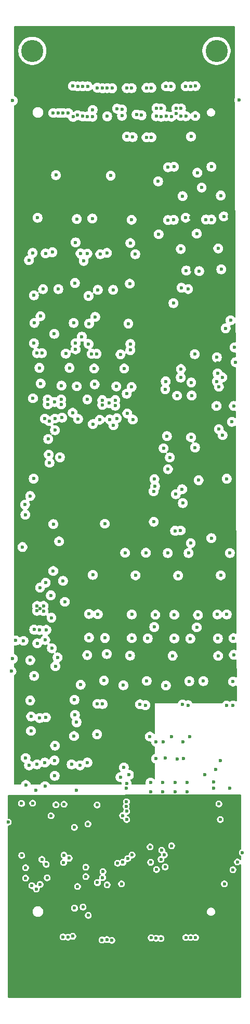
<source format=gbr>
%TF.GenerationSoftware,KiCad,Pcbnew,9.0.4-9.0.4-0~ubuntu22.04.1*%
%TF.CreationDate,2026-01-05T08:42:24-05:00*%
%TF.ProjectId,psc_daughter_brd,7073635f-6461-4756-9768-7465725f6272,rev?*%
%TF.SameCoordinates,Original*%
%TF.FileFunction,Copper,L5,Inr*%
%TF.FilePolarity,Positive*%
%FSLAX46Y46*%
G04 Gerber Fmt 4.6, Leading zero omitted, Abs format (unit mm)*
G04 Created by KiCad (PCBNEW 9.0.4-9.0.4-0~ubuntu22.04.1) date 2026-01-05 08:42:24*
%MOMM*%
%LPD*%
G01*
G04 APERTURE LIST*
%TA.AperFunction,ComponentPad*%
%ADD10C,3.600000*%
%TD*%
%TA.AperFunction,ViaPad*%
%ADD11C,0.600000*%
%TD*%
G04 APERTURE END LIST*
D10*
%TO.N,GND*%
%TO.C,MT2*%
X145000000Y-187000000D03*
%TD*%
%TO.N,GND*%
%TO.C,MT4*%
X175000000Y-37000000D03*
%TD*%
%TO.N,GND*%
%TO.C,MT3*%
X175000000Y-187000000D03*
%TD*%
%TO.N,GND*%
%TO.C,MT1*%
X145000000Y-37000000D03*
%TD*%
D11*
%TO.N,GND*%
X163800000Y-187100000D03*
X178700000Y-45000000D03*
X141800000Y-45100000D03*
X156800000Y-113900000D03*
X150300000Y-126600000D03*
X150000000Y-123200000D03*
X166250000Y-162000000D03*
X170250000Y-162000000D03*
X168250000Y-162000000D03*
X164250000Y-162000000D03*
X166250000Y-160500000D03*
X170250000Y-160500000D03*
X168250000Y-160500000D03*
X164250000Y-160500000D03*
X166250000Y-159000000D03*
X170250000Y-159000000D03*
X168250000Y-159000000D03*
X164250000Y-159000000D03*
X166250000Y-157500000D03*
X170250000Y-157500000D03*
X168250000Y-157500000D03*
X164250000Y-157500000D03*
X170250000Y-156000000D03*
X168250000Y-156000000D03*
X166250000Y-156000000D03*
X164250000Y-156000000D03*
X170480000Y-167730000D03*
X161300000Y-163880000D03*
%TO.N,+5.0V*%
X160360000Y-162000000D03*
%TO.N,GND*%
X160370000Y-156150000D03*
X165160000Y-149370000D03*
X166320000Y-149390000D03*
%TO.N,+5.0V*%
X166650000Y-151970000D03*
%TO.N,+3.3V*%
X160370000Y-160680000D03*
X160342902Y-159128077D03*
%TO.N,GND*%
X159340000Y-155120000D03*
%TO.N,Net-(U42-VISO)*%
X150160000Y-159530000D03*
%TO.N,GND*%
X147080000Y-156580000D03*
%TO.N,/Isolated Digital IO/din2_iso*%
X151790000Y-148440000D03*
%TO.N,GND*%
X169500000Y-149390000D03*
X168670000Y-166210000D03*
%TO.N,/Isolated Digital IO/dout2_iso*%
X144770000Y-147600000D03*
%TO.N,/Isolated Digital IO/dout0_iso*%
X145060000Y-159350000D03*
%TO.N,GND*%
X175180000Y-89450000D03*
X174510000Y-155880000D03*
X170850000Y-99850000D03*
X170800000Y-117050000D03*
X174150000Y-116250000D03*
X168380000Y-109100000D03*
X157130000Y-135080000D03*
X168600000Y-152150000D03*
X157762500Y-57300000D03*
X148846500Y-57200000D03*
X158500000Y-94700000D03*
X158500000Y-93800000D03*
X157500000Y-94300000D03*
X156400000Y-94600000D03*
X156400000Y-93800000D03*
X149700000Y-94500000D03*
X149700000Y-93700000D03*
X147500000Y-94500000D03*
X147500000Y-93700000D03*
X148621500Y-94100700D03*
X169400000Y-108300000D03*
X146200000Y-131200000D03*
X142200000Y-169000000D03*
X142200000Y-172300000D03*
X149500000Y-103100000D03*
%TO.N,+5.3VA*%
X147800000Y-104000000D03*
%TO.N,+15V*%
X176000000Y-99500000D03*
%TO.N,+3.3V*%
X171500000Y-101500000D03*
%TO.N,/FPGA connector/mon_fs*%
X159710000Y-161370000D03*
%TO.N,/FPGA connector/mon_convert*%
X176275000Y-172475000D03*
X159525000Y-172475000D03*
%TO.N,/FPGA connector/mon_reset*%
X160275000Y-159875000D03*
%TO.N,/DAC/syncn*%
X157175000Y-172625000D03*
%TO.N,/DAC/sclk*%
X155600000Y-172275000D03*
%TO.N,/DAC/sdin*%
X156450000Y-171450000D03*
%TO.N,/DCCT ADCs/dcct_busy*%
X165225000Y-170125000D03*
%TO.N,/DCCT ADCs/dcct0_sdo*%
X166625000Y-169725000D03*
%TO.N,/DCCT ADCs/dcct_cnv*%
X164275000Y-168975000D03*
%TO.N,/DCCT ADCs/dcct1_sdo*%
X166510000Y-167775000D03*
%TO.N,/DCCT ADCs/dcct_sck*%
X165950000Y-168475000D03*
%TO.N,/DCCT ADCs/dcct_busy*%
X156500000Y-170475000D03*
%TO.N,/DCCT ADCs/dcct_sck*%
X154850000Y-97700000D03*
%TO.N,/DCCT ADCs/dcct0_sdo*%
X158900000Y-169125000D03*
%TO.N,/DCCT ADCs/dcct_cnv*%
X159750000Y-168975000D03*
%TO.N,/DCCT ADCs/dcct_sck*%
X160525000Y-168350000D03*
%TO.N,/DCCT ADCs/dcct1_sdo*%
X161250000Y-167775000D03*
%TO.N,/DAC/sdin*%
X177675000Y-170175000D03*
%TO.N,/DAC/sclk*%
X178400000Y-168925000D03*
%TO.N,/DAC/syncn*%
X179200000Y-167375000D03*
%TO.N,GND*%
X174825000Y-153825000D03*
X175625000Y-152425000D03*
%TO.N,+15V*%
X173050000Y-154675000D03*
%TO.N,GND*%
X159900000Y-153525000D03*
X160750000Y-154725000D03*
%TO.N,-15V*%
X161725000Y-154725000D03*
%TO.N,GND*%
X163175000Y-166350000D03*
X165075000Y-166750000D03*
%TO.N,/FPGA connector/mon_sdo*%
X164175000Y-166475000D03*
%TO.N,/FPGA connector/mon_sclk*%
X166075000Y-167000000D03*
%TO.N,GND*%
X166650000Y-166200000D03*
X170150000Y-166300000D03*
X174620000Y-162880000D03*
%TO.N,/FPGA connector/mon_busy*%
X175625000Y-162000000D03*
%TO.N,GND*%
X174675000Y-161375000D03*
%TO.N,/FPGA connector/mon_convert*%
X175375000Y-159475000D03*
%TO.N,GND*%
X177250000Y-158800000D03*
X177125000Y-156900000D03*
%TO.N,+5.0V*%
X174520000Y-156880000D03*
X169650000Y-152075000D03*
%TO.N,GND*%
X170675000Y-148535000D03*
X167650000Y-148535000D03*
X164150000Y-148525000D03*
%TO.N,+5.0V*%
X165150000Y-152100000D03*
%TO.N,+3.3V*%
X167675000Y-166275000D03*
%TO.N,+15V*%
X177750000Y-132525000D03*
%TO.N,GND*%
X175275000Y-135400000D03*
X172850000Y-139500000D03*
%TO.N,-15V*%
X174100000Y-135350000D03*
%TO.N,GND*%
X164750000Y-108625000D03*
%TO.N,+15V*%
X164781000Y-113594000D03*
%TO.N,GND*%
X169150000Y-115000000D03*
X169500000Y-110550000D03*
%TO.N,+15V*%
X168250000Y-115050000D03*
%TO.N,GND*%
X176665000Y-106585000D03*
X148410000Y-113960000D03*
X143375000Y-117700000D03*
X149350000Y-116775000D03*
X148400000Y-121600000D03*
%TO.N,+15V*%
X148000000Y-125550000D03*
%TO.N,GND*%
X147175000Y-123500000D03*
X146250000Y-124300000D03*
X147280000Y-131170000D03*
X145750000Y-128075000D03*
X146800000Y-128100000D03*
X146825000Y-127275000D03*
X145775000Y-127275000D03*
X146280000Y-127670000D03*
X148110000Y-129190000D03*
%TO.N,+15V*%
X145300000Y-131125000D03*
%TO.N,/DCCT ADCs/dcct0-*%
X167650000Y-47700000D03*
%TO.N,/DCCT ADCs/dcct0+*%
X166825000Y-47625000D03*
%TO.N,/DCCT ADCs/dcct1-*%
X170850000Y-50925000D03*
%TO.N,/DCCT ADCs/dcct1+*%
X170000000Y-47625000D03*
%TO.N,/DAC/dac_out+*%
X163600000Y-51075000D03*
%TO.N,/DAC/dac_vout-*%
X164400000Y-51050000D03*
%TO.N,-5.3VA*%
X169225000Y-46375000D03*
X168450000Y-46350000D03*
%TO.N,+5.3VA*%
X166000000Y-46350000D03*
X165225000Y-46325000D03*
%TO.N,-15V*%
X162800000Y-46275000D03*
X162000000Y-46300000D03*
%TO.N,+15V*%
X159625000Y-46512500D03*
X158800000Y-46400000D03*
%TO.N,GND*%
X171550000Y-47600000D03*
X169175000Y-47575000D03*
X168425000Y-47175000D03*
X166000000Y-47725000D03*
X165175000Y-47625000D03*
X154775000Y-47725000D03*
X157200000Y-47650000D03*
X159600000Y-47550000D03*
X162775000Y-47475000D03*
X161975000Y-47325000D03*
X154825000Y-46600000D03*
X155600000Y-43000000D03*
X156400000Y-43075000D03*
X157175000Y-43050000D03*
X158000000Y-43075000D03*
X160375000Y-43050000D03*
X161175000Y-43050000D03*
X163600000Y-43025000D03*
X164400000Y-43000000D03*
X166775000Y-42775000D03*
X167575000Y-42800000D03*
X169975000Y-42775000D03*
X170775000Y-42775000D03*
X171575000Y-42725000D03*
%TO.N,/Monitor ADCs/monitor_vout+*%
X160400000Y-50950000D03*
%TO.N,/Monitor ADCs/monitor_vout-*%
X161350000Y-51025000D03*
%TO.N,GND*%
X166925000Y-99650000D03*
%TO.N,-15V*%
X166650000Y-98525000D03*
%TO.N,GND*%
X146350000Y-91100000D03*
X155150000Y-91225000D03*
%TO.N,/DCCT ADCs/dcct1_sdo*%
X158200000Y-97900000D03*
%TO.N,/DCCT ADCs/dcct_sck*%
X157600000Y-96950000D03*
%TO.N,/DCCT ADCs/dcct_cnv*%
X155975000Y-96975000D03*
%TO.N,/DCCT ADCs/dcct_sck*%
X148675000Y-96800000D03*
%TO.N,/DCCT ADCs/dcct_cnv*%
X147050000Y-96825000D03*
%TO.N,/DCCT ADCs/dcct_busy*%
X147750000Y-97225000D03*
%TO.N,/DCCT ADCs/dcct0_sdo*%
X148675000Y-98675000D03*
%TO.N,/DCCT ADCs/DCCT Channel 1/adc_vref*%
X145100000Y-93500000D03*
X153950000Y-93700000D03*
%TO.N,/DCCT ADCs/DCCT Channel 1/drv_vref*%
X153062500Y-83487500D03*
X148575000Y-83025000D03*
%TO.N,GND*%
X143850000Y-112425000D03*
X143800000Y-110800000D03*
X144650000Y-109400000D03*
X145200000Y-106575000D03*
X147575000Y-100125000D03*
X147675000Y-102650000D03*
%TO.N,-15V*%
X176375000Y-85200000D03*
%TO.N,GND*%
X170950000Y-93050000D03*
X171450000Y-86325000D03*
X170885000Y-90935000D03*
%TO.N,+3.3V*%
X169175000Y-90125000D03*
%TO.N,GND*%
X166725000Y-90750000D03*
X168575000Y-93075000D03*
%TO.N,+1.8V*%
X166650000Y-92025000D03*
%TO.N,+15V*%
X169200000Y-88750000D03*
%TO.N,GND*%
X178125000Y-87625000D03*
X177950000Y-85225000D03*
%TO.N,-15V*%
X175175000Y-87700000D03*
%TO.N,GND*%
X177825000Y-94750000D03*
X177500000Y-97325000D03*
%TO.N,+15V*%
X175000000Y-94750000D03*
%TO.N,GND*%
X175375000Y-98525000D03*
%TO.N,+5.0V*%
X160290000Y-156930000D03*
%TO.N,+1.8V*%
X151600000Y-181000000D03*
X150800000Y-181150000D03*
X150000000Y-181100000D03*
%TO.N,+2.5V*%
X171600000Y-181200000D03*
X170800000Y-181200000D03*
X170000000Y-181200000D03*
%TO.N,+5.0V*%
X165950000Y-181350000D03*
X165150000Y-181300000D03*
X164350000Y-181250000D03*
%TO.N,+3.3V*%
X157950000Y-181650000D03*
X157150000Y-181550000D03*
X156350000Y-181600000D03*
%TO.N,GND*%
X158000000Y-173250000D03*
X154800000Y-173250000D03*
X170800000Y-176600000D03*
X169200000Y-176650000D03*
X168400000Y-173150000D03*
X170000000Y-173150000D03*
X171650000Y-173000000D03*
X169200000Y-180700000D03*
X168400000Y-180800000D03*
X167650000Y-180800000D03*
X166800000Y-180750000D03*
X163600000Y-180800000D03*
X162800000Y-180850000D03*
X162000000Y-180700000D03*
X161200000Y-180700000D03*
X160400000Y-180750000D03*
X159600000Y-180800000D03*
X158850000Y-180750000D03*
X149200000Y-177600000D03*
X148400000Y-180950000D03*
X152400000Y-181050000D03*
X153150000Y-181650000D03*
X154000000Y-180850000D03*
X154800000Y-180700000D03*
X155600000Y-180750000D03*
%TO.N,/Isolated Digital IO/dout_iso_gnd*%
X148050000Y-161400000D03*
X148700000Y-150000000D03*
%TO.N,/Isolated Digital IO/din_iso_gnd*%
X143900000Y-152000000D03*
%TO.N,/Isolated Digital IO/dout1_iso*%
X145800000Y-133350000D03*
%TO.N,/Isolated Digital IO/dout_iso_gnd*%
X151600000Y-42700000D03*
X152400000Y-42750000D03*
X153200000Y-42750000D03*
X154000000Y-42750000D03*
%TO.N,GND*%
X142200000Y-159800000D03*
%TO.N,/Isolated Digital IO/din_iso_gnd*%
X141050000Y-162450000D03*
X154050000Y-162750000D03*
X148400000Y-47100000D03*
X149250000Y-47100000D03*
X150000000Y-47100000D03*
X150850000Y-47100000D03*
%TO.N,/Isolated Digital IO/din3_iso*%
X148750000Y-137075505D03*
%TO.N,/Isolated Digital IO/din1_iso*%
X148175000Y-134150000D03*
%TO.N,/Isolated Digital IO/dout1_iso*%
X143550000Y-132950000D03*
%TO.N,/Isolated Digital IO/dout2_iso*%
X144650000Y-136100000D03*
%TO.N,/Isolated Digital IO/dout3_iso*%
X145300000Y-138650000D03*
%TO.N,/Isolated Digital IO/din2_iso*%
X149100000Y-135650000D03*
%TO.N,/Isolated Digital IO/dout3_iso*%
X141600000Y-137900000D03*
%TO.N,/Isolated Digital IO/dout2_iso*%
X141800000Y-135850000D03*
%TO.N,/Isolated Digital IO/dout1_iso*%
X148832600Y-159600000D03*
%TO.N,/Isolated Digital IO/dout2_iso*%
X146198200Y-145498200D03*
%TO.N,/Isolated Digital IO/dout3_iso*%
X147200000Y-145400000D03*
%TO.N,/Isolated Digital IO/din1_iso*%
X155561700Y-159650000D03*
%TO.N,/Isolated Digital IO/din3_iso*%
X155550000Y-148150000D03*
%TO.N,/Isolated Digital IO/din2_iso*%
X152200000Y-146200000D03*
%TO.N,GND*%
X148600000Y-152400000D03*
%TO.N,+5.0V*%
X148650000Y-154900000D03*
X143936079Y-156399252D03*
%TO.N,Net-(U38-B3Y)*%
X144450000Y-153200000D03*
%TO.N,Net-(U38-B4Y)*%
X145750000Y-153050000D03*
%TO.N,GND*%
X149200000Y-167550000D03*
%TO.N,+5.0V*%
X150150000Y-167800000D03*
X143250000Y-167850000D03*
%TO.N,GND*%
X141400000Y-166700000D03*
X141850000Y-163700000D03*
%TO.N,Net-(U39-VISO)*%
X143240000Y-159400000D03*
%TO.N,GND*%
X148950000Y-163600000D03*
X148250000Y-160600000D03*
X150050000Y-170550000D03*
X154050000Y-170550000D03*
X155450000Y-170650000D03*
X155450000Y-169050000D03*
%TO.N,+1V8*%
X153700000Y-171300000D03*
%TO.N,+5.0V*%
X153700000Y-169750000D03*
%TO.N,GND*%
X153970000Y-152730000D03*
X147050000Y-152750000D03*
X154500000Y-167900000D03*
X147550000Y-167900000D03*
X144800000Y-145250000D03*
X151950000Y-145000000D03*
X144650000Y-142650000D03*
X151850000Y-142550000D03*
%TO.N,/Isolated Digital IO/dout1_iso*%
X142300000Y-132900000D03*
%TO.N,/Isolated Digital IO/din0_iso*%
X147100000Y-132800000D03*
X152150000Y-157250000D03*
%TO.N,/Isolated Digital IO/dout0_iso*%
X145600000Y-157250000D03*
%TO.N,Net-(U41-A4)*%
X152750000Y-153200000D03*
%TO.N,Net-(U41-A3)*%
X151400000Y-153050000D03*
%TO.N,/Isolated Digital IO/din0_iso*%
X151850000Y-163300000D03*
%TO.N,+5.0V*%
X143900000Y-169850000D03*
%TO.N,GND*%
X147650000Y-170650000D03*
X143300000Y-170650000D03*
%TO.N,Net-(U38-B3Y)*%
X146550000Y-168500000D03*
%TO.N,Net-(U38-B4Y)*%
X147250000Y-169300000D03*
%TO.N,Net-(U41-A4)*%
X150100000Y-169000000D03*
%TO.N,Net-(U41-A3)*%
X151000000Y-168300000D03*
%TO.N,/FPGA connector/din0*%
X151875000Y-176425000D03*
%TO.N,/FPGA connector/din2*%
X153250000Y-176250000D03*
%TO.N,/FPGA connector/din3*%
X154100000Y-177600000D03*
%TO.N,/FPGA connector/din1*%
X152350000Y-172900000D03*
%TO.N,+1.8V*%
X143900000Y-171550000D03*
%TO.N,/FPGA connector/dout1*%
X145650000Y-173300000D03*
%TO.N,/FPGA connector/dout0*%
X144925001Y-172750000D03*
%TO.N,/FPGA connector/dout2*%
X146250000Y-172550000D03*
%TO.N,/FPGA connector/dout3*%
X147400000Y-171500000D03*
%TO.N,+15V*%
X176635000Y-143465000D03*
%TO.N,GND*%
X177685000Y-143465000D03*
X177685000Y-139565000D03*
X177825000Y-135225000D03*
X176675000Y-128650000D03*
X175135000Y-128665000D03*
%TO.N,-15V*%
X173835000Y-132615000D03*
%TO.N,GND*%
X175235000Y-132565000D03*
X177185000Y-118665000D03*
X175685000Y-122290000D03*
X165045000Y-128708150D03*
X171980000Y-128750000D03*
X168746000Y-122335800D03*
%TO.N,/Monitor ADCs/monitor_ignd-*%
X170445000Y-118675000D03*
%TO.N,+15V*%
X169465000Y-143315000D03*
%TO.N,GND*%
X170565000Y-139515000D03*
%TO.N,-15V*%
X166765000Y-135365000D03*
X166830000Y-132600000D03*
%TO.N,GND*%
X168130000Y-132550000D03*
X168130000Y-128700000D03*
%TO.N,/Monitor ADCs/monitor_ignd+*%
X167045000Y-118675000D03*
%TO.N,GND*%
X167845000Y-135385000D03*
X166765000Y-140215000D03*
%TO.N,+15V*%
X170730000Y-132600000D03*
%TO.N,GND*%
X171780000Y-130750000D03*
X170360000Y-143420000D03*
X161811000Y-122293950D03*
%TO.N,/Monitor ADCs/monitor_spare-*%
X163510000Y-118633150D03*
%TO.N,+15V*%
X162530000Y-143273150D03*
%TO.N,GND*%
X163630000Y-139473150D03*
%TO.N,-15V*%
X159830000Y-135323150D03*
X159895000Y-132558150D03*
%TO.N,GND*%
X161195000Y-132508150D03*
X161195000Y-128658150D03*
%TO.N,/Monitor ADCs/monitor_spare+*%
X160110000Y-118633150D03*
%TO.N,GND*%
X160910000Y-135343150D03*
X159830000Y-140173150D03*
%TO.N,+15V*%
X163795000Y-132558150D03*
%TO.N,GND*%
X164845000Y-130708150D03*
X163410000Y-143410000D03*
X153945000Y-135268150D03*
X154846000Y-122218950D03*
X156450000Y-143230000D03*
%TO.N,+15V*%
X155565000Y-143198150D03*
%TO.N,GND*%
X156665000Y-139398150D03*
X152865000Y-140098150D03*
%TO.N,-15V*%
X152865000Y-135248150D03*
%TO.N,+15V*%
X156830000Y-132483150D03*
%TO.N,GND*%
X155675000Y-128625000D03*
X154230000Y-128583150D03*
X154230000Y-132433150D03*
%TO.N,-15V*%
X152930000Y-132483150D03*
%TO.N,GND*%
X166381500Y-101625000D03*
X167081500Y-105025000D03*
X167381500Y-103125000D03*
X164881500Y-106625000D03*
X164981500Y-107825000D03*
%TO.N,Net-(U12-BUF_INP)*%
X172081500Y-106825000D03*
%TO.N,GND*%
X169281500Y-75525000D03*
X167981500Y-78025000D03*
X176481500Y-82125000D03*
X177281500Y-80825000D03*
%TO.N,-15V*%
X173981500Y-82125000D03*
%TO.N,/DAC/sdin*%
X175381500Y-91625000D03*
%TO.N,/DAC/sclk*%
X175056500Y-90750000D03*
%TO.N,/DAC/syncn*%
X175960000Y-90100000D03*
%TO.N,GND*%
X175056500Y-86850000D03*
%TO.N,/Isolated Digital IO/din3_iso*%
X151627245Y-47729199D03*
%TO.N,/Isolated Digital IO/din2_iso*%
X152374220Y-47442784D03*
%TO.N,/Isolated Digital IO/din1_iso*%
X153175000Y-47650000D03*
%TO.N,/Isolated Digital IO/din0_iso*%
X153974528Y-47677570D03*
%TO.N,GND*%
X154242500Y-81362500D03*
X152246500Y-91548300D03*
X152246500Y-64348300D03*
X155462500Y-86262500D03*
X146546500Y-86148300D03*
%TO.N,-15V*%
X145246500Y-74148300D03*
%TO.N,+15V*%
X152046500Y-68148300D03*
%TO.N,-5.3VA*%
X152046500Y-84548300D03*
%TO.N,GND*%
X145046500Y-69848300D03*
X154762500Y-64262500D03*
X157162500Y-69862500D03*
X145326500Y-81248300D03*
X155662500Y-75862500D03*
%TO.N,+1.8V*%
X149846500Y-96648300D03*
X158762500Y-96762500D03*
%TO.N,GND*%
X145246500Y-76748300D03*
%TO.N,-15V*%
X154762500Y-68262500D03*
X154162500Y-74262500D03*
%TO.N,GND*%
X160862500Y-74862500D03*
X151726500Y-81248300D03*
X152846500Y-69948300D03*
%TO.N,+15V*%
X158162500Y-75862500D03*
%TO.N,GND*%
X160362500Y-92762500D03*
X154162500Y-76862500D03*
X145846500Y-64148300D03*
%TO.N,-5.3VA*%
X160962500Y-84662500D03*
%TO.N,GND*%
X160962500Y-85662500D03*
X146746500Y-75748300D03*
%TO.N,-15V*%
X145846500Y-68148300D03*
%TO.N,GND*%
X148246500Y-69748300D03*
%TO.N,+2.5V*%
X149746502Y-91448302D03*
%TO.N,GND*%
X154662500Y-86262500D03*
X153962500Y-69962500D03*
%TO.N,+15V*%
X149246500Y-75748300D03*
%TO.N,+5.3VA*%
X145246500Y-84548300D03*
%TO.N,+15V*%
X160962500Y-68262500D03*
%TO.N,GND*%
X153362500Y-71162500D03*
X146146500Y-88548300D03*
%TO.N,+2.5V*%
X158662502Y-91562502D03*
%TO.N,GND*%
X155062500Y-88662500D03*
X161162500Y-64462500D03*
X161762500Y-70062500D03*
X156062500Y-70062500D03*
X151562500Y-95862500D03*
X159962500Y-88662500D03*
X150446500Y-86248300D03*
X146326500Y-80148300D03*
X159362500Y-86362500D03*
X155242500Y-80262500D03*
X145746500Y-86148300D03*
X152046500Y-85548300D03*
X144446500Y-71048300D03*
X151946500Y-74748300D03*
X160642500Y-81362500D03*
X152462500Y-96862500D03*
X147146500Y-69948300D03*
X161162500Y-91662500D03*
X151046500Y-88548300D03*
%TO.N,+5.3VA*%
X154162500Y-84662500D03*
%TO.N,GND*%
X161362500Y-96962500D03*
X160462500Y-95962500D03*
X172181500Y-72825000D03*
X170081500Y-72725000D03*
X175281500Y-69125000D03*
X175781500Y-72525000D03*
%TO.N,-15V*%
X176781500Y-72525000D03*
X170981500Y-72625000D03*
%TO.N,GND*%
X169181500Y-69225000D03*
X171781500Y-66725000D03*
X173281500Y-64425000D03*
%TO.N,+15V*%
X174181500Y-64425000D03*
%TO.N,GND*%
X165581500Y-66825000D03*
X167081500Y-64525000D03*
%TO.N,+15V*%
X168031500Y-64475000D03*
%TO.N,-15V*%
X170781500Y-64125000D03*
%TO.N,GND*%
X169981500Y-64125000D03*
X169481500Y-60625000D03*
X175681500Y-60525000D03*
X165481500Y-58225000D03*
X167081500Y-55925000D03*
%TO.N,+15V*%
X170381500Y-75725000D03*
%TO.N,GND*%
X176181500Y-63925000D03*
%TO.N,-15V*%
X177081500Y-63925000D03*
%TO.N,GND*%
X172581500Y-59225000D03*
X171881500Y-56825000D03*
%TO.N,+15V*%
X174161500Y-55845000D03*
X168061500Y-55845000D03*
%TO.N,GND*%
X163600000Y-173100000D03*
%TD*%
%TA.AperFunction,Conductor*%
%TO.N,-15V*%
G36*
X177911690Y-32968700D02*
G01*
X177957445Y-33021504D01*
X177968650Y-33072623D01*
X178004934Y-44562560D01*
X177991944Y-44614782D01*
X177992937Y-44615193D01*
X177930264Y-44766498D01*
X177930261Y-44766510D01*
X177899500Y-44921153D01*
X177899500Y-45078846D01*
X177930261Y-45233489D01*
X177930264Y-45233501D01*
X177990606Y-45379181D01*
X177993071Y-45383792D01*
X178007710Y-45441849D01*
X178117565Y-80229233D01*
X178098093Y-80296335D01*
X178045433Y-80342256D01*
X177976307Y-80352418D01*
X177912660Y-80323594D01*
X177905885Y-80317306D01*
X177791792Y-80203213D01*
X177791788Y-80203210D01*
X177660685Y-80115609D01*
X177660672Y-80115602D01*
X177515001Y-80055264D01*
X177514989Y-80055261D01*
X177360345Y-80024500D01*
X177360342Y-80024500D01*
X177202658Y-80024500D01*
X177202655Y-80024500D01*
X177048010Y-80055261D01*
X177047998Y-80055264D01*
X176902327Y-80115602D01*
X176902314Y-80115609D01*
X176771211Y-80203210D01*
X176771207Y-80203213D01*
X176659713Y-80314707D01*
X176659710Y-80314711D01*
X176572109Y-80445814D01*
X176572102Y-80445827D01*
X176511764Y-80591498D01*
X176511761Y-80591510D01*
X176481000Y-80746153D01*
X176481000Y-80903846D01*
X176511761Y-81058489D01*
X176511763Y-81058497D01*
X176540970Y-81129010D01*
X176550927Y-81153047D01*
X176558396Y-81222517D01*
X176527121Y-81284996D01*
X176467032Y-81320648D01*
X176436366Y-81324500D01*
X176402655Y-81324500D01*
X176248010Y-81355261D01*
X176247998Y-81355264D01*
X176102327Y-81415602D01*
X176102314Y-81415609D01*
X175971211Y-81503210D01*
X175971207Y-81503213D01*
X175859713Y-81614707D01*
X175859710Y-81614711D01*
X175772109Y-81745814D01*
X175772102Y-81745827D01*
X175711764Y-81891498D01*
X175711761Y-81891510D01*
X175681000Y-82046153D01*
X175681000Y-82203846D01*
X175711761Y-82358489D01*
X175711764Y-82358501D01*
X175772102Y-82504172D01*
X175772109Y-82504185D01*
X175859710Y-82635288D01*
X175859713Y-82635292D01*
X175971207Y-82746786D01*
X175971211Y-82746789D01*
X176102314Y-82834390D01*
X176102327Y-82834397D01*
X176177932Y-82865713D01*
X176248003Y-82894737D01*
X176402653Y-82925499D01*
X176402656Y-82925500D01*
X176402658Y-82925500D01*
X176560344Y-82925500D01*
X176560345Y-82925499D01*
X176714997Y-82894737D01*
X176860679Y-82834394D01*
X176991789Y-82746789D01*
X177103289Y-82635289D01*
X177190894Y-82504179D01*
X177251237Y-82358497D01*
X177282000Y-82203842D01*
X177282000Y-82046158D01*
X177282000Y-82046155D01*
X177281999Y-82046153D01*
X177251237Y-81891503D01*
X177212072Y-81796951D01*
X177204604Y-81727483D01*
X177235879Y-81665004D01*
X177295968Y-81629352D01*
X177326634Y-81625500D01*
X177360344Y-81625500D01*
X177360345Y-81625499D01*
X177514997Y-81594737D01*
X177660679Y-81534394D01*
X177791789Y-81446789D01*
X177843355Y-81395223D01*
X177907597Y-81330982D01*
X177909002Y-81332387D01*
X177959174Y-81298193D01*
X178029018Y-81296304D01*
X178088796Y-81332475D01*
X178119529Y-81395223D01*
X178121312Y-81415790D01*
X178130421Y-84300108D01*
X178110949Y-84367210D01*
X178058289Y-84413131D01*
X178006422Y-84424500D01*
X177871155Y-84424500D01*
X177716510Y-84455261D01*
X177716498Y-84455264D01*
X177570827Y-84515602D01*
X177570814Y-84515609D01*
X177439711Y-84603210D01*
X177439707Y-84603213D01*
X177328213Y-84714707D01*
X177328210Y-84714711D01*
X177240609Y-84845814D01*
X177240602Y-84845827D01*
X177180264Y-84991498D01*
X177180261Y-84991510D01*
X177149500Y-85146153D01*
X177149500Y-85303846D01*
X177180261Y-85458489D01*
X177180264Y-85458501D01*
X177240602Y-85604172D01*
X177240609Y-85604185D01*
X177328210Y-85735288D01*
X177328213Y-85735292D01*
X177439707Y-85846786D01*
X177439711Y-85846789D01*
X177570814Y-85934390D01*
X177570827Y-85934397D01*
X177716498Y-85994735D01*
X177716503Y-85994737D01*
X177871153Y-86025499D01*
X177871156Y-86025500D01*
X178012261Y-86025500D01*
X178079300Y-86045185D01*
X178125055Y-86097989D01*
X178136260Y-86149109D01*
X178138012Y-86704073D01*
X178118540Y-86771174D01*
X178065880Y-86817095D01*
X178038205Y-86826081D01*
X177891508Y-86855261D01*
X177891498Y-86855264D01*
X177745827Y-86915602D01*
X177745814Y-86915609D01*
X177614711Y-87003210D01*
X177614707Y-87003213D01*
X177503213Y-87114707D01*
X177503210Y-87114711D01*
X177415609Y-87245814D01*
X177415602Y-87245827D01*
X177355264Y-87391498D01*
X177355261Y-87391510D01*
X177324500Y-87546153D01*
X177324500Y-87703846D01*
X177355261Y-87858489D01*
X177355264Y-87858501D01*
X177415602Y-88004172D01*
X177415609Y-88004185D01*
X177503210Y-88135288D01*
X177503213Y-88135292D01*
X177614707Y-88246786D01*
X177614711Y-88246789D01*
X177745814Y-88334390D01*
X177745827Y-88334397D01*
X177891498Y-88394735D01*
X177891503Y-88394737D01*
X178044022Y-88425075D01*
X178105933Y-88457459D01*
X178140507Y-88518175D01*
X178143830Y-88546300D01*
X178160575Y-93849081D01*
X178141103Y-93916183D01*
X178088443Y-93962104D01*
X178019317Y-93972266D01*
X178012385Y-93971090D01*
X177903845Y-93949500D01*
X177903842Y-93949500D01*
X177746158Y-93949500D01*
X177746155Y-93949500D01*
X177591510Y-93980261D01*
X177591498Y-93980264D01*
X177445827Y-94040602D01*
X177445814Y-94040609D01*
X177314711Y-94128210D01*
X177314707Y-94128213D01*
X177203213Y-94239707D01*
X177203210Y-94239711D01*
X177115609Y-94370814D01*
X177115602Y-94370827D01*
X177055264Y-94516498D01*
X177055261Y-94516510D01*
X177024500Y-94671153D01*
X177024500Y-94828846D01*
X177055261Y-94983489D01*
X177055264Y-94983501D01*
X177115602Y-95129172D01*
X177115609Y-95129185D01*
X177203210Y-95260288D01*
X177203213Y-95260292D01*
X177314707Y-95371786D01*
X177314711Y-95371789D01*
X177445814Y-95459390D01*
X177445827Y-95459397D01*
X177545060Y-95500500D01*
X177591503Y-95519737D01*
X177746153Y-95550499D01*
X177746156Y-95550500D01*
X177746158Y-95550500D01*
X177903844Y-95550500D01*
X178018068Y-95527779D01*
X178087660Y-95534006D01*
X178142837Y-95576869D01*
X178166082Y-95642758D01*
X178166259Y-95649004D01*
X178169189Y-96577005D01*
X178149717Y-96644107D01*
X178097057Y-96690028D01*
X178027931Y-96700190D01*
X177976299Y-96680499D01*
X177879185Y-96615609D01*
X177879172Y-96615602D01*
X177733501Y-96555264D01*
X177733489Y-96555261D01*
X177578845Y-96524500D01*
X177578842Y-96524500D01*
X177421158Y-96524500D01*
X177421155Y-96524500D01*
X177266510Y-96555261D01*
X177266498Y-96555264D01*
X177120827Y-96615602D01*
X177120814Y-96615609D01*
X176989711Y-96703210D01*
X176989707Y-96703213D01*
X176878213Y-96814707D01*
X176878210Y-96814711D01*
X176790609Y-96945814D01*
X176790602Y-96945827D01*
X176730264Y-97091498D01*
X176730261Y-97091510D01*
X176699500Y-97246153D01*
X176699500Y-97403846D01*
X176730261Y-97558489D01*
X176730264Y-97558501D01*
X176790602Y-97704172D01*
X176790609Y-97704185D01*
X176878210Y-97835288D01*
X176878213Y-97835292D01*
X176989707Y-97946786D01*
X176989711Y-97946789D01*
X177120814Y-98034390D01*
X177120827Y-98034397D01*
X177266498Y-98094735D01*
X177266503Y-98094737D01*
X177421153Y-98125499D01*
X177421156Y-98125500D01*
X177421158Y-98125500D01*
X177578844Y-98125500D01*
X177578845Y-98125499D01*
X177733497Y-98094737D01*
X177879179Y-98034394D01*
X177879184Y-98034390D01*
X177879187Y-98034389D01*
X177938528Y-97994738D01*
X177981011Y-97966351D01*
X178047687Y-97945473D01*
X178115068Y-97963957D01*
X178161758Y-98015935D01*
X178173901Y-98069061D01*
X178280079Y-131692140D01*
X178260607Y-131759242D01*
X178207947Y-131805163D01*
X178138821Y-131815325D01*
X178108628Y-131807093D01*
X177983501Y-131755264D01*
X177983489Y-131755261D01*
X177828845Y-131724500D01*
X177828842Y-131724500D01*
X177671158Y-131724500D01*
X177671155Y-131724500D01*
X177516510Y-131755261D01*
X177516498Y-131755264D01*
X177370827Y-131815602D01*
X177370814Y-131815609D01*
X177239711Y-131903210D01*
X177239707Y-131903213D01*
X177128213Y-132014707D01*
X177128210Y-132014711D01*
X177040609Y-132145814D01*
X177040602Y-132145827D01*
X176980264Y-132291498D01*
X176980261Y-132291510D01*
X176949500Y-132446153D01*
X176949500Y-132603846D01*
X176980261Y-132758489D01*
X176980264Y-132758501D01*
X177040602Y-132904172D01*
X177040609Y-132904185D01*
X177128210Y-133035288D01*
X177128213Y-133035292D01*
X177239707Y-133146786D01*
X177239711Y-133146789D01*
X177370814Y-133234390D01*
X177370827Y-133234397D01*
X177489734Y-133283649D01*
X177516503Y-133294737D01*
X177642176Y-133319735D01*
X177671153Y-133325499D01*
X177671156Y-133325500D01*
X177671158Y-133325500D01*
X177828844Y-133325500D01*
X177828845Y-133325499D01*
X177983497Y-133294737D01*
X178113880Y-133240730D01*
X178183347Y-133233262D01*
X178245827Y-133264537D01*
X178281479Y-133324626D01*
X178285330Y-133354900D01*
X178288518Y-134364570D01*
X178269046Y-134431672D01*
X178216386Y-134477593D01*
X178147260Y-134487755D01*
X178117067Y-134479523D01*
X178058501Y-134455264D01*
X178058489Y-134455261D01*
X177903845Y-134424500D01*
X177903842Y-134424500D01*
X177746158Y-134424500D01*
X177746155Y-134424500D01*
X177591510Y-134455261D01*
X177591498Y-134455264D01*
X177445827Y-134515602D01*
X177445814Y-134515609D01*
X177314711Y-134603210D01*
X177314707Y-134603213D01*
X177203213Y-134714707D01*
X177203210Y-134714711D01*
X177115609Y-134845814D01*
X177115602Y-134845827D01*
X177055264Y-134991498D01*
X177055261Y-134991510D01*
X177024500Y-135146153D01*
X177024500Y-135303846D01*
X177055261Y-135458489D01*
X177055264Y-135458501D01*
X177115602Y-135604172D01*
X177115609Y-135604185D01*
X177203210Y-135735288D01*
X177203213Y-135735292D01*
X177314707Y-135846786D01*
X177314711Y-135846789D01*
X177445814Y-135934390D01*
X177445827Y-135934397D01*
X177549985Y-135977540D01*
X177591503Y-135994737D01*
X177727487Y-136021786D01*
X177746153Y-136025499D01*
X177746156Y-136025500D01*
X177746158Y-136025500D01*
X177903844Y-136025500D01*
X177903845Y-136025499D01*
X178058497Y-135994737D01*
X178122494Y-135968228D01*
X178191960Y-135960760D01*
X178254439Y-135992034D01*
X178290092Y-136052123D01*
X178293943Y-136082398D01*
X178302470Y-138782447D01*
X178282998Y-138849549D01*
X178230338Y-138895470D01*
X178161212Y-138905632D01*
X178109581Y-138885942D01*
X178064183Y-138855608D01*
X178064172Y-138855602D01*
X177918501Y-138795264D01*
X177918489Y-138795261D01*
X177763845Y-138764500D01*
X177763842Y-138764500D01*
X177606158Y-138764500D01*
X177606155Y-138764500D01*
X177451510Y-138795261D01*
X177451498Y-138795264D01*
X177305827Y-138855602D01*
X177305814Y-138855609D01*
X177174711Y-138943210D01*
X177174707Y-138943213D01*
X177063213Y-139054707D01*
X177063210Y-139054711D01*
X176975609Y-139185814D01*
X176975602Y-139185827D01*
X176915264Y-139331498D01*
X176915261Y-139331510D01*
X176884500Y-139486153D01*
X176884500Y-139643846D01*
X176915261Y-139798489D01*
X176915264Y-139798501D01*
X176975602Y-139944172D01*
X176975609Y-139944185D01*
X177063210Y-140075288D01*
X177063213Y-140075292D01*
X177174707Y-140186786D01*
X177174711Y-140186789D01*
X177305814Y-140274390D01*
X177305827Y-140274397D01*
X177451498Y-140334735D01*
X177451503Y-140334737D01*
X177606153Y-140365499D01*
X177606156Y-140365500D01*
X177606158Y-140365500D01*
X177763844Y-140365500D01*
X177763845Y-140365499D01*
X177918497Y-140334737D01*
X178064179Y-140274394D01*
X178114508Y-140240764D01*
X178181185Y-140219886D01*
X178248565Y-140238370D01*
X178295256Y-140290348D01*
X178307399Y-140343474D01*
X178314812Y-142690694D01*
X178295340Y-142757796D01*
X178242680Y-142803717D01*
X178173554Y-142813879D01*
X178121922Y-142794188D01*
X178064185Y-142755609D01*
X178064172Y-142755602D01*
X177918501Y-142695264D01*
X177918489Y-142695261D01*
X177763845Y-142664500D01*
X177763842Y-142664500D01*
X177606158Y-142664500D01*
X177606155Y-142664500D01*
X177451510Y-142695261D01*
X177451498Y-142695264D01*
X177305827Y-142755602D01*
X177305809Y-142755612D01*
X177228890Y-142807008D01*
X177162213Y-142827886D01*
X177094833Y-142809401D01*
X177091110Y-142807008D01*
X177014190Y-142755612D01*
X177014172Y-142755602D01*
X176868501Y-142695264D01*
X176868489Y-142695261D01*
X176713845Y-142664500D01*
X176713842Y-142664500D01*
X176556158Y-142664500D01*
X176556155Y-142664500D01*
X176401510Y-142695261D01*
X176401498Y-142695264D01*
X176255827Y-142755602D01*
X176255814Y-142755609D01*
X176124711Y-142843210D01*
X176124707Y-142843213D01*
X176013213Y-142954707D01*
X176013210Y-142954711D01*
X175922886Y-143089891D01*
X175869274Y-143134696D01*
X175819784Y-143145000D01*
X171195400Y-143145000D01*
X171128361Y-143125315D01*
X171082606Y-143072511D01*
X171080850Y-143068480D01*
X171069394Y-143040821D01*
X171069390Y-143040814D01*
X170981789Y-142909711D01*
X170981786Y-142909707D01*
X170870292Y-142798213D01*
X170870288Y-142798210D01*
X170739185Y-142710609D01*
X170739172Y-142710602D01*
X170593501Y-142650264D01*
X170593489Y-142650261D01*
X170438845Y-142619500D01*
X170438842Y-142619500D01*
X170281158Y-142619500D01*
X170281155Y-142619500D01*
X170126511Y-142650260D01*
X170126506Y-142650262D01*
X170126504Y-142650262D01*
X170126503Y-142650263D01*
X170099512Y-142661443D01*
X170054710Y-142680000D01*
X169985241Y-142687467D01*
X169938369Y-142668540D01*
X169844190Y-142605612D01*
X169844172Y-142605602D01*
X169698501Y-142545264D01*
X169698489Y-142545261D01*
X169543845Y-142514500D01*
X169543842Y-142514500D01*
X169386158Y-142514500D01*
X169386155Y-142514500D01*
X169231510Y-142545261D01*
X169231498Y-142545264D01*
X169085827Y-142605602D01*
X169085814Y-142605609D01*
X168954711Y-142693210D01*
X168954707Y-142693213D01*
X168843213Y-142804707D01*
X168843210Y-142804711D01*
X168755609Y-142935814D01*
X168755602Y-142935827D01*
X168710662Y-143044326D01*
X168704051Y-143060288D01*
X168700669Y-143068452D01*
X168656829Y-143122856D01*
X168590535Y-143144921D01*
X168586108Y-143145000D01*
X165000000Y-143145000D01*
X165000000Y-147947479D01*
X164980315Y-148014518D01*
X164927511Y-148060273D01*
X164858353Y-148070217D01*
X164794797Y-148041192D01*
X164772899Y-148016371D01*
X164771791Y-148014714D01*
X164771786Y-148014707D01*
X164660292Y-147903213D01*
X164660288Y-147903210D01*
X164529185Y-147815609D01*
X164529172Y-147815602D01*
X164383501Y-147755264D01*
X164383489Y-147755261D01*
X164228845Y-147724500D01*
X164228842Y-147724500D01*
X164071158Y-147724500D01*
X164071155Y-147724500D01*
X163916510Y-147755261D01*
X163916498Y-147755264D01*
X163770827Y-147815602D01*
X163770814Y-147815609D01*
X163639711Y-147903210D01*
X163639707Y-147903213D01*
X163528213Y-148014707D01*
X163528210Y-148014711D01*
X163440609Y-148145814D01*
X163440602Y-148145827D01*
X163380264Y-148291498D01*
X163380261Y-148291510D01*
X163349500Y-148446153D01*
X163349500Y-148603846D01*
X163380261Y-148758489D01*
X163380264Y-148758501D01*
X163440602Y-148904172D01*
X163440609Y-148904185D01*
X163528210Y-149035288D01*
X163528213Y-149035292D01*
X163639707Y-149146786D01*
X163639711Y-149146789D01*
X163770814Y-149234390D01*
X163770827Y-149234397D01*
X163906520Y-149290602D01*
X163916503Y-149294737D01*
X164071153Y-149325499D01*
X164071156Y-149325500D01*
X164234934Y-149325500D01*
X164234934Y-149328249D01*
X164291943Y-149339035D01*
X164342675Y-149387077D01*
X164357733Y-149442897D01*
X164358903Y-149442782D01*
X164359500Y-149448846D01*
X164390261Y-149603489D01*
X164390264Y-149603501D01*
X164450602Y-149749172D01*
X164450609Y-149749185D01*
X164538210Y-149880288D01*
X164538213Y-149880292D01*
X164649707Y-149991786D01*
X164649711Y-149991789D01*
X164780814Y-150079390D01*
X164780827Y-150079397D01*
X164877578Y-150119471D01*
X164923452Y-150138473D01*
X164977856Y-150182313D01*
X164999921Y-150248607D01*
X165000000Y-150253034D01*
X165000000Y-151212969D01*
X164980315Y-151280008D01*
X164927511Y-151325763D01*
X164922082Y-151327817D01*
X164922130Y-151327932D01*
X164770827Y-151390602D01*
X164770814Y-151390609D01*
X164639711Y-151478210D01*
X164639707Y-151478213D01*
X164528213Y-151589707D01*
X164528210Y-151589711D01*
X164440609Y-151720814D01*
X164440602Y-151720827D01*
X164380264Y-151866498D01*
X164380261Y-151866510D01*
X164349500Y-152021153D01*
X164349500Y-152178846D01*
X164380261Y-152333489D01*
X164380264Y-152333501D01*
X164440602Y-152479172D01*
X164440609Y-152479185D01*
X164528210Y-152610288D01*
X164528213Y-152610292D01*
X164639707Y-152721786D01*
X164639711Y-152721789D01*
X164770814Y-152809390D01*
X164770827Y-152809397D01*
X164922131Y-152872068D01*
X164921167Y-152874393D01*
X164970394Y-152906619D01*
X164998882Y-152970417D01*
X165000000Y-152987029D01*
X165000000Y-155318559D01*
X164980315Y-155385598D01*
X164927511Y-155431353D01*
X164858353Y-155441297D01*
X164794797Y-155412272D01*
X164788319Y-155406240D01*
X164760292Y-155378213D01*
X164760288Y-155378210D01*
X164629185Y-155290609D01*
X164629172Y-155290602D01*
X164483501Y-155230264D01*
X164483489Y-155230261D01*
X164328845Y-155199500D01*
X164328842Y-155199500D01*
X164171158Y-155199500D01*
X164171155Y-155199500D01*
X164016510Y-155230261D01*
X164016498Y-155230264D01*
X163870827Y-155290602D01*
X163870814Y-155290609D01*
X163739711Y-155378210D01*
X163739707Y-155378213D01*
X163628213Y-155489707D01*
X163628210Y-155489711D01*
X163540609Y-155620814D01*
X163540602Y-155620827D01*
X163480264Y-155766498D01*
X163480261Y-155766510D01*
X163449500Y-155921153D01*
X163449500Y-156078846D01*
X163471423Y-156189060D01*
X163465196Y-156258651D01*
X163422333Y-156313829D01*
X163356443Y-156337073D01*
X163349806Y-156337251D01*
X161294500Y-156337251D01*
X161227461Y-156317566D01*
X161181706Y-156264762D01*
X161170500Y-156213251D01*
X161170500Y-156071155D01*
X161170499Y-156071153D01*
X161148159Y-155958842D01*
X161139737Y-155916503D01*
X161128650Y-155889737D01*
X161079397Y-155770827D01*
X161079390Y-155770814D01*
X160998065Y-155649103D01*
X160977187Y-155582425D01*
X160995671Y-155515045D01*
X161047650Y-155468355D01*
X161053666Y-155465671D01*
X161129179Y-155434394D01*
X161260289Y-155346789D01*
X161371789Y-155235289D01*
X161459394Y-155104179D01*
X161519737Y-154958497D01*
X161550500Y-154803842D01*
X161550500Y-154646158D01*
X161550500Y-154646155D01*
X161550499Y-154646153D01*
X161540272Y-154594737D01*
X161519737Y-154491503D01*
X161501216Y-154446789D01*
X161459397Y-154345827D01*
X161459390Y-154345814D01*
X161371789Y-154214711D01*
X161371786Y-154214707D01*
X161260292Y-154103213D01*
X161260288Y-154103210D01*
X161129185Y-154015609D01*
X161129172Y-154015602D01*
X160983501Y-153955264D01*
X160983489Y-153955261D01*
X160828845Y-153924500D01*
X160828842Y-153924500D01*
X160786555Y-153924500D01*
X160719516Y-153904815D01*
X160673761Y-153852011D01*
X160663817Y-153782853D01*
X160668840Y-153764588D01*
X160667969Y-153764324D01*
X160669731Y-153758509D01*
X160669737Y-153758497D01*
X160700500Y-153603842D01*
X160700500Y-153446158D01*
X160700500Y-153446155D01*
X160700499Y-153446153D01*
X160693447Y-153410699D01*
X160669737Y-153291503D01*
X160669735Y-153291498D01*
X160609397Y-153145827D01*
X160609390Y-153145814D01*
X160521789Y-153014711D01*
X160521786Y-153014707D01*
X160410292Y-152903213D01*
X160410288Y-152903210D01*
X160279185Y-152815609D01*
X160279172Y-152815602D01*
X160133501Y-152755264D01*
X160133489Y-152755261D01*
X159978845Y-152724500D01*
X159978842Y-152724500D01*
X159821158Y-152724500D01*
X159821155Y-152724500D01*
X159666510Y-152755261D01*
X159666498Y-152755264D01*
X159520827Y-152815602D01*
X159520814Y-152815609D01*
X159389711Y-152903210D01*
X159389707Y-152903213D01*
X159278213Y-153014707D01*
X159278210Y-153014711D01*
X159190609Y-153145814D01*
X159190602Y-153145827D01*
X159130264Y-153291498D01*
X159130261Y-153291510D01*
X159099500Y-153446153D01*
X159099500Y-153603846D01*
X159130261Y-153758489D01*
X159130264Y-153758501D01*
X159190602Y-153904172D01*
X159190609Y-153904185D01*
X159278210Y-154035288D01*
X159278213Y-154035292D01*
X159350740Y-154107819D01*
X159384225Y-154169142D01*
X159379241Y-154238834D01*
X159337369Y-154294767D01*
X159271905Y-154319184D01*
X159263059Y-154319500D01*
X159261155Y-154319500D01*
X159106510Y-154350261D01*
X159106498Y-154350264D01*
X158960827Y-154410602D01*
X158960814Y-154410609D01*
X158829711Y-154498210D01*
X158829707Y-154498213D01*
X158718213Y-154609707D01*
X158718210Y-154609711D01*
X158630609Y-154740814D01*
X158630602Y-154740827D01*
X158570264Y-154886498D01*
X158570261Y-154886510D01*
X158539500Y-155041153D01*
X158539500Y-155198846D01*
X158570261Y-155353489D01*
X158570264Y-155353501D01*
X158630602Y-155499172D01*
X158630609Y-155499185D01*
X158718210Y-155630288D01*
X158718213Y-155630292D01*
X158829707Y-155741786D01*
X158829711Y-155741789D01*
X158960814Y-155829390D01*
X158960827Y-155829397D01*
X159104625Y-155888959D01*
X159106503Y-155889737D01*
X159241039Y-155916498D01*
X159261153Y-155920499D01*
X159261156Y-155920500D01*
X159261158Y-155920500D01*
X159418842Y-155920500D01*
X159424889Y-155919297D01*
X159494480Y-155925521D01*
X159549660Y-155968381D01*
X159572908Y-156034269D01*
X159573059Y-156043493D01*
X159572831Y-156054407D01*
X159569500Y-156071158D01*
X159569500Y-156214533D01*
X159569473Y-156215831D01*
X159559306Y-156247965D01*
X159549815Y-156280290D01*
X159548802Y-156281167D01*
X159548398Y-156282446D01*
X159522451Y-156304000D01*
X159497011Y-156326045D01*
X159495526Y-156326367D01*
X159494654Y-156327093D01*
X159489016Y-156327784D01*
X159445500Y-156337251D01*
X147928759Y-156337251D01*
X147861720Y-156317566D01*
X147815965Y-156264762D01*
X147814198Y-156260703D01*
X147789397Y-156200827D01*
X147789390Y-156200814D01*
X147701789Y-156069711D01*
X147701786Y-156069707D01*
X147590292Y-155958213D01*
X147590288Y-155958210D01*
X147459185Y-155870609D01*
X147459172Y-155870602D01*
X147313501Y-155810264D01*
X147313489Y-155810261D01*
X147158845Y-155779500D01*
X147158842Y-155779500D01*
X147001158Y-155779500D01*
X147001155Y-155779500D01*
X146846510Y-155810261D01*
X146846498Y-155810264D01*
X146700827Y-155870602D01*
X146700814Y-155870609D01*
X146569711Y-155958210D01*
X146569707Y-155958213D01*
X146458213Y-156069707D01*
X146458210Y-156069711D01*
X146370609Y-156200814D01*
X146370602Y-156200827D01*
X146345802Y-156260703D01*
X146301962Y-156315107D01*
X146235668Y-156337172D01*
X146231241Y-156337251D01*
X144841693Y-156337251D01*
X144774654Y-156317566D01*
X144728899Y-156264762D01*
X144720076Y-156237442D01*
X144705817Y-156165762D01*
X144705816Y-156165755D01*
X144684170Y-156113497D01*
X144645476Y-156020079D01*
X144645469Y-156020066D01*
X144557868Y-155888963D01*
X144557865Y-155888959D01*
X144446371Y-155777465D01*
X144446367Y-155777462D01*
X144315264Y-155689861D01*
X144315251Y-155689854D01*
X144169580Y-155629516D01*
X144169568Y-155629513D01*
X144014924Y-155598752D01*
X144014921Y-155598752D01*
X143857237Y-155598752D01*
X143857234Y-155598752D01*
X143702589Y-155629513D01*
X143702577Y-155629516D01*
X143556906Y-155689854D01*
X143556893Y-155689861D01*
X143425790Y-155777462D01*
X143425786Y-155777465D01*
X143314292Y-155888959D01*
X143314289Y-155888963D01*
X143226688Y-156020066D01*
X143226681Y-156020079D01*
X143166343Y-156165750D01*
X143166340Y-156165762D01*
X143152082Y-156237442D01*
X143119697Y-156299353D01*
X143058981Y-156333927D01*
X143030465Y-156337251D01*
X142124000Y-156337251D01*
X142056961Y-156317566D01*
X142011206Y-156264762D01*
X142000000Y-156213251D01*
X142000000Y-154821153D01*
X147849500Y-154821153D01*
X147849500Y-154978846D01*
X147880261Y-155133489D01*
X147880264Y-155133501D01*
X147940602Y-155279172D01*
X147940609Y-155279185D01*
X148028210Y-155410288D01*
X148028213Y-155410292D01*
X148139707Y-155521786D01*
X148139711Y-155521789D01*
X148270814Y-155609390D01*
X148270827Y-155609397D01*
X148416498Y-155669735D01*
X148416503Y-155669737D01*
X148571153Y-155700499D01*
X148571156Y-155700500D01*
X148571158Y-155700500D01*
X148728844Y-155700500D01*
X148728845Y-155700499D01*
X148883497Y-155669737D01*
X149001592Y-155620821D01*
X149029172Y-155609397D01*
X149029172Y-155609396D01*
X149029179Y-155609394D01*
X149160289Y-155521789D01*
X149271789Y-155410289D01*
X149359394Y-155279179D01*
X149419737Y-155133497D01*
X149450500Y-154978842D01*
X149450500Y-154821158D01*
X149450500Y-154821155D01*
X149450499Y-154821153D01*
X149419738Y-154666510D01*
X149419737Y-154666503D01*
X149394472Y-154605507D01*
X149359397Y-154520827D01*
X149359390Y-154520814D01*
X149271789Y-154389711D01*
X149271786Y-154389707D01*
X149160292Y-154278213D01*
X149160288Y-154278210D01*
X149029185Y-154190609D01*
X149029172Y-154190602D01*
X148883501Y-154130264D01*
X148883489Y-154130261D01*
X148728845Y-154099500D01*
X148728842Y-154099500D01*
X148571158Y-154099500D01*
X148571155Y-154099500D01*
X148416510Y-154130261D01*
X148416498Y-154130264D01*
X148270827Y-154190602D01*
X148270814Y-154190609D01*
X148139711Y-154278210D01*
X148139707Y-154278213D01*
X148028213Y-154389707D01*
X148028210Y-154389711D01*
X147940609Y-154520814D01*
X147940602Y-154520827D01*
X147880264Y-154666498D01*
X147880261Y-154666510D01*
X147849500Y-154821153D01*
X142000000Y-154821153D01*
X142000000Y-151921153D01*
X143099500Y-151921153D01*
X143099500Y-152078846D01*
X143130261Y-152233489D01*
X143130264Y-152233501D01*
X143190602Y-152379172D01*
X143190609Y-152379185D01*
X143278210Y-152510288D01*
X143278213Y-152510292D01*
X143389707Y-152621786D01*
X143389711Y-152621789D01*
X143520814Y-152709390D01*
X143520818Y-152709392D01*
X143520821Y-152709394D01*
X143633256Y-152755966D01*
X143687656Y-152799804D01*
X143709722Y-152866098D01*
X143700363Y-152917976D01*
X143680263Y-152966503D01*
X143680261Y-152966510D01*
X143649500Y-153121153D01*
X143649500Y-153278846D01*
X143680261Y-153433489D01*
X143680264Y-153433501D01*
X143740602Y-153579172D01*
X143740609Y-153579185D01*
X143828210Y-153710288D01*
X143828213Y-153710292D01*
X143939707Y-153821786D01*
X143939711Y-153821789D01*
X144070814Y-153909390D01*
X144070827Y-153909397D01*
X144206530Y-153965606D01*
X144216503Y-153969737D01*
X144371153Y-154000499D01*
X144371156Y-154000500D01*
X144371158Y-154000500D01*
X144528844Y-154000500D01*
X144528845Y-154000499D01*
X144683497Y-153969737D01*
X144829179Y-153909394D01*
X144960289Y-153821789D01*
X145071789Y-153710289D01*
X145072505Y-153709217D01*
X145073026Y-153708781D01*
X145075653Y-153705581D01*
X145076259Y-153706078D01*
X145126108Y-153664406D01*
X145195432Y-153655689D01*
X145244506Y-153674993D01*
X145370814Y-153759390D01*
X145370827Y-153759397D01*
X145427456Y-153782853D01*
X145516503Y-153819737D01*
X145671153Y-153850499D01*
X145671156Y-153850500D01*
X145671158Y-153850500D01*
X145828844Y-153850500D01*
X145828845Y-153850499D01*
X145983497Y-153819737D01*
X146096166Y-153773067D01*
X146129172Y-153759397D01*
X146129172Y-153759396D01*
X146129179Y-153759394D01*
X146260289Y-153671789D01*
X146371789Y-153560289D01*
X146441805Y-153455501D01*
X146495415Y-153410699D01*
X146564740Y-153401991D01*
X146613797Y-153421292D01*
X146651004Y-153446153D01*
X146670821Y-153459394D01*
X146670823Y-153459395D01*
X146670827Y-153459397D01*
X146816498Y-153519735D01*
X146816503Y-153519737D01*
X146969313Y-153550133D01*
X146971153Y-153550499D01*
X146971156Y-153550500D01*
X146971158Y-153550500D01*
X147128844Y-153550500D01*
X147128845Y-153550499D01*
X147283497Y-153519737D01*
X147396166Y-153473067D01*
X147429172Y-153459397D01*
X147429172Y-153459396D01*
X147429179Y-153459394D01*
X147560289Y-153371789D01*
X147671789Y-153260289D01*
X147759394Y-153129179D01*
X147816578Y-152991122D01*
X147860416Y-152936723D01*
X147926710Y-152914657D01*
X147994409Y-152931935D01*
X148018818Y-152950897D01*
X148089707Y-153021786D01*
X148089711Y-153021789D01*
X148220814Y-153109390D01*
X148220827Y-153109397D01*
X148366498Y-153169735D01*
X148366503Y-153169737D01*
X148492186Y-153194737D01*
X148521153Y-153200499D01*
X148521156Y-153200500D01*
X148521158Y-153200500D01*
X148678844Y-153200500D01*
X148678845Y-153200499D01*
X148833497Y-153169737D01*
X148979179Y-153109394D01*
X149110289Y-153021789D01*
X149160925Y-152971153D01*
X150599500Y-152971153D01*
X150599500Y-153128846D01*
X150630261Y-153283489D01*
X150630264Y-153283501D01*
X150690602Y-153429172D01*
X150690609Y-153429185D01*
X150778210Y-153560288D01*
X150778213Y-153560292D01*
X150889707Y-153671786D01*
X150889711Y-153671789D01*
X151020814Y-153759390D01*
X151020827Y-153759397D01*
X151077456Y-153782853D01*
X151166503Y-153819737D01*
X151321153Y-153850499D01*
X151321156Y-153850500D01*
X151321158Y-153850500D01*
X151478844Y-153850500D01*
X151478845Y-153850499D01*
X151633497Y-153819737D01*
X151746166Y-153773067D01*
X151779172Y-153759397D01*
X151779172Y-153759396D01*
X151779179Y-153759394D01*
X151910289Y-153671789D01*
X151918661Y-153663416D01*
X151979981Y-153629931D01*
X152049673Y-153634913D01*
X152105608Y-153676782D01*
X152109447Y-153682206D01*
X152128212Y-153710291D01*
X152239707Y-153821786D01*
X152239711Y-153821789D01*
X152370814Y-153909390D01*
X152370827Y-153909397D01*
X152506530Y-153965606D01*
X152516503Y-153969737D01*
X152671153Y-154000499D01*
X152671156Y-154000500D01*
X152671158Y-154000500D01*
X152828844Y-154000500D01*
X152828845Y-154000499D01*
X152983497Y-153969737D01*
X153129179Y-153909394D01*
X153260289Y-153821789D01*
X153371789Y-153710289D01*
X153459394Y-153579179D01*
X153480610Y-153527958D01*
X153524448Y-153473557D01*
X153590742Y-153451491D01*
X153642622Y-153460851D01*
X153673298Y-153473557D01*
X153736503Y-153499737D01*
X153878394Y-153527961D01*
X153891153Y-153530499D01*
X153891156Y-153530500D01*
X153891158Y-153530500D01*
X154048844Y-153530500D01*
X154048845Y-153530499D01*
X154203497Y-153499737D01*
X154332849Y-153446158D01*
X154349172Y-153439397D01*
X154349172Y-153439396D01*
X154349179Y-153439394D01*
X154480289Y-153351789D01*
X154591789Y-153240289D01*
X154679394Y-153109179D01*
X154739737Y-152963497D01*
X154770500Y-152808842D01*
X154770500Y-152651158D01*
X154770500Y-152651155D01*
X154770499Y-152651153D01*
X154764658Y-152621789D01*
X154739737Y-152496503D01*
X154732423Y-152478846D01*
X154679397Y-152350827D01*
X154679390Y-152350814D01*
X154591789Y-152219711D01*
X154591786Y-152219707D01*
X154480292Y-152108213D01*
X154480288Y-152108210D01*
X154349185Y-152020609D01*
X154349172Y-152020602D01*
X154203501Y-151960264D01*
X154203489Y-151960261D01*
X154048845Y-151929500D01*
X154048842Y-151929500D01*
X153891158Y-151929500D01*
X153891155Y-151929500D01*
X153736510Y-151960261D01*
X153736498Y-151960264D01*
X153590827Y-152020602D01*
X153590814Y-152020609D01*
X153459711Y-152108210D01*
X153459707Y-152108213D01*
X153348213Y-152219707D01*
X153348210Y-152219711D01*
X153260609Y-152350814D01*
X153260604Y-152350824D01*
X153239390Y-152402040D01*
X153195549Y-152456443D01*
X153129254Y-152478508D01*
X153077377Y-152469149D01*
X153071411Y-152466677D01*
X152983497Y-152430263D01*
X152983492Y-152430262D01*
X152983489Y-152430261D01*
X152828845Y-152399500D01*
X152828842Y-152399500D01*
X152671158Y-152399500D01*
X152671155Y-152399500D01*
X152516510Y-152430261D01*
X152516498Y-152430264D01*
X152370827Y-152490602D01*
X152370814Y-152490609D01*
X152239711Y-152578210D01*
X152239710Y-152578210D01*
X152231333Y-152586588D01*
X152170008Y-152620070D01*
X152100317Y-152615083D01*
X152044385Y-152573210D01*
X152040552Y-152567792D01*
X152021790Y-152539712D01*
X152021786Y-152539707D01*
X151910292Y-152428213D01*
X151910288Y-152428210D01*
X151779185Y-152340609D01*
X151779172Y-152340602D01*
X151633501Y-152280264D01*
X151633489Y-152280261D01*
X151478845Y-152249500D01*
X151478842Y-152249500D01*
X151321158Y-152249500D01*
X151321155Y-152249500D01*
X151166510Y-152280261D01*
X151166498Y-152280264D01*
X151020827Y-152340602D01*
X151020814Y-152340609D01*
X150889711Y-152428210D01*
X150889707Y-152428213D01*
X150778213Y-152539707D01*
X150778210Y-152539711D01*
X150690609Y-152670814D01*
X150690602Y-152670827D01*
X150630264Y-152816498D01*
X150630261Y-152816510D01*
X150599500Y-152971153D01*
X149160925Y-152971153D01*
X149221789Y-152910289D01*
X149245035Y-152875500D01*
X149309390Y-152779185D01*
X149309390Y-152779184D01*
X149309394Y-152779179D01*
X149369737Y-152633497D01*
X149400500Y-152478842D01*
X149400500Y-152321158D01*
X149400500Y-152321155D01*
X149400499Y-152321153D01*
X149379041Y-152213277D01*
X149369737Y-152166503D01*
X149345592Y-152108211D01*
X149309397Y-152020827D01*
X149309390Y-152020814D01*
X149221789Y-151889711D01*
X149221786Y-151889707D01*
X149110292Y-151778213D01*
X149110288Y-151778210D01*
X148979185Y-151690609D01*
X148979172Y-151690602D01*
X148833501Y-151630264D01*
X148833489Y-151630261D01*
X148678845Y-151599500D01*
X148678842Y-151599500D01*
X148521158Y-151599500D01*
X148521155Y-151599500D01*
X148366510Y-151630261D01*
X148366498Y-151630264D01*
X148220827Y-151690602D01*
X148220814Y-151690609D01*
X148089711Y-151778210D01*
X148089707Y-151778213D01*
X147978213Y-151889707D01*
X147978210Y-151889711D01*
X147890609Y-152020814D01*
X147890602Y-152020827D01*
X147833423Y-152158873D01*
X147789582Y-152213277D01*
X147723288Y-152235342D01*
X147655589Y-152218063D01*
X147631181Y-152199102D01*
X147560292Y-152128213D01*
X147560288Y-152128210D01*
X147429185Y-152040609D01*
X147429172Y-152040602D01*
X147283501Y-151980264D01*
X147283489Y-151980261D01*
X147128845Y-151949500D01*
X147128842Y-151949500D01*
X146971158Y-151949500D01*
X146971155Y-151949500D01*
X146816510Y-151980261D01*
X146816498Y-151980264D01*
X146670827Y-152040602D01*
X146670814Y-152040609D01*
X146539711Y-152128210D01*
X146539707Y-152128213D01*
X146428213Y-152239707D01*
X146428210Y-152239711D01*
X146358195Y-152344496D01*
X146304583Y-152389301D01*
X146235258Y-152398008D01*
X146186202Y-152378707D01*
X146129185Y-152340609D01*
X146129172Y-152340602D01*
X145983501Y-152280264D01*
X145983489Y-152280261D01*
X145828845Y-152249500D01*
X145828842Y-152249500D01*
X145671158Y-152249500D01*
X145671155Y-152249500D01*
X145516510Y-152280261D01*
X145516498Y-152280264D01*
X145370827Y-152340602D01*
X145370814Y-152340609D01*
X145239711Y-152428210D01*
X145239707Y-152428213D01*
X145128217Y-152539704D01*
X145128211Y-152539711D01*
X145127476Y-152540811D01*
X145126943Y-152541255D01*
X145124353Y-152544413D01*
X145123753Y-152543920D01*
X145073856Y-152585607D01*
X145004530Y-152594304D01*
X144955493Y-152575006D01*
X144829185Y-152490609D01*
X144829172Y-152490602D01*
X144716746Y-152444035D01*
X144662342Y-152400195D01*
X144640277Y-152333901D01*
X144649636Y-152282025D01*
X144669737Y-152233497D01*
X144700500Y-152078842D01*
X144700500Y-151921158D01*
X144700500Y-151921155D01*
X144700499Y-151921153D01*
X144689627Y-151866498D01*
X144669737Y-151766503D01*
X144638298Y-151690602D01*
X144609397Y-151620827D01*
X144609390Y-151620814D01*
X144521789Y-151489711D01*
X144521786Y-151489707D01*
X144410292Y-151378213D01*
X144410288Y-151378210D01*
X144279185Y-151290609D01*
X144279172Y-151290602D01*
X144133501Y-151230264D01*
X144133489Y-151230261D01*
X143978845Y-151199500D01*
X143978842Y-151199500D01*
X143821158Y-151199500D01*
X143821155Y-151199500D01*
X143666510Y-151230261D01*
X143666498Y-151230264D01*
X143520827Y-151290602D01*
X143520814Y-151290609D01*
X143389711Y-151378210D01*
X143389707Y-151378213D01*
X143278213Y-151489707D01*
X143278210Y-151489711D01*
X143190609Y-151620814D01*
X143190602Y-151620827D01*
X143130264Y-151766498D01*
X143130261Y-151766510D01*
X143099500Y-151921153D01*
X142000000Y-151921153D01*
X142000000Y-149921153D01*
X147899500Y-149921153D01*
X147899500Y-150078846D01*
X147930261Y-150233489D01*
X147930264Y-150233501D01*
X147990602Y-150379172D01*
X147990609Y-150379185D01*
X148078210Y-150510288D01*
X148078213Y-150510292D01*
X148189707Y-150621786D01*
X148189711Y-150621789D01*
X148320814Y-150709390D01*
X148320827Y-150709397D01*
X148466498Y-150769735D01*
X148466503Y-150769737D01*
X148621153Y-150800499D01*
X148621156Y-150800500D01*
X148621158Y-150800500D01*
X148778844Y-150800500D01*
X148778845Y-150800499D01*
X148933497Y-150769737D01*
X149079179Y-150709394D01*
X149210289Y-150621789D01*
X149321789Y-150510289D01*
X149409394Y-150379179D01*
X149469737Y-150233497D01*
X149500500Y-150078842D01*
X149500500Y-149921158D01*
X149500500Y-149921155D01*
X149500499Y-149921153D01*
X149492371Y-149880292D01*
X149469737Y-149766503D01*
X149462558Y-149749172D01*
X149409397Y-149620827D01*
X149409390Y-149620814D01*
X149321789Y-149489711D01*
X149321786Y-149489707D01*
X149210292Y-149378213D01*
X149210288Y-149378210D01*
X149079185Y-149290609D01*
X149079172Y-149290602D01*
X148933501Y-149230264D01*
X148933489Y-149230261D01*
X148778845Y-149199500D01*
X148778842Y-149199500D01*
X148621158Y-149199500D01*
X148621155Y-149199500D01*
X148466510Y-149230261D01*
X148466498Y-149230264D01*
X148320827Y-149290602D01*
X148320814Y-149290609D01*
X148189711Y-149378210D01*
X148189707Y-149378213D01*
X148078213Y-149489707D01*
X148078210Y-149489711D01*
X147990609Y-149620814D01*
X147990602Y-149620827D01*
X147930264Y-149766498D01*
X147930261Y-149766510D01*
X147899500Y-149921153D01*
X142000000Y-149921153D01*
X142000000Y-147521153D01*
X143969500Y-147521153D01*
X143969500Y-147678846D01*
X144000261Y-147833489D01*
X144000264Y-147833501D01*
X144060602Y-147979172D01*
X144060609Y-147979185D01*
X144148210Y-148110288D01*
X144148213Y-148110292D01*
X144259707Y-148221786D01*
X144259711Y-148221789D01*
X144390814Y-148309390D01*
X144390827Y-148309397D01*
X144515779Y-148361153D01*
X144536503Y-148369737D01*
X144691153Y-148400499D01*
X144691156Y-148400500D01*
X144691158Y-148400500D01*
X144848844Y-148400500D01*
X144848845Y-148400499D01*
X145003497Y-148369737D01*
X145024221Y-148361153D01*
X150989500Y-148361153D01*
X150989500Y-148518846D01*
X151020261Y-148673489D01*
X151020264Y-148673501D01*
X151080602Y-148819172D01*
X151080609Y-148819185D01*
X151168210Y-148950288D01*
X151168213Y-148950292D01*
X151279707Y-149061786D01*
X151279711Y-149061789D01*
X151410814Y-149149390D01*
X151410827Y-149149397D01*
X151556498Y-149209735D01*
X151556503Y-149209737D01*
X151711153Y-149240499D01*
X151711156Y-149240500D01*
X151711158Y-149240500D01*
X151868844Y-149240500D01*
X151868845Y-149240499D01*
X152023497Y-149209737D01*
X152169179Y-149149394D01*
X152300289Y-149061789D01*
X152411789Y-148950289D01*
X152499394Y-148819179D01*
X152559737Y-148673497D01*
X152590500Y-148518842D01*
X152590500Y-148361158D01*
X152590500Y-148361155D01*
X152590499Y-148361153D01*
X152576646Y-148291510D01*
X152559737Y-148206503D01*
X152538744Y-148155821D01*
X152520808Y-148112518D01*
X152503674Y-148071153D01*
X154749500Y-148071153D01*
X154749500Y-148228846D01*
X154780261Y-148383489D01*
X154780264Y-148383501D01*
X154840602Y-148529172D01*
X154840609Y-148529185D01*
X154928210Y-148660288D01*
X154928213Y-148660292D01*
X155039707Y-148771786D01*
X155039711Y-148771789D01*
X155170814Y-148859390D01*
X155170827Y-148859397D01*
X155316498Y-148919735D01*
X155316503Y-148919737D01*
X155470092Y-148950288D01*
X155471153Y-148950499D01*
X155471156Y-148950500D01*
X155471158Y-148950500D01*
X155628844Y-148950500D01*
X155628845Y-148950499D01*
X155783497Y-148919737D01*
X155929179Y-148859394D01*
X156060289Y-148771789D01*
X156171789Y-148660289D01*
X156259394Y-148529179D01*
X156319737Y-148383497D01*
X156350500Y-148228842D01*
X156350500Y-148071158D01*
X156350500Y-148071155D01*
X156350499Y-148071153D01*
X156339602Y-148016371D01*
X156319737Y-147916503D01*
X156319735Y-147916498D01*
X156259397Y-147770827D01*
X156259390Y-147770814D01*
X156171789Y-147639711D01*
X156171786Y-147639707D01*
X156060292Y-147528213D01*
X156060288Y-147528210D01*
X155929185Y-147440609D01*
X155929172Y-147440602D01*
X155783501Y-147380264D01*
X155783489Y-147380261D01*
X155628845Y-147349500D01*
X155628842Y-147349500D01*
X155471158Y-147349500D01*
X155471155Y-147349500D01*
X155316510Y-147380261D01*
X155316498Y-147380264D01*
X155170827Y-147440602D01*
X155170814Y-147440609D01*
X155039711Y-147528210D01*
X155039707Y-147528213D01*
X154928213Y-147639707D01*
X154928210Y-147639711D01*
X154840609Y-147770814D01*
X154840602Y-147770827D01*
X154780264Y-147916498D01*
X154780261Y-147916510D01*
X154749500Y-148071153D01*
X152503674Y-148071153D01*
X152499397Y-148060827D01*
X152499390Y-148060814D01*
X152411789Y-147929711D01*
X152411786Y-147929707D01*
X152300292Y-147818213D01*
X152300288Y-147818210D01*
X152169185Y-147730609D01*
X152169172Y-147730602D01*
X152023501Y-147670264D01*
X152023489Y-147670261D01*
X151868845Y-147639500D01*
X151868842Y-147639500D01*
X151711158Y-147639500D01*
X151711155Y-147639500D01*
X151556510Y-147670261D01*
X151556498Y-147670264D01*
X151410827Y-147730602D01*
X151410814Y-147730609D01*
X151279711Y-147818210D01*
X151279707Y-147818213D01*
X151168213Y-147929707D01*
X151168210Y-147929711D01*
X151080609Y-148060814D01*
X151080602Y-148060827D01*
X151020264Y-148206498D01*
X151020261Y-148206510D01*
X150989500Y-148361153D01*
X145024221Y-148361153D01*
X145149179Y-148309394D01*
X145160989Y-148301503D01*
X145235130Y-148251964D01*
X145269733Y-148228842D01*
X145280289Y-148221789D01*
X145391789Y-148110289D01*
X145479394Y-147979179D01*
X145539737Y-147833497D01*
X145570500Y-147678842D01*
X145570500Y-147521158D01*
X145570500Y-147521155D01*
X145570499Y-147521153D01*
X145539737Y-147366503D01*
X145532694Y-147349500D01*
X145479397Y-147220827D01*
X145479390Y-147220814D01*
X145391789Y-147089711D01*
X145391786Y-147089707D01*
X145280292Y-146978213D01*
X145280288Y-146978210D01*
X145149185Y-146890609D01*
X145149172Y-146890602D01*
X145003501Y-146830264D01*
X145003489Y-146830261D01*
X144848845Y-146799500D01*
X144848842Y-146799500D01*
X144691158Y-146799500D01*
X144691155Y-146799500D01*
X144536510Y-146830261D01*
X144536498Y-146830264D01*
X144390827Y-146890602D01*
X144390814Y-146890609D01*
X144259711Y-146978210D01*
X144259707Y-146978213D01*
X144148213Y-147089707D01*
X144148210Y-147089711D01*
X144060609Y-147220814D01*
X144060602Y-147220827D01*
X144000264Y-147366498D01*
X144000261Y-147366510D01*
X143969500Y-147521153D01*
X142000000Y-147521153D01*
X142000000Y-145171153D01*
X143999500Y-145171153D01*
X143999500Y-145328846D01*
X144030261Y-145483489D01*
X144030264Y-145483501D01*
X144090602Y-145629172D01*
X144090609Y-145629185D01*
X144178210Y-145760288D01*
X144178213Y-145760292D01*
X144289707Y-145871786D01*
X144289711Y-145871789D01*
X144420814Y-145959390D01*
X144420827Y-145959397D01*
X144539355Y-146008492D01*
X144566503Y-146019737D01*
X144721153Y-146050499D01*
X144721156Y-146050500D01*
X144721158Y-146050500D01*
X144878844Y-146050500D01*
X144878845Y-146050499D01*
X145033497Y-146019737D01*
X145179179Y-145959394D01*
X145310289Y-145871789D01*
X145310293Y-145871784D01*
X145314999Y-145867924D01*
X145316266Y-145869468D01*
X145369519Y-145840376D01*
X145439212Y-145845345D01*
X145495155Y-145887203D01*
X145499006Y-145892645D01*
X145576410Y-146008488D01*
X145576413Y-146008492D01*
X145687907Y-146119986D01*
X145687911Y-146119989D01*
X145819014Y-146207590D01*
X145819027Y-146207597D01*
X145964698Y-146267935D01*
X145964703Y-146267937D01*
X146119353Y-146298699D01*
X146119356Y-146298700D01*
X146119358Y-146298700D01*
X146277044Y-146298700D01*
X146277045Y-146298699D01*
X146431697Y-146267937D01*
X146577379Y-146207594D01*
X146706156Y-146121547D01*
X146772832Y-146100670D01*
X146822498Y-146110089D01*
X146966498Y-146169735D01*
X146966503Y-146169737D01*
X147121153Y-146200499D01*
X147121156Y-146200500D01*
X147121158Y-146200500D01*
X147278844Y-146200500D01*
X147278845Y-146200499D01*
X147433497Y-146169737D01*
X147553600Y-146119989D01*
X147579172Y-146109397D01*
X147579172Y-146109396D01*
X147579179Y-146109394D01*
X147710289Y-146021789D01*
X147821789Y-145910289D01*
X147909394Y-145779179D01*
X147969737Y-145633497D01*
X148000500Y-145478842D01*
X148000500Y-145321158D01*
X148000500Y-145321155D01*
X148000499Y-145321153D01*
X147969738Y-145166510D01*
X147969737Y-145166503D01*
X147933427Y-145078842D01*
X147909397Y-145020827D01*
X147909390Y-145020814D01*
X147884763Y-144983957D01*
X147842798Y-144921153D01*
X151149500Y-144921153D01*
X151149500Y-145078846D01*
X151180261Y-145233489D01*
X151180264Y-145233501D01*
X151240602Y-145379172D01*
X151240609Y-145379185D01*
X151328210Y-145510288D01*
X151328213Y-145510292D01*
X151439707Y-145621786D01*
X151439712Y-145621790D01*
X151463733Y-145637840D01*
X151508539Y-145691451D01*
X151517248Y-145760776D01*
X151497950Y-145809828D01*
X151490611Y-145820812D01*
X151490602Y-145820828D01*
X151430264Y-145966498D01*
X151430261Y-145966510D01*
X151399500Y-146121153D01*
X151399500Y-146278846D01*
X151430261Y-146433489D01*
X151430264Y-146433501D01*
X151490602Y-146579172D01*
X151490609Y-146579185D01*
X151578210Y-146710288D01*
X151578213Y-146710292D01*
X151689707Y-146821786D01*
X151689711Y-146821789D01*
X151820814Y-146909390D01*
X151820827Y-146909397D01*
X151966498Y-146969735D01*
X151966503Y-146969737D01*
X152121153Y-147000499D01*
X152121156Y-147000500D01*
X152121158Y-147000500D01*
X152278844Y-147000500D01*
X152278845Y-147000499D01*
X152433497Y-146969737D01*
X152579179Y-146909394D01*
X152710289Y-146821789D01*
X152821789Y-146710289D01*
X152909394Y-146579179D01*
X152969737Y-146433497D01*
X153000500Y-146278842D01*
X153000500Y-146121158D01*
X153000500Y-146121155D01*
X153000499Y-146121153D01*
X152980734Y-146021789D01*
X152969737Y-145966503D01*
X152946452Y-145910288D01*
X152909397Y-145820827D01*
X152909390Y-145820814D01*
X152821789Y-145689711D01*
X152821786Y-145689707D01*
X152710292Y-145578213D01*
X152710286Y-145578208D01*
X152686263Y-145562156D01*
X152641458Y-145508543D01*
X152632752Y-145439218D01*
X152652053Y-145390164D01*
X152659394Y-145379179D01*
X152719737Y-145233497D01*
X152750500Y-145078842D01*
X152750500Y-144921158D01*
X152750500Y-144921155D01*
X152750499Y-144921153D01*
X152724173Y-144788806D01*
X152719737Y-144766503D01*
X152719735Y-144766498D01*
X152659397Y-144620827D01*
X152659390Y-144620814D01*
X152571789Y-144489711D01*
X152571786Y-144489707D01*
X152460292Y-144378213D01*
X152460288Y-144378210D01*
X152329185Y-144290609D01*
X152329172Y-144290602D01*
X152183501Y-144230264D01*
X152183489Y-144230261D01*
X152028845Y-144199500D01*
X152028842Y-144199500D01*
X151871158Y-144199500D01*
X151871155Y-144199500D01*
X151716510Y-144230261D01*
X151716498Y-144230264D01*
X151570827Y-144290602D01*
X151570814Y-144290609D01*
X151439711Y-144378210D01*
X151439707Y-144378213D01*
X151328213Y-144489707D01*
X151328210Y-144489711D01*
X151240609Y-144620814D01*
X151240602Y-144620827D01*
X151180264Y-144766498D01*
X151180261Y-144766510D01*
X151149500Y-144921153D01*
X147842798Y-144921153D01*
X147821789Y-144889711D01*
X147821786Y-144889707D01*
X147710292Y-144778213D01*
X147710288Y-144778210D01*
X147579185Y-144690609D01*
X147579172Y-144690602D01*
X147433501Y-144630264D01*
X147433489Y-144630261D01*
X147278845Y-144599500D01*
X147278842Y-144599500D01*
X147121158Y-144599500D01*
X147121155Y-144599500D01*
X146966510Y-144630261D01*
X146966498Y-144630264D01*
X146820827Y-144690602D01*
X146820814Y-144690609D01*
X146692044Y-144776651D01*
X146625366Y-144797529D01*
X146575701Y-144788110D01*
X146431701Y-144728464D01*
X146431689Y-144728461D01*
X146277045Y-144697700D01*
X146277042Y-144697700D01*
X146119358Y-144697700D01*
X146119355Y-144697700D01*
X145964710Y-144728461D01*
X145964698Y-144728464D01*
X145819027Y-144788802D01*
X145819014Y-144788809D01*
X145687911Y-144876410D01*
X145683201Y-144880276D01*
X145681939Y-144878739D01*
X145628626Y-144907835D01*
X145558936Y-144902835D01*
X145503011Y-144860951D01*
X145499193Y-144855554D01*
X145421789Y-144739710D01*
X145310292Y-144628213D01*
X145310288Y-144628210D01*
X145179185Y-144540609D01*
X145179172Y-144540602D01*
X145033501Y-144480264D01*
X145033489Y-144480261D01*
X144878845Y-144449500D01*
X144878842Y-144449500D01*
X144721158Y-144449500D01*
X144721155Y-144449500D01*
X144566510Y-144480261D01*
X144566498Y-144480264D01*
X144420827Y-144540602D01*
X144420814Y-144540609D01*
X144289711Y-144628210D01*
X144289707Y-144628213D01*
X144178213Y-144739707D01*
X144178210Y-144739711D01*
X144090609Y-144870814D01*
X144090602Y-144870827D01*
X144030264Y-145016498D01*
X144030261Y-145016510D01*
X143999500Y-145171153D01*
X142000000Y-145171153D01*
X142000000Y-142571153D01*
X143849500Y-142571153D01*
X143849500Y-142728846D01*
X143880261Y-142883489D01*
X143880264Y-142883501D01*
X143940602Y-143029172D01*
X143940609Y-143029185D01*
X144028210Y-143160288D01*
X144028213Y-143160292D01*
X144139707Y-143271786D01*
X144139711Y-143271789D01*
X144270814Y-143359390D01*
X144270827Y-143359397D01*
X144353986Y-143393842D01*
X144416503Y-143419737D01*
X144571153Y-143450499D01*
X144571156Y-143450500D01*
X144571158Y-143450500D01*
X144728844Y-143450500D01*
X144728845Y-143450499D01*
X144883497Y-143419737D01*
X145029179Y-143359394D01*
X145160289Y-143271789D01*
X145271789Y-143160289D01*
X145359394Y-143029179D01*
X145419737Y-142883497D01*
X145450500Y-142728842D01*
X145450500Y-142571158D01*
X145450500Y-142571155D01*
X145434209Y-142489258D01*
X145434209Y-142489257D01*
X145430608Y-142471153D01*
X151049500Y-142471153D01*
X151049500Y-142628846D01*
X151080261Y-142783489D01*
X151080264Y-142783501D01*
X151140602Y-142929172D01*
X151140609Y-142929185D01*
X151228210Y-143060288D01*
X151228213Y-143060292D01*
X151339707Y-143171786D01*
X151339711Y-143171789D01*
X151470814Y-143259390D01*
X151470827Y-143259397D01*
X151616498Y-143319735D01*
X151616503Y-143319737D01*
X151771153Y-143350499D01*
X151771156Y-143350500D01*
X151771158Y-143350500D01*
X151928844Y-143350500D01*
X151928845Y-143350499D01*
X152083497Y-143319737D01*
X152229179Y-143259394D01*
X152360289Y-143171789D01*
X152412775Y-143119303D01*
X154764500Y-143119303D01*
X154764500Y-143276996D01*
X154795261Y-143431639D01*
X154795264Y-143431651D01*
X154855602Y-143577322D01*
X154855609Y-143577335D01*
X154943210Y-143708438D01*
X154943213Y-143708442D01*
X155054707Y-143819936D01*
X155054711Y-143819939D01*
X155185814Y-143907540D01*
X155185827Y-143907547D01*
X155331498Y-143967885D01*
X155331503Y-143967887D01*
X155486153Y-143998649D01*
X155486156Y-143998650D01*
X155486158Y-143998650D01*
X155643844Y-143998650D01*
X155643845Y-143998649D01*
X155798497Y-143967887D01*
X155904033Y-143924173D01*
X155931698Y-143912714D01*
X156001167Y-143905245D01*
X156048040Y-143924173D01*
X156070819Y-143939393D01*
X156070822Y-143939395D01*
X156174985Y-143982540D01*
X156216503Y-143999737D01*
X156357926Y-144027868D01*
X156371153Y-144030499D01*
X156371156Y-144030500D01*
X156371158Y-144030500D01*
X156528844Y-144030500D01*
X156528845Y-144030499D01*
X156683497Y-143999737D01*
X156829179Y-143939394D01*
X156960289Y-143851789D01*
X157071789Y-143740289D01*
X157159394Y-143609179D01*
X157219737Y-143463497D01*
X157250500Y-143308842D01*
X157250500Y-143194303D01*
X161729500Y-143194303D01*
X161729500Y-143351996D01*
X161760261Y-143506639D01*
X161760264Y-143506651D01*
X161820602Y-143652322D01*
X161820609Y-143652335D01*
X161908210Y-143783438D01*
X161908213Y-143783442D01*
X162019707Y-143894936D01*
X162019711Y-143894939D01*
X162150814Y-143982540D01*
X162150827Y-143982547D01*
X162291061Y-144040633D01*
X162296503Y-144042887D01*
X162443255Y-144072078D01*
X162451153Y-144073649D01*
X162451156Y-144073650D01*
X162451158Y-144073650D01*
X162608844Y-144073650D01*
X162608845Y-144073649D01*
X162763497Y-144042887D01*
X162796603Y-144029173D01*
X162866071Y-144021705D01*
X162912946Y-144040633D01*
X163030814Y-144119390D01*
X163030827Y-144119397D01*
X163176498Y-144179735D01*
X163176503Y-144179737D01*
X163275858Y-144199500D01*
X163331153Y-144210499D01*
X163331156Y-144210500D01*
X163331158Y-144210500D01*
X163488844Y-144210500D01*
X163488845Y-144210499D01*
X163643497Y-144179737D01*
X163789179Y-144119394D01*
X163920289Y-144031789D01*
X164031789Y-143920289D01*
X164119394Y-143789179D01*
X164179737Y-143643497D01*
X164210500Y-143488842D01*
X164210500Y-143331158D01*
X164210500Y-143331155D01*
X164210499Y-143331153D01*
X164199726Y-143276996D01*
X164179737Y-143176503D01*
X164166688Y-143145000D01*
X164119397Y-143030827D01*
X164119390Y-143030814D01*
X164031789Y-142899711D01*
X164031786Y-142899707D01*
X163920292Y-142788213D01*
X163920288Y-142788210D01*
X163789185Y-142700609D01*
X163789172Y-142700602D01*
X163643501Y-142640264D01*
X163643489Y-142640261D01*
X163488845Y-142609500D01*
X163488842Y-142609500D01*
X163331158Y-142609500D01*
X163331155Y-142609500D01*
X163176511Y-142640260D01*
X163176506Y-142640262D01*
X163176504Y-142640262D01*
X163176503Y-142640263D01*
X163176501Y-142640264D01*
X163143393Y-142653977D01*
X163073923Y-142661443D01*
X163027053Y-142642516D01*
X162909185Y-142563759D01*
X162909172Y-142563752D01*
X162763501Y-142503414D01*
X162763489Y-142503411D01*
X162608845Y-142472650D01*
X162608842Y-142472650D01*
X162451158Y-142472650D01*
X162451155Y-142472650D01*
X162296510Y-142503411D01*
X162296498Y-142503414D01*
X162150827Y-142563752D01*
X162150814Y-142563759D01*
X162019711Y-142651360D01*
X162019707Y-142651363D01*
X161908213Y-142762857D01*
X161908210Y-142762861D01*
X161820609Y-142893964D01*
X161820602Y-142893977D01*
X161760264Y-143039648D01*
X161760261Y-143039660D01*
X161729500Y-143194303D01*
X157250500Y-143194303D01*
X157250500Y-143151158D01*
X157250500Y-143151155D01*
X157250499Y-143151153D01*
X157238313Y-143089891D01*
X157219737Y-142996503D01*
X157206547Y-142964660D01*
X157159397Y-142850827D01*
X157159390Y-142850814D01*
X157071789Y-142719711D01*
X157071786Y-142719707D01*
X156960292Y-142608213D01*
X156960288Y-142608210D01*
X156829185Y-142520609D01*
X156829172Y-142520602D01*
X156683501Y-142460264D01*
X156683489Y-142460261D01*
X156528845Y-142429500D01*
X156528842Y-142429500D01*
X156371158Y-142429500D01*
X156371155Y-142429500D01*
X156216510Y-142460261D01*
X156216498Y-142460264D01*
X156083301Y-142515436D01*
X156013832Y-142522905D01*
X155966958Y-142503976D01*
X155944179Y-142488756D01*
X155944175Y-142488754D01*
X155944171Y-142488752D01*
X155798501Y-142428414D01*
X155798489Y-142428411D01*
X155643845Y-142397650D01*
X155643842Y-142397650D01*
X155486158Y-142397650D01*
X155486155Y-142397650D01*
X155331510Y-142428411D01*
X155331498Y-142428414D01*
X155185827Y-142488752D01*
X155185814Y-142488759D01*
X155054711Y-142576360D01*
X155054707Y-142576363D01*
X154943213Y-142687857D01*
X154943210Y-142687861D01*
X154855609Y-142818964D01*
X154855602Y-142818977D01*
X154795264Y-142964648D01*
X154795261Y-142964660D01*
X154764500Y-143119303D01*
X152412775Y-143119303D01*
X152471789Y-143060289D01*
X152559394Y-142929179D01*
X152619737Y-142783497D01*
X152650500Y-142628842D01*
X152650500Y-142471158D01*
X152650500Y-142471155D01*
X152650499Y-142471153D01*
X152619738Y-142316510D01*
X152619737Y-142316503D01*
X152600812Y-142270814D01*
X152559397Y-142170827D01*
X152559390Y-142170814D01*
X152471789Y-142039711D01*
X152471786Y-142039707D01*
X152360292Y-141928213D01*
X152360288Y-141928210D01*
X152229185Y-141840609D01*
X152229172Y-141840602D01*
X152083501Y-141780264D01*
X152083489Y-141780261D01*
X151928845Y-141749500D01*
X151928842Y-141749500D01*
X151771158Y-141749500D01*
X151771155Y-141749500D01*
X151616510Y-141780261D01*
X151616498Y-141780264D01*
X151470827Y-141840602D01*
X151470814Y-141840609D01*
X151339711Y-141928210D01*
X151339707Y-141928213D01*
X151228213Y-142039707D01*
X151228210Y-142039711D01*
X151140609Y-142170814D01*
X151140602Y-142170827D01*
X151080264Y-142316498D01*
X151080261Y-142316510D01*
X151049500Y-142471153D01*
X145430608Y-142471153D01*
X145422106Y-142428413D01*
X145419737Y-142416503D01*
X145378314Y-142316498D01*
X145359397Y-142270827D01*
X145359390Y-142270814D01*
X145271789Y-142139711D01*
X145271786Y-142139707D01*
X145160292Y-142028213D01*
X145160288Y-142028210D01*
X145029185Y-141940609D01*
X145029172Y-141940602D01*
X144883501Y-141880264D01*
X144883489Y-141880261D01*
X144728845Y-141849500D01*
X144728842Y-141849500D01*
X144571158Y-141849500D01*
X144571155Y-141849500D01*
X144416510Y-141880261D01*
X144416498Y-141880264D01*
X144270827Y-141940602D01*
X144270814Y-141940609D01*
X144139711Y-142028210D01*
X144139707Y-142028213D01*
X144028213Y-142139707D01*
X144028210Y-142139711D01*
X143940609Y-142270814D01*
X143940602Y-142270827D01*
X143880264Y-142416498D01*
X143880261Y-142416510D01*
X143849500Y-142571153D01*
X142000000Y-142571153D01*
X142000000Y-140019303D01*
X152064500Y-140019303D01*
X152064500Y-140176996D01*
X152095261Y-140331639D01*
X152095264Y-140331651D01*
X152155602Y-140477322D01*
X152155609Y-140477335D01*
X152243210Y-140608438D01*
X152243213Y-140608442D01*
X152354707Y-140719936D01*
X152354711Y-140719939D01*
X152485814Y-140807540D01*
X152485827Y-140807547D01*
X152631498Y-140867885D01*
X152631503Y-140867887D01*
X152786153Y-140898649D01*
X152786156Y-140898650D01*
X152786158Y-140898650D01*
X152943844Y-140898650D01*
X152943845Y-140898649D01*
X153098497Y-140867887D01*
X153244179Y-140807544D01*
X153375289Y-140719939D01*
X153486789Y-140608439D01*
X153574394Y-140477329D01*
X153634737Y-140331647D01*
X153665500Y-140176992D01*
X153665500Y-140019308D01*
X153665500Y-140019305D01*
X153665499Y-140019303D01*
X153649657Y-139939660D01*
X153634737Y-139864653D01*
X153622797Y-139835827D01*
X153574397Y-139718977D01*
X153574390Y-139718964D01*
X153486789Y-139587861D01*
X153486786Y-139587857D01*
X153375292Y-139476363D01*
X153375288Y-139476360D01*
X153285429Y-139416318D01*
X153244185Y-139388759D01*
X153244172Y-139388752D01*
X153098501Y-139328414D01*
X153098489Y-139328411D01*
X153052701Y-139319303D01*
X155864500Y-139319303D01*
X155864500Y-139476996D01*
X155895261Y-139631639D01*
X155895264Y-139631651D01*
X155955602Y-139777322D01*
X155955609Y-139777335D01*
X156043210Y-139908438D01*
X156043213Y-139908442D01*
X156154707Y-140019936D01*
X156154711Y-140019939D01*
X156285814Y-140107540D01*
X156285827Y-140107547D01*
X156431498Y-140167885D01*
X156431503Y-140167887D01*
X156586153Y-140198649D01*
X156586156Y-140198650D01*
X156586158Y-140198650D01*
X156743844Y-140198650D01*
X156743845Y-140198649D01*
X156898497Y-140167887D01*
X157044179Y-140107544D01*
X157063996Y-140094303D01*
X159029500Y-140094303D01*
X159029500Y-140251996D01*
X159060261Y-140406639D01*
X159060264Y-140406651D01*
X159120602Y-140552322D01*
X159120609Y-140552335D01*
X159208210Y-140683438D01*
X159208213Y-140683442D01*
X159319707Y-140794936D01*
X159319711Y-140794939D01*
X159450814Y-140882540D01*
X159450827Y-140882547D01*
X159596498Y-140942885D01*
X159596503Y-140942887D01*
X159751153Y-140973649D01*
X159751156Y-140973650D01*
X159751158Y-140973650D01*
X159908844Y-140973650D01*
X159908845Y-140973649D01*
X160063497Y-140942887D01*
X160209179Y-140882544D01*
X160340289Y-140794939D01*
X160451789Y-140683439D01*
X160539394Y-140552329D01*
X160599737Y-140406647D01*
X160630500Y-140251992D01*
X160630500Y-140094308D01*
X160630500Y-140094305D01*
X160630499Y-140094303D01*
X160608447Y-139983442D01*
X160599737Y-139939653D01*
X160586808Y-139908439D01*
X160539397Y-139793977D01*
X160539390Y-139793964D01*
X160451789Y-139662861D01*
X160451786Y-139662857D01*
X160340292Y-139551363D01*
X160340288Y-139551360D01*
X160250429Y-139491318D01*
X160209185Y-139463759D01*
X160209172Y-139463752D01*
X160063501Y-139403414D01*
X160063489Y-139403411D01*
X160017701Y-139394303D01*
X162829500Y-139394303D01*
X162829500Y-139551996D01*
X162860261Y-139706639D01*
X162860264Y-139706651D01*
X162920602Y-139852322D01*
X162920609Y-139852335D01*
X163008210Y-139983438D01*
X163008213Y-139983442D01*
X163119707Y-140094936D01*
X163119711Y-140094939D01*
X163250814Y-140182540D01*
X163250827Y-140182547D01*
X163385598Y-140238370D01*
X163396503Y-140242887D01*
X163531476Y-140269735D01*
X163551153Y-140273649D01*
X163551156Y-140273650D01*
X163551158Y-140273650D01*
X163708844Y-140273650D01*
X163708845Y-140273649D01*
X163863497Y-140242887D01*
X164009179Y-140182544D01*
X164078608Y-140136153D01*
X165964500Y-140136153D01*
X165964500Y-140293846D01*
X165995261Y-140448489D01*
X165995264Y-140448501D01*
X166055602Y-140594172D01*
X166055609Y-140594185D01*
X166143210Y-140725288D01*
X166143213Y-140725292D01*
X166254707Y-140836786D01*
X166254711Y-140836789D01*
X166385814Y-140924390D01*
X166385827Y-140924397D01*
X166504734Y-140973649D01*
X166531503Y-140984737D01*
X166686153Y-141015499D01*
X166686156Y-141015500D01*
X166686158Y-141015500D01*
X166843844Y-141015500D01*
X166843845Y-141015499D01*
X166998497Y-140984737D01*
X167144179Y-140924394D01*
X167275289Y-140836789D01*
X167386789Y-140725289D01*
X167474394Y-140594179D01*
X167534737Y-140448497D01*
X167565500Y-140293842D01*
X167565500Y-140136158D01*
X167565500Y-140136155D01*
X167565499Y-140136153D01*
X167543447Y-140025292D01*
X167534737Y-139981503D01*
X167534735Y-139981498D01*
X167474397Y-139835827D01*
X167474390Y-139835814D01*
X167386789Y-139704711D01*
X167386786Y-139704707D01*
X167275292Y-139593213D01*
X167275288Y-139593210D01*
X167185429Y-139533168D01*
X167144185Y-139505609D01*
X167144172Y-139505602D01*
X166998501Y-139445264D01*
X166998489Y-139445261D01*
X166952701Y-139436153D01*
X169764500Y-139436153D01*
X169764500Y-139593846D01*
X169795261Y-139748489D01*
X169795264Y-139748501D01*
X169855602Y-139894172D01*
X169855609Y-139894185D01*
X169943210Y-140025288D01*
X169943213Y-140025292D01*
X170054707Y-140136786D01*
X170054711Y-140136789D01*
X170185814Y-140224390D01*
X170185827Y-140224397D01*
X170331498Y-140284735D01*
X170331503Y-140284737D01*
X170486153Y-140315499D01*
X170486156Y-140315500D01*
X170486158Y-140315500D01*
X170643844Y-140315500D01*
X170643845Y-140315499D01*
X170798497Y-140284737D01*
X170944179Y-140224394D01*
X171075289Y-140136789D01*
X171186789Y-140025289D01*
X171274394Y-139894179D01*
X171334737Y-139748497D01*
X171365500Y-139593842D01*
X171365500Y-139436158D01*
X171365500Y-139436155D01*
X171365499Y-139436154D01*
X171362516Y-139421158D01*
X171362515Y-139421153D01*
X172049500Y-139421153D01*
X172049500Y-139578846D01*
X172080261Y-139733489D01*
X172080264Y-139733501D01*
X172140602Y-139879172D01*
X172140609Y-139879185D01*
X172228210Y-140010288D01*
X172228213Y-140010292D01*
X172339707Y-140121786D01*
X172339711Y-140121789D01*
X172470814Y-140209390D01*
X172470827Y-140209397D01*
X172551683Y-140242888D01*
X172616503Y-140269737D01*
X172771153Y-140300499D01*
X172771156Y-140300500D01*
X172771158Y-140300500D01*
X172928844Y-140300500D01*
X172928845Y-140300499D01*
X173083497Y-140269737D01*
X173229179Y-140209394D01*
X173360289Y-140121789D01*
X173471789Y-140010289D01*
X173559394Y-139879179D01*
X173619737Y-139733497D01*
X173650500Y-139578842D01*
X173650500Y-139421158D01*
X173650500Y-139421155D01*
X173650499Y-139421153D01*
X173645159Y-139394308D01*
X173619737Y-139266503D01*
X173619735Y-139266498D01*
X173559397Y-139120827D01*
X173559390Y-139120814D01*
X173471789Y-138989711D01*
X173471786Y-138989707D01*
X173360292Y-138878213D01*
X173360288Y-138878210D01*
X173229185Y-138790609D01*
X173229172Y-138790602D01*
X173083501Y-138730264D01*
X173083489Y-138730261D01*
X172928845Y-138699500D01*
X172928842Y-138699500D01*
X172771158Y-138699500D01*
X172771155Y-138699500D01*
X172616510Y-138730261D01*
X172616498Y-138730264D01*
X172470827Y-138790602D01*
X172470814Y-138790609D01*
X172339711Y-138878210D01*
X172339707Y-138878213D01*
X172228213Y-138989707D01*
X172228210Y-138989711D01*
X172140609Y-139120814D01*
X172140602Y-139120827D01*
X172080264Y-139266498D01*
X172080261Y-139266510D01*
X172049500Y-139421153D01*
X171362515Y-139421153D01*
X171334737Y-139281503D01*
X171295102Y-139185814D01*
X171274397Y-139135827D01*
X171274390Y-139135814D01*
X171186789Y-139004711D01*
X171186786Y-139004707D01*
X171075292Y-138893213D01*
X171075288Y-138893210D01*
X170944185Y-138805609D01*
X170944172Y-138805602D01*
X170798501Y-138745264D01*
X170798489Y-138745261D01*
X170643845Y-138714500D01*
X170643842Y-138714500D01*
X170486158Y-138714500D01*
X170486155Y-138714500D01*
X170331510Y-138745261D01*
X170331498Y-138745264D01*
X170185827Y-138805602D01*
X170185814Y-138805609D01*
X170054711Y-138893210D01*
X170054707Y-138893213D01*
X169943213Y-139004707D01*
X169943210Y-139004711D01*
X169855609Y-139135814D01*
X169855602Y-139135827D01*
X169795264Y-139281498D01*
X169795261Y-139281510D01*
X169764500Y-139436153D01*
X166952701Y-139436153D01*
X166843845Y-139414500D01*
X166843842Y-139414500D01*
X166686158Y-139414500D01*
X166686155Y-139414500D01*
X166531510Y-139445261D01*
X166531498Y-139445264D01*
X166385827Y-139505602D01*
X166385814Y-139505609D01*
X166254711Y-139593210D01*
X166254707Y-139593213D01*
X166143213Y-139704707D01*
X166143210Y-139704711D01*
X166055609Y-139835814D01*
X166055602Y-139835827D01*
X165995264Y-139981498D01*
X165995261Y-139981510D01*
X165964500Y-140136153D01*
X164078608Y-140136153D01*
X164140289Y-140094939D01*
X164159940Y-140075288D01*
X164192844Y-140042385D01*
X164251786Y-139983442D01*
X164251789Y-139983439D01*
X164339394Y-139852329D01*
X164399737Y-139706647D01*
X164430500Y-139551992D01*
X164430500Y-139394308D01*
X164430500Y-139394305D01*
X164430499Y-139394303D01*
X164423554Y-139359390D01*
X164399737Y-139239653D01*
X164377439Y-139185821D01*
X164339397Y-139093977D01*
X164339390Y-139093964D01*
X164251789Y-138962861D01*
X164251786Y-138962857D01*
X164140292Y-138851363D01*
X164140288Y-138851360D01*
X164009185Y-138763759D01*
X164009172Y-138763752D01*
X163863501Y-138703414D01*
X163863489Y-138703411D01*
X163708845Y-138672650D01*
X163708842Y-138672650D01*
X163551158Y-138672650D01*
X163551155Y-138672650D01*
X163396510Y-138703411D01*
X163396498Y-138703414D01*
X163250827Y-138763752D01*
X163250814Y-138763759D01*
X163119711Y-138851360D01*
X163119707Y-138851363D01*
X163008213Y-138962857D01*
X163008210Y-138962861D01*
X162920609Y-139093964D01*
X162920602Y-139093977D01*
X162860264Y-139239648D01*
X162860261Y-139239660D01*
X162829500Y-139394303D01*
X160017701Y-139394303D01*
X159908845Y-139372650D01*
X159908842Y-139372650D01*
X159751158Y-139372650D01*
X159751155Y-139372650D01*
X159596510Y-139403411D01*
X159596498Y-139403414D01*
X159450827Y-139463752D01*
X159450814Y-139463759D01*
X159319711Y-139551360D01*
X159319707Y-139551363D01*
X159208213Y-139662857D01*
X159208210Y-139662861D01*
X159120609Y-139793964D01*
X159120602Y-139793977D01*
X159060264Y-139939648D01*
X159060261Y-139939660D01*
X159029500Y-140094303D01*
X157063996Y-140094303D01*
X157175289Y-140019939D01*
X157184940Y-140010288D01*
X157194694Y-140000535D01*
X157286786Y-139908442D01*
X157286789Y-139908439D01*
X157374394Y-139777329D01*
X157434737Y-139631647D01*
X157465500Y-139476992D01*
X157465500Y-139319308D01*
X157465500Y-139319305D01*
X157465499Y-139319303D01*
X157449657Y-139239660D01*
X157434737Y-139164653D01*
X157422797Y-139135827D01*
X157374397Y-139018977D01*
X157374390Y-139018964D01*
X157286789Y-138887861D01*
X157286786Y-138887857D01*
X157175292Y-138776363D01*
X157175288Y-138776360D01*
X157044185Y-138688759D01*
X157044172Y-138688752D01*
X156898501Y-138628414D01*
X156898489Y-138628411D01*
X156743845Y-138597650D01*
X156743842Y-138597650D01*
X156586158Y-138597650D01*
X156586155Y-138597650D01*
X156431510Y-138628411D01*
X156431498Y-138628414D01*
X156285827Y-138688752D01*
X156285814Y-138688759D01*
X156154711Y-138776360D01*
X156154707Y-138776363D01*
X156043213Y-138887857D01*
X156043210Y-138887861D01*
X155955609Y-139018964D01*
X155955602Y-139018977D01*
X155895264Y-139164648D01*
X155895261Y-139164660D01*
X155864500Y-139319303D01*
X153052701Y-139319303D01*
X152943845Y-139297650D01*
X152943842Y-139297650D01*
X152786158Y-139297650D01*
X152786155Y-139297650D01*
X152631510Y-139328411D01*
X152631498Y-139328414D01*
X152485827Y-139388752D01*
X152485814Y-139388759D01*
X152354711Y-139476360D01*
X152354707Y-139476363D01*
X152243213Y-139587857D01*
X152243210Y-139587861D01*
X152155609Y-139718964D01*
X152155602Y-139718977D01*
X152095264Y-139864648D01*
X152095261Y-139864660D01*
X152064500Y-140019303D01*
X142000000Y-140019303D01*
X142000000Y-138661760D01*
X142000526Y-138659965D01*
X142000052Y-138658156D01*
X142010334Y-138626563D01*
X142019685Y-138594721D01*
X142021281Y-138592931D01*
X142021677Y-138591717D01*
X142027522Y-138585936D01*
X142040713Y-138571153D01*
X144499500Y-138571153D01*
X144499500Y-138728846D01*
X144530261Y-138883489D01*
X144530264Y-138883501D01*
X144590602Y-139029172D01*
X144590609Y-139029185D01*
X144678210Y-139160288D01*
X144678213Y-139160292D01*
X144789707Y-139271786D01*
X144789711Y-139271789D01*
X144920814Y-139359390D01*
X144920827Y-139359397D01*
X145058249Y-139416318D01*
X145066503Y-139419737D01*
X145194820Y-139445261D01*
X145221153Y-139450499D01*
X145221156Y-139450500D01*
X145221158Y-139450500D01*
X145378844Y-139450500D01*
X145378845Y-139450499D01*
X145533497Y-139419737D01*
X145679179Y-139359394D01*
X145810289Y-139271789D01*
X145921789Y-139160289D01*
X146009394Y-139029179D01*
X146069737Y-138883497D01*
X146100500Y-138728842D01*
X146100500Y-138571158D01*
X146100500Y-138571155D01*
X146100499Y-138571153D01*
X146069737Y-138416503D01*
X146067163Y-138410288D01*
X146009397Y-138270827D01*
X146009390Y-138270814D01*
X145921789Y-138139711D01*
X145921786Y-138139707D01*
X145810292Y-138028213D01*
X145810288Y-138028210D01*
X145679185Y-137940609D01*
X145679172Y-137940602D01*
X145533501Y-137880264D01*
X145533489Y-137880261D01*
X145378845Y-137849500D01*
X145378842Y-137849500D01*
X145221158Y-137849500D01*
X145221155Y-137849500D01*
X145066510Y-137880261D01*
X145066498Y-137880264D01*
X144920827Y-137940602D01*
X144920814Y-137940609D01*
X144789711Y-138028210D01*
X144789707Y-138028213D01*
X144678213Y-138139707D01*
X144678210Y-138139711D01*
X144590609Y-138270814D01*
X144590602Y-138270827D01*
X144530264Y-138416498D01*
X144530261Y-138416510D01*
X144499500Y-138571153D01*
X142040713Y-138571153D01*
X142045555Y-138565726D01*
X142050149Y-138561972D01*
X142110289Y-138521789D01*
X142221789Y-138410289D01*
X142309394Y-138279179D01*
X142312854Y-138270827D01*
X142367163Y-138139711D01*
X142369737Y-138133497D01*
X142400500Y-137978842D01*
X142400500Y-137821158D01*
X142400500Y-137821155D01*
X142400499Y-137821153D01*
X142393288Y-137784902D01*
X142369737Y-137666503D01*
X142336308Y-137585797D01*
X142309397Y-137520827D01*
X142309390Y-137520814D01*
X142221789Y-137389711D01*
X142221786Y-137389707D01*
X142110292Y-137278213D01*
X142110288Y-137278210D01*
X142055109Y-137241340D01*
X142010304Y-137187727D01*
X142000000Y-137138238D01*
X142000000Y-136716466D01*
X142019685Y-136649427D01*
X142072489Y-136603672D01*
X142076548Y-136601905D01*
X142179172Y-136559397D01*
X142179172Y-136559396D01*
X142179179Y-136559394D01*
X142310289Y-136471789D01*
X142421789Y-136360289D01*
X142509394Y-136229179D01*
X142569737Y-136083497D01*
X142582138Y-136021153D01*
X143849500Y-136021153D01*
X143849500Y-136178846D01*
X143880261Y-136333489D01*
X143880264Y-136333501D01*
X143940602Y-136479172D01*
X143940609Y-136479185D01*
X144028210Y-136610288D01*
X144028213Y-136610292D01*
X144139707Y-136721786D01*
X144139711Y-136721789D01*
X144270814Y-136809390D01*
X144270827Y-136809397D01*
X144416498Y-136869735D01*
X144416503Y-136869737D01*
X144571153Y-136900499D01*
X144571156Y-136900500D01*
X144571158Y-136900500D01*
X144728844Y-136900500D01*
X144728845Y-136900499D01*
X144883497Y-136869737D01*
X145029179Y-136809394D01*
X145160289Y-136721789D01*
X145271789Y-136610289D01*
X145359394Y-136479179D01*
X145419737Y-136333497D01*
X145450500Y-136178842D01*
X145450500Y-136021158D01*
X145450500Y-136021155D01*
X145450499Y-136021153D01*
X145445245Y-135994738D01*
X145419737Y-135866503D01*
X145383569Y-135779185D01*
X145359397Y-135720827D01*
X145359390Y-135720814D01*
X145271789Y-135589711D01*
X145271786Y-135589707D01*
X145160292Y-135478213D01*
X145160288Y-135478210D01*
X145029185Y-135390609D01*
X145029172Y-135390602D01*
X144883501Y-135330264D01*
X144883489Y-135330261D01*
X144728845Y-135299500D01*
X144728842Y-135299500D01*
X144571158Y-135299500D01*
X144571155Y-135299500D01*
X144416510Y-135330261D01*
X144416498Y-135330264D01*
X144270827Y-135390602D01*
X144270814Y-135390609D01*
X144139711Y-135478210D01*
X144139707Y-135478213D01*
X144028213Y-135589707D01*
X144028210Y-135589711D01*
X143940609Y-135720814D01*
X143940602Y-135720827D01*
X143880264Y-135866498D01*
X143880261Y-135866510D01*
X143849500Y-136021153D01*
X142582138Y-136021153D01*
X142584996Y-136006786D01*
X142588161Y-135990875D01*
X142588161Y-135990874D01*
X142600500Y-135928844D01*
X142600500Y-135771155D01*
X142600499Y-135771153D01*
X142593365Y-135735288D01*
X142569737Y-135616503D01*
X142558879Y-135590289D01*
X142509397Y-135470827D01*
X142509390Y-135470814D01*
X142421789Y-135339711D01*
X142421786Y-135339707D01*
X142310292Y-135228213D01*
X142310288Y-135228210D01*
X142179185Y-135140609D01*
X142179175Y-135140604D01*
X142076547Y-135098094D01*
X142022144Y-135054253D01*
X142000079Y-134987959D01*
X142000000Y-134983533D01*
X142000000Y-133807603D01*
X142019685Y-133740564D01*
X142072489Y-133694809D01*
X142141647Y-133684865D01*
X142148192Y-133685986D01*
X142221155Y-133700500D01*
X142221158Y-133700500D01*
X142378844Y-133700500D01*
X142378845Y-133700499D01*
X142533497Y-133669737D01*
X142679179Y-133609394D01*
X142810289Y-133521789D01*
X142812313Y-133519764D01*
X142813633Y-133519043D01*
X142814993Y-133517928D01*
X142815204Y-133518185D01*
X142873631Y-133486276D01*
X142943323Y-133491255D01*
X142987680Y-133519759D01*
X143039707Y-133571786D01*
X143039711Y-133571789D01*
X143170814Y-133659390D01*
X143170827Y-133659397D01*
X143270060Y-133700500D01*
X143316503Y-133719737D01*
X143408870Y-133738110D01*
X143471153Y-133750499D01*
X143471156Y-133750500D01*
X143471158Y-133750500D01*
X143628844Y-133750500D01*
X143628845Y-133750499D01*
X143783497Y-133719737D01*
X143929179Y-133659394D01*
X144060289Y-133571789D01*
X144171789Y-133460289D01*
X144259394Y-133329179D01*
X144319737Y-133183497D01*
X144350500Y-133028842D01*
X144350500Y-132871158D01*
X144350500Y-132871155D01*
X144350499Y-132871153D01*
X144344244Y-132839707D01*
X144319737Y-132716503D01*
X144304138Y-132678844D01*
X144259397Y-132570827D01*
X144259390Y-132570814D01*
X144171789Y-132439711D01*
X144171786Y-132439707D01*
X144060292Y-132328213D01*
X144060288Y-132328210D01*
X143929185Y-132240609D01*
X143929172Y-132240602D01*
X143783501Y-132180264D01*
X143783489Y-132180261D01*
X143628845Y-132149500D01*
X143628842Y-132149500D01*
X143471158Y-132149500D01*
X143471155Y-132149500D01*
X143316510Y-132180261D01*
X143316498Y-132180264D01*
X143170827Y-132240602D01*
X143170814Y-132240609D01*
X143039714Y-132328208D01*
X143039706Y-132328215D01*
X143037674Y-132330247D01*
X143036349Y-132330970D01*
X143035007Y-132332072D01*
X143034797Y-132331817D01*
X142976349Y-132363727D01*
X142906657Y-132358737D01*
X142862319Y-132330240D01*
X142810292Y-132278213D01*
X142810288Y-132278210D01*
X142679185Y-132190609D01*
X142679172Y-132190602D01*
X142533501Y-132130264D01*
X142533489Y-132130261D01*
X142378845Y-132099500D01*
X142378842Y-132099500D01*
X142221158Y-132099500D01*
X142221153Y-132099500D01*
X142148191Y-132114013D01*
X142078599Y-132107786D01*
X142023422Y-132064922D01*
X142000178Y-131999032D01*
X142000000Y-131992396D01*
X142000000Y-131046153D01*
X144499500Y-131046153D01*
X144499500Y-131203846D01*
X144530261Y-131358489D01*
X144530264Y-131358501D01*
X144590602Y-131504172D01*
X144590609Y-131504185D01*
X144678210Y-131635288D01*
X144678213Y-131635292D01*
X144789707Y-131746786D01*
X144789711Y-131746789D01*
X144920814Y-131834390D01*
X144920827Y-131834397D01*
X145046279Y-131886360D01*
X145066503Y-131894737D01*
X145180784Y-131917469D01*
X145221153Y-131925499D01*
X145221156Y-131925500D01*
X145221158Y-131925500D01*
X145378844Y-131925500D01*
X145378845Y-131925499D01*
X145533497Y-131894737D01*
X145636096Y-131852239D01*
X145705560Y-131844771D01*
X145752432Y-131863698D01*
X145820821Y-131909394D01*
X145820824Y-131909395D01*
X145820825Y-131909396D01*
X145916842Y-131949167D01*
X145966503Y-131969737D01*
X146080417Y-131992396D01*
X146121153Y-132000499D01*
X146121156Y-132000500D01*
X146121158Y-132000500D01*
X146278844Y-132000500D01*
X146278845Y-132000499D01*
X146433497Y-131969737D01*
X146502211Y-131941274D01*
X146571678Y-131933806D01*
X146634157Y-131965081D01*
X146669810Y-132025169D01*
X146667317Y-132094995D01*
X146627469Y-132152387D01*
X146618555Y-132158937D01*
X146589709Y-132178211D01*
X146478213Y-132289707D01*
X146478210Y-132289711D01*
X146390609Y-132420814D01*
X146390604Y-132420823D01*
X146329390Y-132568609D01*
X146285549Y-132623012D01*
X146219255Y-132645077D01*
X146167377Y-132635717D01*
X146033501Y-132580264D01*
X146033489Y-132580261D01*
X145878845Y-132549500D01*
X145878842Y-132549500D01*
X145721158Y-132549500D01*
X145721155Y-132549500D01*
X145566510Y-132580261D01*
X145566498Y-132580264D01*
X145420827Y-132640602D01*
X145420814Y-132640609D01*
X145289711Y-132728210D01*
X145289707Y-132728213D01*
X145178213Y-132839707D01*
X145178210Y-132839711D01*
X145090609Y-132970814D01*
X145090602Y-132970827D01*
X145030264Y-133116498D01*
X145030261Y-133116510D01*
X144999500Y-133271153D01*
X144999500Y-133428846D01*
X145030261Y-133583489D01*
X145030264Y-133583501D01*
X145090602Y-133729172D01*
X145090609Y-133729185D01*
X145178210Y-133860288D01*
X145178213Y-133860292D01*
X145289707Y-133971786D01*
X145289711Y-133971789D01*
X145420814Y-134059390D01*
X145420827Y-134059397D01*
X145566498Y-134119735D01*
X145566503Y-134119737D01*
X145721153Y-134150499D01*
X145721156Y-134150500D01*
X145721158Y-134150500D01*
X145878844Y-134150500D01*
X145878845Y-134150499D01*
X146033497Y-134119737D01*
X146179179Y-134059394D01*
X146310289Y-133971789D01*
X146421789Y-133860289D01*
X146509394Y-133729179D01*
X146569737Y-133583497D01*
X146569738Y-133583488D01*
X146570607Y-133581392D01*
X146614448Y-133526988D01*
X146680741Y-133504922D01*
X146732621Y-133514282D01*
X146766254Y-133528213D01*
X146866503Y-133569737D01*
X147021153Y-133600499D01*
X147021156Y-133600500D01*
X147021158Y-133600500D01*
X147178844Y-133600500D01*
X147178845Y-133600499D01*
X147264321Y-133583497D01*
X147333488Y-133569739D01*
X147333490Y-133569738D01*
X147333497Y-133569737D01*
X147333503Y-133569734D01*
X147336063Y-133568958D01*
X147337479Y-133568945D01*
X147339472Y-133568549D01*
X147339547Y-133568926D01*
X147405930Y-133568329D01*
X147465045Y-133605573D01*
X147494641Y-133668865D01*
X147485320Y-133738110D01*
X147475171Y-133756504D01*
X147465610Y-133770813D01*
X147465602Y-133770827D01*
X147405264Y-133916498D01*
X147405261Y-133916510D01*
X147374500Y-134071153D01*
X147374500Y-134228846D01*
X147405261Y-134383489D01*
X147405264Y-134383501D01*
X147465602Y-134529172D01*
X147465609Y-134529185D01*
X147553210Y-134660288D01*
X147553213Y-134660292D01*
X147664707Y-134771786D01*
X147664711Y-134771789D01*
X147795814Y-134859390D01*
X147795827Y-134859397D01*
X147869013Y-134889711D01*
X147941503Y-134919737D01*
X148096153Y-134950499D01*
X148096156Y-134950500D01*
X148096158Y-134950500D01*
X148253844Y-134950500D01*
X148369194Y-134927555D01*
X148438786Y-134933782D01*
X148493963Y-134976645D01*
X148517208Y-135042534D01*
X148501140Y-135110531D01*
X148481073Y-135136847D01*
X148478216Y-135139703D01*
X148478210Y-135139711D01*
X148390609Y-135270814D01*
X148390602Y-135270827D01*
X148330264Y-135416498D01*
X148330261Y-135416510D01*
X148299500Y-135571153D01*
X148299500Y-135728846D01*
X148330261Y-135883489D01*
X148330264Y-135883501D01*
X148390602Y-136029172D01*
X148390609Y-136029185D01*
X148478701Y-136161024D01*
X148499579Y-136227702D01*
X148481094Y-136295082D01*
X148429115Y-136341772D01*
X148423052Y-136344476D01*
X148370823Y-136366109D01*
X148370814Y-136366114D01*
X148239711Y-136453715D01*
X148239707Y-136453718D01*
X148128213Y-136565212D01*
X148128210Y-136565216D01*
X148040609Y-136696319D01*
X148040602Y-136696332D01*
X147980264Y-136842003D01*
X147980261Y-136842015D01*
X147949500Y-136996658D01*
X147949500Y-137154351D01*
X147980261Y-137308994D01*
X147980264Y-137309006D01*
X148040602Y-137454677D01*
X148040609Y-137454690D01*
X148128210Y-137585793D01*
X148128213Y-137585797D01*
X148239707Y-137697291D01*
X148239711Y-137697294D01*
X148370814Y-137784895D01*
X148370827Y-137784902D01*
X148516498Y-137845240D01*
X148516503Y-137845242D01*
X148671153Y-137876004D01*
X148671156Y-137876005D01*
X148671158Y-137876005D01*
X148828844Y-137876005D01*
X148828845Y-137876004D01*
X148983497Y-137845242D01*
X149129179Y-137784899D01*
X149260289Y-137697294D01*
X149371789Y-137585794D01*
X149459394Y-137454684D01*
X149519737Y-137309002D01*
X149550500Y-137154347D01*
X149550500Y-136996663D01*
X149550500Y-136996660D01*
X149550499Y-136996658D01*
X149531372Y-136900500D01*
X149519737Y-136842008D01*
X149469940Y-136721786D01*
X149459397Y-136696332D01*
X149459390Y-136696319D01*
X149371298Y-136564480D01*
X149350420Y-136497802D01*
X149368905Y-136430422D01*
X149420883Y-136383732D01*
X149426924Y-136381038D01*
X149479179Y-136359394D01*
X149610289Y-136271789D01*
X149721789Y-136160289D01*
X149809394Y-136029179D01*
X149812719Y-136021153D01*
X149825260Y-135990874D01*
X149869737Y-135883497D01*
X149900500Y-135728842D01*
X149900500Y-135571158D01*
X149900500Y-135571155D01*
X149900499Y-135571153D01*
X149882012Y-135478213D01*
X149869737Y-135416503D01*
X149869735Y-135416498D01*
X149809397Y-135270827D01*
X149809389Y-135270812D01*
X149796891Y-135252108D01*
X149796890Y-135252107D01*
X149754925Y-135189303D01*
X153144500Y-135189303D01*
X153144500Y-135346996D01*
X153175261Y-135501639D01*
X153175264Y-135501651D01*
X153235602Y-135647322D01*
X153235609Y-135647335D01*
X153323210Y-135778438D01*
X153323213Y-135778442D01*
X153434707Y-135889936D01*
X153434711Y-135889939D01*
X153565814Y-135977540D01*
X153565827Y-135977547D01*
X153681595Y-136025499D01*
X153711503Y-136037887D01*
X153866153Y-136068649D01*
X153866156Y-136068650D01*
X153866158Y-136068650D01*
X154023844Y-136068650D01*
X154023845Y-136068649D01*
X154178497Y-136037887D01*
X154324179Y-135977544D01*
X154455289Y-135889939D01*
X154566789Y-135778439D01*
X154654394Y-135647329D01*
X154714737Y-135501647D01*
X154745500Y-135346992D01*
X154745500Y-135189308D01*
X154745500Y-135189305D01*
X154745499Y-135189303D01*
X154714738Y-135034657D01*
X154714736Y-135034651D01*
X154700861Y-135001153D01*
X156329500Y-135001153D01*
X156329500Y-135158846D01*
X156360261Y-135313489D01*
X156360264Y-135313501D01*
X156420602Y-135459172D01*
X156420609Y-135459185D01*
X156508210Y-135590288D01*
X156508213Y-135590292D01*
X156619707Y-135701786D01*
X156619711Y-135701789D01*
X156750814Y-135789390D01*
X156750827Y-135789397D01*
X156889386Y-135846789D01*
X156896503Y-135849737D01*
X157051153Y-135880499D01*
X157051156Y-135880500D01*
X157051158Y-135880500D01*
X157208844Y-135880500D01*
X157208845Y-135880499D01*
X157363497Y-135849737D01*
X157509179Y-135789394D01*
X157640289Y-135701789D01*
X157751789Y-135590289D01*
X157839394Y-135459179D01*
X157839677Y-135458497D01*
X157888879Y-135339711D01*
X157899737Y-135313497D01*
X157908226Y-135270821D01*
X157909523Y-135264303D01*
X160109500Y-135264303D01*
X160109500Y-135421996D01*
X160140261Y-135576639D01*
X160140264Y-135576651D01*
X160200602Y-135722322D01*
X160200609Y-135722335D01*
X160288210Y-135853438D01*
X160288213Y-135853442D01*
X160399707Y-135964936D01*
X160399711Y-135964939D01*
X160530814Y-136052540D01*
X160530827Y-136052547D01*
X160668060Y-136109390D01*
X160676503Y-136112887D01*
X160831153Y-136143649D01*
X160831156Y-136143650D01*
X160831158Y-136143650D01*
X160988844Y-136143650D01*
X160988845Y-136143649D01*
X161143497Y-136112887D01*
X161289179Y-136052544D01*
X161420289Y-135964939D01*
X161531789Y-135853439D01*
X161619394Y-135722329D01*
X161679737Y-135576647D01*
X161710500Y-135421992D01*
X161710500Y-135306153D01*
X167044500Y-135306153D01*
X167044500Y-135463846D01*
X167075261Y-135618489D01*
X167075264Y-135618501D01*
X167135602Y-135764172D01*
X167135609Y-135764185D01*
X167223210Y-135895288D01*
X167223213Y-135895292D01*
X167334707Y-136006786D01*
X167334711Y-136006789D01*
X167465814Y-136094390D01*
X167465827Y-136094397D01*
X167584734Y-136143649D01*
X167611503Y-136154737D01*
X167766153Y-136185499D01*
X167766156Y-136185500D01*
X167766158Y-136185500D01*
X167923844Y-136185500D01*
X167923845Y-136185499D01*
X168078497Y-136154737D01*
X168224179Y-136094394D01*
X168355289Y-136006789D01*
X168466789Y-135895289D01*
X168554394Y-135764179D01*
X168614737Y-135618497D01*
X168645500Y-135463842D01*
X168645500Y-135321153D01*
X174474500Y-135321153D01*
X174474500Y-135478846D01*
X174505261Y-135633489D01*
X174505264Y-135633501D01*
X174565602Y-135779172D01*
X174565609Y-135779185D01*
X174653210Y-135910288D01*
X174653213Y-135910292D01*
X174764707Y-136021786D01*
X174764711Y-136021789D01*
X174895814Y-136109390D01*
X174895827Y-136109397D01*
X175041498Y-136169735D01*
X175041503Y-136169737D01*
X175196153Y-136200499D01*
X175196156Y-136200500D01*
X175196158Y-136200500D01*
X175353844Y-136200500D01*
X175353845Y-136200499D01*
X175508497Y-136169737D01*
X175654179Y-136109394D01*
X175785289Y-136021789D01*
X175896789Y-135910289D01*
X175984394Y-135779179D01*
X175987719Y-135771153D01*
X176039005Y-135647335D01*
X176044737Y-135633497D01*
X176075500Y-135478842D01*
X176075500Y-135321158D01*
X176075500Y-135321155D01*
X176075499Y-135321153D01*
X176058168Y-135234024D01*
X176044737Y-135166503D01*
X176036308Y-135146153D01*
X175984397Y-135020827D01*
X175984390Y-135020814D01*
X175896789Y-134889711D01*
X175896786Y-134889707D01*
X175785292Y-134778213D01*
X175785288Y-134778210D01*
X175654185Y-134690609D01*
X175654172Y-134690602D01*
X175508501Y-134630264D01*
X175508489Y-134630261D01*
X175353845Y-134599500D01*
X175353842Y-134599500D01*
X175196158Y-134599500D01*
X175196155Y-134599500D01*
X175041510Y-134630261D01*
X175041498Y-134630264D01*
X174895827Y-134690602D01*
X174895814Y-134690609D01*
X174764711Y-134778210D01*
X174764707Y-134778213D01*
X174653213Y-134889707D01*
X174653210Y-134889711D01*
X174565609Y-135020814D01*
X174565602Y-135020827D01*
X174505264Y-135166498D01*
X174505261Y-135166510D01*
X174474500Y-135321153D01*
X168645500Y-135321153D01*
X168645500Y-135306158D01*
X168645500Y-135306155D01*
X168645499Y-135306153D01*
X168638471Y-135270821D01*
X168614737Y-135151503D01*
X168597400Y-135109648D01*
X168554397Y-135005827D01*
X168554390Y-135005814D01*
X168466789Y-134874711D01*
X168466786Y-134874707D01*
X168355292Y-134763213D01*
X168355288Y-134763210D01*
X168224185Y-134675609D01*
X168224172Y-134675602D01*
X168078501Y-134615264D01*
X168078489Y-134615261D01*
X167923845Y-134584500D01*
X167923842Y-134584500D01*
X167766158Y-134584500D01*
X167766155Y-134584500D01*
X167611510Y-134615261D01*
X167611498Y-134615264D01*
X167465827Y-134675602D01*
X167465814Y-134675609D01*
X167334711Y-134763210D01*
X167334707Y-134763213D01*
X167223213Y-134874707D01*
X167223210Y-134874711D01*
X167135609Y-135005814D01*
X167135602Y-135005827D01*
X167075264Y-135151498D01*
X167075261Y-135151510D01*
X167044500Y-135306153D01*
X161710500Y-135306153D01*
X161710500Y-135264308D01*
X161710500Y-135264305D01*
X161710499Y-135264303D01*
X161695580Y-135189303D01*
X161679737Y-135109653D01*
X161674949Y-135098094D01*
X161619397Y-134963977D01*
X161619390Y-134963964D01*
X161531789Y-134832861D01*
X161531786Y-134832857D01*
X161420292Y-134721363D01*
X161420288Y-134721360D01*
X161289185Y-134633759D01*
X161289172Y-134633752D01*
X161143501Y-134573414D01*
X161143489Y-134573411D01*
X160988845Y-134542650D01*
X160988842Y-134542650D01*
X160831158Y-134542650D01*
X160831155Y-134542650D01*
X160676510Y-134573411D01*
X160676498Y-134573414D01*
X160530827Y-134633752D01*
X160530814Y-134633759D01*
X160399711Y-134721360D01*
X160399707Y-134721363D01*
X160288213Y-134832857D01*
X160288210Y-134832861D01*
X160200609Y-134963964D01*
X160200602Y-134963977D01*
X160140264Y-135109648D01*
X160140261Y-135109660D01*
X160109500Y-135264303D01*
X157909523Y-135264303D01*
X157915546Y-135234024D01*
X157915546Y-135234023D01*
X157930499Y-135158846D01*
X157930500Y-135158844D01*
X157930500Y-135001155D01*
X157930499Y-135001153D01*
X157928578Y-134991498D01*
X157899737Y-134846503D01*
X157871450Y-134778211D01*
X157839397Y-134700827D01*
X157839390Y-134700814D01*
X157751789Y-134569711D01*
X157751786Y-134569707D01*
X157640292Y-134458213D01*
X157640288Y-134458210D01*
X157509185Y-134370609D01*
X157509172Y-134370602D01*
X157363501Y-134310264D01*
X157363489Y-134310261D01*
X157208845Y-134279500D01*
X157208842Y-134279500D01*
X157051158Y-134279500D01*
X157051155Y-134279500D01*
X156896510Y-134310261D01*
X156896498Y-134310264D01*
X156750827Y-134370602D01*
X156750814Y-134370609D01*
X156619711Y-134458210D01*
X156619707Y-134458213D01*
X156508213Y-134569707D01*
X156508210Y-134569711D01*
X156420609Y-134700814D01*
X156420602Y-134700827D01*
X156360264Y-134846498D01*
X156360261Y-134846510D01*
X156329500Y-135001153D01*
X154700861Y-135001153D01*
X154654397Y-134888977D01*
X154654390Y-134888964D01*
X154566789Y-134757861D01*
X154566786Y-134757857D01*
X154455292Y-134646363D01*
X154455288Y-134646360D01*
X154324185Y-134558759D01*
X154324172Y-134558752D01*
X154178501Y-134498414D01*
X154178489Y-134498411D01*
X154023845Y-134467650D01*
X154023842Y-134467650D01*
X153866158Y-134467650D01*
X153866155Y-134467650D01*
X153711510Y-134498411D01*
X153711498Y-134498414D01*
X153565827Y-134558752D01*
X153565814Y-134558759D01*
X153434711Y-134646360D01*
X153434707Y-134646363D01*
X153323213Y-134757857D01*
X153323210Y-134757861D01*
X153235609Y-134888964D01*
X153235602Y-134888977D01*
X153175264Y-135034648D01*
X153175261Y-135034660D01*
X153144500Y-135189303D01*
X149754925Y-135189303D01*
X149721789Y-135139711D01*
X149721786Y-135139707D01*
X149610292Y-135028213D01*
X149610288Y-135028210D01*
X149479185Y-134940609D01*
X149479172Y-134940602D01*
X149333501Y-134880264D01*
X149333489Y-134880261D01*
X149178845Y-134849500D01*
X149178842Y-134849500D01*
X149021158Y-134849500D01*
X149021153Y-134849500D01*
X148905804Y-134872444D01*
X148836212Y-134866217D01*
X148781035Y-134823353D01*
X148757791Y-134757463D01*
X148773859Y-134689466D01*
X148793938Y-134663140D01*
X148796789Y-134660289D01*
X148884394Y-134529179D01*
X148944737Y-134383497D01*
X148975500Y-134228842D01*
X148975500Y-134071158D01*
X148975500Y-134071155D01*
X148975499Y-134071153D01*
X148955734Y-133971789D01*
X148944737Y-133916503D01*
X148921452Y-133860288D01*
X148884397Y-133770827D01*
X148884390Y-133770814D01*
X148796789Y-133639711D01*
X148796786Y-133639707D01*
X148685292Y-133528213D01*
X148685288Y-133528210D01*
X148554185Y-133440609D01*
X148554172Y-133440602D01*
X148408501Y-133380264D01*
X148408489Y-133380261D01*
X148253845Y-133349500D01*
X148253842Y-133349500D01*
X148096158Y-133349500D01*
X148096155Y-133349500D01*
X147941501Y-133380262D01*
X147938919Y-133381046D01*
X147937500Y-133381058D01*
X147935528Y-133381451D01*
X147935453Y-133381076D01*
X147869052Y-133381665D01*
X147809942Y-133344413D01*
X147780355Y-133281116D01*
X147789686Y-133211873D01*
X147799827Y-133193496D01*
X147809394Y-133179179D01*
X147869737Y-133033497D01*
X147900500Y-132878842D01*
X147900500Y-132721158D01*
X147900500Y-132721155D01*
X147900499Y-132721153D01*
X147899573Y-132716498D01*
X147869737Y-132566503D01*
X147867869Y-132561994D01*
X147809397Y-132420827D01*
X147809390Y-132420814D01*
X147806913Y-132417107D01*
X147764948Y-132354303D01*
X153429500Y-132354303D01*
X153429500Y-132511996D01*
X153460261Y-132666639D01*
X153460264Y-132666651D01*
X153520602Y-132812322D01*
X153520609Y-132812335D01*
X153608210Y-132943438D01*
X153608213Y-132943442D01*
X153719707Y-133054936D01*
X153719711Y-133054939D01*
X153850814Y-133142540D01*
X153850827Y-133142547D01*
X153996498Y-133202885D01*
X153996503Y-133202887D01*
X154149207Y-133233262D01*
X154151153Y-133233649D01*
X154151156Y-133233650D01*
X154151158Y-133233650D01*
X154308844Y-133233650D01*
X154308845Y-133233649D01*
X154463497Y-133202887D01*
X154609179Y-133142544D01*
X154740289Y-133054939D01*
X154851789Y-132943439D01*
X154939394Y-132812329D01*
X154999737Y-132666647D01*
X155030500Y-132511992D01*
X155030500Y-132404303D01*
X156029500Y-132404303D01*
X156029500Y-132561996D01*
X156060261Y-132716639D01*
X156060264Y-132716651D01*
X156120602Y-132862322D01*
X156120609Y-132862335D01*
X156208210Y-132993438D01*
X156208213Y-132993442D01*
X156319707Y-133104936D01*
X156319711Y-133104939D01*
X156450814Y-133192540D01*
X156450827Y-133192547D01*
X156596498Y-133252885D01*
X156596503Y-133252887D01*
X156722176Y-133277885D01*
X156751153Y-133283649D01*
X156751156Y-133283650D01*
X156751158Y-133283650D01*
X156908844Y-133283650D01*
X156908845Y-133283649D01*
X157063497Y-133252887D01*
X157209179Y-133192544D01*
X157340289Y-133104939D01*
X157451789Y-132993439D01*
X157539394Y-132862329D01*
X157599737Y-132716647D01*
X157630500Y-132561992D01*
X157630500Y-132429303D01*
X160394500Y-132429303D01*
X160394500Y-132586996D01*
X160425261Y-132741639D01*
X160425264Y-132741651D01*
X160485602Y-132887322D01*
X160485609Y-132887335D01*
X160573210Y-133018438D01*
X160573213Y-133018442D01*
X160684707Y-133129936D01*
X160684711Y-133129939D01*
X160815814Y-133217540D01*
X160815827Y-133217547D01*
X160953060Y-133274390D01*
X160961503Y-133277887D01*
X161116153Y-133308649D01*
X161116156Y-133308650D01*
X161116158Y-133308650D01*
X161273844Y-133308650D01*
X161273845Y-133308649D01*
X161428497Y-133277887D01*
X161574179Y-133217544D01*
X161705289Y-133129939D01*
X161816789Y-133018439D01*
X161904394Y-132887329D01*
X161964737Y-132741647D01*
X161995500Y-132586992D01*
X161995500Y-132479303D01*
X162994500Y-132479303D01*
X162994500Y-132636996D01*
X163025261Y-132791639D01*
X163025264Y-132791651D01*
X163085602Y-132937322D01*
X163085609Y-132937335D01*
X163173210Y-133068438D01*
X163173213Y-133068442D01*
X163284707Y-133179936D01*
X163284711Y-133179939D01*
X163415814Y-133267540D01*
X163415827Y-133267547D01*
X163519017Y-133310289D01*
X163561503Y-133327887D01*
X163697306Y-133354900D01*
X163716153Y-133358649D01*
X163716156Y-133358650D01*
X163716158Y-133358650D01*
X163873844Y-133358650D01*
X163873845Y-133358649D01*
X164028497Y-133327887D01*
X164174179Y-133267544D01*
X164305289Y-133179939D01*
X164416789Y-133068439D01*
X164504394Y-132937329D01*
X164564737Y-132791647D01*
X164595500Y-132636992D01*
X164595500Y-132479308D01*
X164595500Y-132479305D01*
X164595499Y-132479303D01*
X164593878Y-132471153D01*
X167329500Y-132471153D01*
X167329500Y-132628846D01*
X167360261Y-132783489D01*
X167360264Y-132783501D01*
X167420602Y-132929172D01*
X167420609Y-132929185D01*
X167508210Y-133060288D01*
X167508213Y-133060292D01*
X167619707Y-133171786D01*
X167619711Y-133171789D01*
X167750814Y-133259390D01*
X167750827Y-133259397D01*
X167873693Y-133310289D01*
X167896503Y-133319737D01*
X168020557Y-133344413D01*
X168051153Y-133350499D01*
X168051156Y-133350500D01*
X168051158Y-133350500D01*
X168208844Y-133350500D01*
X168208845Y-133350499D01*
X168363497Y-133319737D01*
X168509179Y-133259394D01*
X168640289Y-133171789D01*
X168751789Y-133060289D01*
X168839394Y-132929179D01*
X168899737Y-132783497D01*
X168930500Y-132628842D01*
X168930500Y-132521153D01*
X169929500Y-132521153D01*
X169929500Y-132678846D01*
X169960261Y-132833489D01*
X169960264Y-132833501D01*
X170020602Y-132979172D01*
X170020609Y-132979185D01*
X170108210Y-133110288D01*
X170108213Y-133110292D01*
X170219707Y-133221786D01*
X170219711Y-133221789D01*
X170350814Y-133309390D01*
X170350827Y-133309397D01*
X170450060Y-133350500D01*
X170496503Y-133369737D01*
X170651153Y-133400499D01*
X170651156Y-133400500D01*
X170651158Y-133400500D01*
X170808844Y-133400500D01*
X170808845Y-133400499D01*
X170963497Y-133369737D01*
X171109179Y-133309394D01*
X171240289Y-133221789D01*
X171351789Y-133110289D01*
X171439394Y-132979179D01*
X171442854Y-132970827D01*
X171460102Y-132929185D01*
X171499737Y-132833497D01*
X171530500Y-132678842D01*
X171530500Y-132521158D01*
X171530500Y-132521155D01*
X171530499Y-132521153D01*
X171527139Y-132504257D01*
X171523538Y-132486153D01*
X174434500Y-132486153D01*
X174434500Y-132643846D01*
X174465261Y-132798489D01*
X174465264Y-132798501D01*
X174525602Y-132944172D01*
X174525609Y-132944185D01*
X174613210Y-133075288D01*
X174613213Y-133075292D01*
X174724707Y-133186786D01*
X174724711Y-133186789D01*
X174855814Y-133274390D01*
X174855827Y-133274397D01*
X174988099Y-133329185D01*
X175001503Y-133334737D01*
X175102869Y-133354900D01*
X175156153Y-133365499D01*
X175156156Y-133365500D01*
X175156158Y-133365500D01*
X175313844Y-133365500D01*
X175313845Y-133365499D01*
X175468497Y-133334737D01*
X175614179Y-133274394D01*
X175745289Y-133186789D01*
X175856789Y-133075289D01*
X175944394Y-132944179D01*
X176004737Y-132798497D01*
X176035500Y-132643842D01*
X176035500Y-132486158D01*
X176035500Y-132486155D01*
X176035499Y-132486153D01*
X176022504Y-132420823D01*
X176004737Y-132331503D01*
X176003374Y-132328213D01*
X175944397Y-132185827D01*
X175944390Y-132185814D01*
X175856789Y-132054711D01*
X175856786Y-132054707D01*
X175745292Y-131943213D01*
X175745288Y-131943210D01*
X175614185Y-131855609D01*
X175614172Y-131855602D01*
X175468501Y-131795264D01*
X175468489Y-131795261D01*
X175313845Y-131764500D01*
X175313842Y-131764500D01*
X175156158Y-131764500D01*
X175156155Y-131764500D01*
X175001510Y-131795261D01*
X175001498Y-131795264D01*
X174855827Y-131855602D01*
X174855814Y-131855609D01*
X174724711Y-131943210D01*
X174724707Y-131943213D01*
X174613213Y-132054707D01*
X174613210Y-132054711D01*
X174525609Y-132185814D01*
X174525602Y-132185827D01*
X174465264Y-132331498D01*
X174465261Y-132331510D01*
X174434500Y-132486153D01*
X171523538Y-132486153D01*
X171499738Y-132366508D01*
X171499737Y-132366507D01*
X171499737Y-132366503D01*
X171494686Y-132354308D01*
X171439397Y-132220827D01*
X171439390Y-132220814D01*
X171351789Y-132089711D01*
X171351786Y-132089707D01*
X171240292Y-131978213D01*
X171240288Y-131978210D01*
X171109185Y-131890609D01*
X171109172Y-131890602D01*
X170963501Y-131830264D01*
X170963489Y-131830261D01*
X170808845Y-131799500D01*
X170808842Y-131799500D01*
X170651158Y-131799500D01*
X170651155Y-131799500D01*
X170496510Y-131830261D01*
X170496498Y-131830264D01*
X170350827Y-131890602D01*
X170350814Y-131890609D01*
X170219711Y-131978210D01*
X170219707Y-131978213D01*
X170108213Y-132089707D01*
X170108210Y-132089711D01*
X170020609Y-132220814D01*
X170020602Y-132220827D01*
X169960264Y-132366498D01*
X169960261Y-132366510D01*
X169929500Y-132521153D01*
X168930500Y-132521153D01*
X168930500Y-132471158D01*
X168930500Y-132471155D01*
X168930499Y-132471153D01*
X168920486Y-132420814D01*
X168899737Y-132316503D01*
X168889380Y-132291498D01*
X168839397Y-132170827D01*
X168839390Y-132170814D01*
X168751789Y-132039711D01*
X168751786Y-132039707D01*
X168640292Y-131928213D01*
X168640288Y-131928210D01*
X168509185Y-131840609D01*
X168509172Y-131840602D01*
X168363501Y-131780264D01*
X168363489Y-131780261D01*
X168208845Y-131749500D01*
X168208842Y-131749500D01*
X168051158Y-131749500D01*
X168051155Y-131749500D01*
X167896510Y-131780261D01*
X167896498Y-131780264D01*
X167750827Y-131840602D01*
X167750814Y-131840609D01*
X167619711Y-131928210D01*
X167619707Y-131928213D01*
X167508213Y-132039707D01*
X167508210Y-132039711D01*
X167420609Y-132170814D01*
X167420602Y-132170827D01*
X167360264Y-132316498D01*
X167360261Y-132316510D01*
X167329500Y-132471153D01*
X164593878Y-132471153D01*
X164585553Y-132429303D01*
X164564737Y-132324653D01*
X164545500Y-132278210D01*
X164504397Y-132178977D01*
X164504390Y-132178964D01*
X164416789Y-132047861D01*
X164416786Y-132047857D01*
X164305292Y-131936363D01*
X164305288Y-131936360D01*
X164174185Y-131848759D01*
X164174172Y-131848752D01*
X164028501Y-131788414D01*
X164028489Y-131788411D01*
X163873845Y-131757650D01*
X163873842Y-131757650D01*
X163716158Y-131757650D01*
X163716155Y-131757650D01*
X163561510Y-131788411D01*
X163561498Y-131788414D01*
X163415827Y-131848752D01*
X163415814Y-131848759D01*
X163284711Y-131936360D01*
X163284707Y-131936363D01*
X163173213Y-132047857D01*
X163173210Y-132047861D01*
X163085609Y-132178964D01*
X163085602Y-132178977D01*
X163025264Y-132324648D01*
X163025261Y-132324660D01*
X162994500Y-132479303D01*
X161995500Y-132479303D01*
X161995500Y-132429308D01*
X161995500Y-132429305D01*
X161995499Y-132429303D01*
X161990527Y-132404308D01*
X161964737Y-132274653D01*
X161950636Y-132240609D01*
X161904397Y-132128977D01*
X161904390Y-132128964D01*
X161816789Y-131997861D01*
X161816786Y-131997857D01*
X161705292Y-131886363D01*
X161705288Y-131886360D01*
X161574185Y-131798759D01*
X161574172Y-131798752D01*
X161428501Y-131738414D01*
X161428489Y-131738411D01*
X161273845Y-131707650D01*
X161273842Y-131707650D01*
X161116158Y-131707650D01*
X161116155Y-131707650D01*
X160961510Y-131738411D01*
X160961498Y-131738414D01*
X160815827Y-131798752D01*
X160815814Y-131798759D01*
X160684711Y-131886360D01*
X160684707Y-131886363D01*
X160573213Y-131997857D01*
X160573210Y-131997861D01*
X160485609Y-132128964D01*
X160485602Y-132128977D01*
X160425264Y-132274648D01*
X160425261Y-132274660D01*
X160394500Y-132429303D01*
X157630500Y-132429303D01*
X157630500Y-132404308D01*
X157630500Y-132404305D01*
X157630499Y-132404303D01*
X157616131Y-132332072D01*
X157599737Y-132249653D01*
X157587797Y-132220827D01*
X157539397Y-132103977D01*
X157539390Y-132103964D01*
X157451789Y-131972861D01*
X157451786Y-131972857D01*
X157340292Y-131861363D01*
X157340288Y-131861360D01*
X157209185Y-131773759D01*
X157209172Y-131773752D01*
X157063501Y-131713414D01*
X157063489Y-131713411D01*
X156908845Y-131682650D01*
X156908842Y-131682650D01*
X156751158Y-131682650D01*
X156751155Y-131682650D01*
X156596510Y-131713411D01*
X156596498Y-131713414D01*
X156450827Y-131773752D01*
X156450814Y-131773759D01*
X156319711Y-131861360D01*
X156319707Y-131861363D01*
X156208213Y-131972857D01*
X156208210Y-131972861D01*
X156120609Y-132103964D01*
X156120602Y-132103977D01*
X156060264Y-132249648D01*
X156060261Y-132249660D01*
X156029500Y-132404303D01*
X155030500Y-132404303D01*
X155030500Y-132354308D01*
X155030500Y-132354305D01*
X155030499Y-132354303D01*
X155025714Y-132330247D01*
X154999737Y-132199653D01*
X154991706Y-132180264D01*
X154939397Y-132053977D01*
X154939390Y-132053964D01*
X154851789Y-131922861D01*
X154851786Y-131922857D01*
X154740292Y-131811363D01*
X154740288Y-131811360D01*
X154609185Y-131723759D01*
X154609172Y-131723752D01*
X154463501Y-131663414D01*
X154463489Y-131663411D01*
X154308845Y-131632650D01*
X154308842Y-131632650D01*
X154151158Y-131632650D01*
X154151155Y-131632650D01*
X153996510Y-131663411D01*
X153996498Y-131663414D01*
X153850827Y-131723752D01*
X153850814Y-131723759D01*
X153719711Y-131811360D01*
X153719707Y-131811363D01*
X153608213Y-131922857D01*
X153608210Y-131922861D01*
X153520609Y-132053964D01*
X153520602Y-132053977D01*
X153460264Y-132199648D01*
X153460261Y-132199660D01*
X153429500Y-132354303D01*
X147764948Y-132354303D01*
X147721789Y-132289711D01*
X147721786Y-132289707D01*
X147610292Y-132178213D01*
X147610288Y-132178210D01*
X147545818Y-132135132D01*
X147501013Y-132081519D01*
X147492306Y-132012194D01*
X147522461Y-131949167D01*
X147567257Y-131917469D01*
X147659173Y-131879397D01*
X147659176Y-131879395D01*
X147659179Y-131879394D01*
X147790289Y-131791789D01*
X147901789Y-131680289D01*
X147989394Y-131549179D01*
X148049737Y-131403497D01*
X148080500Y-131248842D01*
X148080500Y-131091158D01*
X148080500Y-131091155D01*
X148080499Y-131091153D01*
X148071548Y-131046153D01*
X148049737Y-130936503D01*
X148049735Y-130936498D01*
X147989397Y-130790827D01*
X147989390Y-130790814D01*
X147923436Y-130692107D01*
X147901789Y-130659711D01*
X147901786Y-130659707D01*
X147871382Y-130629303D01*
X164044500Y-130629303D01*
X164044500Y-130786996D01*
X164075261Y-130941639D01*
X164075264Y-130941651D01*
X164135602Y-131087322D01*
X164135609Y-131087335D01*
X164223210Y-131218438D01*
X164223213Y-131218442D01*
X164334707Y-131329936D01*
X164334711Y-131329939D01*
X164465814Y-131417540D01*
X164465827Y-131417547D01*
X164611498Y-131477885D01*
X164611503Y-131477887D01*
X164743646Y-131504172D01*
X164766153Y-131508649D01*
X164766156Y-131508650D01*
X164766158Y-131508650D01*
X164923844Y-131508650D01*
X164923845Y-131508649D01*
X165078497Y-131477887D01*
X165224179Y-131417544D01*
X165355289Y-131329939D01*
X165466789Y-131218439D01*
X165554394Y-131087329D01*
X165614737Y-130941647D01*
X165645500Y-130786992D01*
X165645500Y-130671153D01*
X170979500Y-130671153D01*
X170979500Y-130828846D01*
X171010261Y-130983489D01*
X171010264Y-130983501D01*
X171070602Y-131129172D01*
X171070609Y-131129185D01*
X171158210Y-131260288D01*
X171158213Y-131260292D01*
X171269707Y-131371786D01*
X171269711Y-131371789D01*
X171400814Y-131459390D01*
X171400827Y-131459397D01*
X171519734Y-131508649D01*
X171546503Y-131519737D01*
X171694482Y-131549172D01*
X171701153Y-131550499D01*
X171701156Y-131550500D01*
X171701158Y-131550500D01*
X171858844Y-131550500D01*
X171858845Y-131550499D01*
X172013497Y-131519737D01*
X172159179Y-131459394D01*
X172290289Y-131371789D01*
X172401789Y-131260289D01*
X172489394Y-131129179D01*
X172549737Y-130983497D01*
X172580500Y-130828842D01*
X172580500Y-130671158D01*
X172580500Y-130671155D01*
X172580499Y-130671153D01*
X172564938Y-130592922D01*
X172549737Y-130516503D01*
X172543078Y-130500427D01*
X172489397Y-130370827D01*
X172489390Y-130370814D01*
X172401789Y-130239711D01*
X172401786Y-130239707D01*
X172290292Y-130128213D01*
X172290288Y-130128210D01*
X172159185Y-130040609D01*
X172159172Y-130040602D01*
X172013501Y-129980264D01*
X172013489Y-129980261D01*
X171858845Y-129949500D01*
X171858842Y-129949500D01*
X171701158Y-129949500D01*
X171701155Y-129949500D01*
X171546510Y-129980261D01*
X171546498Y-129980264D01*
X171400827Y-130040602D01*
X171400814Y-130040609D01*
X171269711Y-130128210D01*
X171269707Y-130128213D01*
X171158213Y-130239707D01*
X171158210Y-130239711D01*
X171070609Y-130370814D01*
X171070602Y-130370827D01*
X171010264Y-130516498D01*
X171010261Y-130516510D01*
X170979500Y-130671153D01*
X165645500Y-130671153D01*
X165645500Y-130629308D01*
X165645500Y-130629305D01*
X165645499Y-130629303D01*
X165629369Y-130548213D01*
X165614737Y-130474653D01*
X165614735Y-130474648D01*
X165554397Y-130328977D01*
X165554390Y-130328964D01*
X165466789Y-130197861D01*
X165466786Y-130197857D01*
X165355292Y-130086363D01*
X165355288Y-130086360D01*
X165224185Y-129998759D01*
X165224172Y-129998752D01*
X165078501Y-129938414D01*
X165078489Y-129938411D01*
X164923845Y-129907650D01*
X164923842Y-129907650D01*
X164766158Y-129907650D01*
X164766155Y-129907650D01*
X164611510Y-129938411D01*
X164611498Y-129938414D01*
X164465827Y-129998752D01*
X164465814Y-129998759D01*
X164334711Y-130086360D01*
X164334707Y-130086363D01*
X164223213Y-130197857D01*
X164223210Y-130197861D01*
X164135609Y-130328964D01*
X164135602Y-130328977D01*
X164075264Y-130474648D01*
X164075261Y-130474660D01*
X164044500Y-130629303D01*
X147871382Y-130629303D01*
X147790292Y-130548213D01*
X147790288Y-130548210D01*
X147659185Y-130460609D01*
X147659172Y-130460602D01*
X147513501Y-130400264D01*
X147513489Y-130400261D01*
X147358845Y-130369500D01*
X147358842Y-130369500D01*
X147201158Y-130369500D01*
X147201155Y-130369500D01*
X147046510Y-130400261D01*
X147046498Y-130400264D01*
X146900827Y-130460602D01*
X146900814Y-130460609D01*
X146786442Y-130537031D01*
X146719764Y-130557909D01*
X146652384Y-130539424D01*
X146648660Y-130537031D01*
X146579185Y-130490609D01*
X146579172Y-130490602D01*
X146433501Y-130430264D01*
X146433489Y-130430261D01*
X146278845Y-130399500D01*
X146278842Y-130399500D01*
X146121158Y-130399500D01*
X146121155Y-130399500D01*
X145966510Y-130430261D01*
X145966503Y-130430263D01*
X145863906Y-130472759D01*
X145794437Y-130480227D01*
X145747564Y-130461299D01*
X145679185Y-130415609D01*
X145679172Y-130415602D01*
X145533501Y-130355264D01*
X145533489Y-130355261D01*
X145378845Y-130324500D01*
X145378842Y-130324500D01*
X145221158Y-130324500D01*
X145221155Y-130324500D01*
X145066510Y-130355261D01*
X145066498Y-130355264D01*
X144920827Y-130415602D01*
X144920814Y-130415609D01*
X144789711Y-130503210D01*
X144789707Y-130503213D01*
X144678213Y-130614707D01*
X144678210Y-130614711D01*
X144590609Y-130745814D01*
X144590602Y-130745827D01*
X144530264Y-130891498D01*
X144530261Y-130891510D01*
X144499500Y-131046153D01*
X142000000Y-131046153D01*
X142000000Y-127996153D01*
X144949500Y-127996153D01*
X144949500Y-128153846D01*
X144980261Y-128308489D01*
X144980264Y-128308501D01*
X145040602Y-128454172D01*
X145040609Y-128454185D01*
X145128210Y-128585288D01*
X145128213Y-128585292D01*
X145239707Y-128696786D01*
X145239711Y-128696789D01*
X145370814Y-128784390D01*
X145370827Y-128784397D01*
X145478138Y-128828846D01*
X145516503Y-128844737D01*
X145642176Y-128869735D01*
X145671153Y-128875499D01*
X145671156Y-128875500D01*
X145671158Y-128875500D01*
X145828844Y-128875500D01*
X145828845Y-128875499D01*
X145983497Y-128844737D01*
X146129179Y-128784394D01*
X146129184Y-128784390D01*
X146129187Y-128784389D01*
X146187400Y-128745492D01*
X146254077Y-128724613D01*
X146321458Y-128743097D01*
X146325183Y-128745491D01*
X146420814Y-128809390D01*
X146420827Y-128809397D01*
X146566498Y-128869735D01*
X146566503Y-128869737D01*
X146721153Y-128900499D01*
X146721156Y-128900500D01*
X146721158Y-128900500D01*
X146878844Y-128900500D01*
X146878845Y-128900499D01*
X147033497Y-128869737D01*
X147172289Y-128812247D01*
X147241755Y-128804779D01*
X147304235Y-128836054D01*
X147339887Y-128896143D01*
X147341356Y-128951000D01*
X147309500Y-129111153D01*
X147309500Y-129268846D01*
X147340261Y-129423489D01*
X147340264Y-129423501D01*
X147400602Y-129569172D01*
X147400609Y-129569185D01*
X147488210Y-129700288D01*
X147488213Y-129700292D01*
X147599707Y-129811786D01*
X147599711Y-129811789D01*
X147730814Y-129899390D01*
X147730827Y-129899397D01*
X147876498Y-129959735D01*
X147876503Y-129959737D01*
X147979699Y-129980264D01*
X148031153Y-129990499D01*
X148031156Y-129990500D01*
X148031158Y-129990500D01*
X148188844Y-129990500D01*
X148188845Y-129990499D01*
X148343497Y-129959737D01*
X148489179Y-129899394D01*
X148620289Y-129811789D01*
X148731789Y-129700289D01*
X148819394Y-129569179D01*
X148879737Y-129423497D01*
X148910500Y-129268842D01*
X148910500Y-129111158D01*
X148910500Y-129111155D01*
X148910499Y-129111153D01*
X148904139Y-129079179D01*
X148879737Y-128956503D01*
X148873585Y-128941651D01*
X148819397Y-128810827D01*
X148819390Y-128810814D01*
X148731789Y-128679711D01*
X148731786Y-128679707D01*
X148620292Y-128568213D01*
X148620288Y-128568210D01*
X148524645Y-128504303D01*
X153429500Y-128504303D01*
X153429500Y-128661996D01*
X153460261Y-128816639D01*
X153460264Y-128816651D01*
X153520602Y-128962322D01*
X153520609Y-128962335D01*
X153608210Y-129093438D01*
X153608213Y-129093442D01*
X153719707Y-129204936D01*
X153719711Y-129204939D01*
X153850814Y-129292540D01*
X153850827Y-129292547D01*
X153996498Y-129352885D01*
X153996503Y-129352887D01*
X154151153Y-129383649D01*
X154151156Y-129383650D01*
X154151158Y-129383650D01*
X154308844Y-129383650D01*
X154308845Y-129383649D01*
X154463497Y-129352887D01*
X154609179Y-129292544D01*
X154740289Y-129204939D01*
X154848931Y-129096296D01*
X154910252Y-129062813D01*
X154979944Y-129067797D01*
X155035878Y-129109668D01*
X155039714Y-129115089D01*
X155053212Y-129135291D01*
X155164707Y-129246786D01*
X155164711Y-129246789D01*
X155295814Y-129334390D01*
X155295827Y-129334397D01*
X155414734Y-129383649D01*
X155441503Y-129394737D01*
X155596153Y-129425499D01*
X155596156Y-129425500D01*
X155596158Y-129425500D01*
X155753844Y-129425500D01*
X155753845Y-129425499D01*
X155908497Y-129394737D01*
X156054179Y-129334394D01*
X156185289Y-129246789D01*
X156296789Y-129135289D01*
X156384394Y-129004179D01*
X156444737Y-128858497D01*
X156475500Y-128703842D01*
X156475500Y-128579303D01*
X160394500Y-128579303D01*
X160394500Y-128736996D01*
X160425261Y-128891639D01*
X160425264Y-128891651D01*
X160485602Y-129037322D01*
X160485609Y-129037335D01*
X160573210Y-129168438D01*
X160573213Y-129168442D01*
X160684707Y-129279936D01*
X160684711Y-129279939D01*
X160815814Y-129367540D01*
X160815827Y-129367547D01*
X160950914Y-129423501D01*
X160961503Y-129427887D01*
X161116153Y-129458649D01*
X161116156Y-129458650D01*
X161116158Y-129458650D01*
X161273844Y-129458650D01*
X161273845Y-129458649D01*
X161428497Y-129427887D01*
X161574179Y-129367544D01*
X161705289Y-129279939D01*
X161816789Y-129168439D01*
X161904394Y-129037329D01*
X161964737Y-128891647D01*
X161995500Y-128736992D01*
X161995500Y-128629303D01*
X164244500Y-128629303D01*
X164244500Y-128786996D01*
X164275261Y-128941639D01*
X164275264Y-128941651D01*
X164335602Y-129087322D01*
X164335609Y-129087335D01*
X164423210Y-129218438D01*
X164423213Y-129218442D01*
X164534707Y-129329936D01*
X164534711Y-129329939D01*
X164665814Y-129417540D01*
X164665827Y-129417547D01*
X164781595Y-129465499D01*
X164811503Y-129477887D01*
X164966153Y-129508649D01*
X164966156Y-129508650D01*
X164966158Y-129508650D01*
X165123844Y-129508650D01*
X165123845Y-129508649D01*
X165278497Y-129477887D01*
X165404974Y-129425499D01*
X165424172Y-129417547D01*
X165424172Y-129417546D01*
X165424179Y-129417544D01*
X165555289Y-129329939D01*
X165666789Y-129218439D01*
X165754394Y-129087329D01*
X165814737Y-128941647D01*
X165845500Y-128786992D01*
X165845500Y-128629308D01*
X165845500Y-128629305D01*
X165845499Y-128629303D01*
X165843878Y-128621153D01*
X167329500Y-128621153D01*
X167329500Y-128778846D01*
X167360261Y-128933489D01*
X167360264Y-128933501D01*
X167420602Y-129079172D01*
X167420609Y-129079185D01*
X167508210Y-129210288D01*
X167508213Y-129210292D01*
X167619707Y-129321786D01*
X167619711Y-129321789D01*
X167750814Y-129409390D01*
X167750827Y-129409397D01*
X167886271Y-129465499D01*
X167896503Y-129469737D01*
X168051153Y-129500499D01*
X168051156Y-129500500D01*
X168051158Y-129500500D01*
X168208844Y-129500500D01*
X168208845Y-129500499D01*
X168363497Y-129469737D01*
X168509179Y-129409394D01*
X168640289Y-129321789D01*
X168751789Y-129210289D01*
X168839394Y-129079179D01*
X168899737Y-128933497D01*
X168930500Y-128778842D01*
X168930500Y-128671153D01*
X171179500Y-128671153D01*
X171179500Y-128828846D01*
X171210261Y-128983489D01*
X171210264Y-128983501D01*
X171270602Y-129129172D01*
X171270609Y-129129185D01*
X171358210Y-129260288D01*
X171358213Y-129260292D01*
X171469707Y-129371786D01*
X171469711Y-129371789D01*
X171600814Y-129459390D01*
X171600827Y-129459397D01*
X171700060Y-129500500D01*
X171746503Y-129519737D01*
X171901153Y-129550499D01*
X171901156Y-129550500D01*
X171901158Y-129550500D01*
X172058844Y-129550500D01*
X172058845Y-129550499D01*
X172213497Y-129519737D01*
X172359179Y-129459394D01*
X172490289Y-129371789D01*
X172601789Y-129260289D01*
X172689394Y-129129179D01*
X172696859Y-129111158D01*
X172710102Y-129079185D01*
X172749737Y-128983497D01*
X172780500Y-128828842D01*
X172780500Y-128671158D01*
X172780500Y-128671155D01*
X172767193Y-128604258D01*
X172767193Y-128604257D01*
X172763592Y-128586153D01*
X174334500Y-128586153D01*
X174334500Y-128743846D01*
X174365261Y-128898489D01*
X174365264Y-128898501D01*
X174425602Y-129044172D01*
X174425609Y-129044185D01*
X174513210Y-129175288D01*
X174513213Y-129175292D01*
X174624707Y-129286786D01*
X174624711Y-129286789D01*
X174755814Y-129374390D01*
X174755827Y-129374397D01*
X174884968Y-129427888D01*
X174901503Y-129434737D01*
X175056153Y-129465499D01*
X175056156Y-129465500D01*
X175056158Y-129465500D01*
X175213844Y-129465500D01*
X175213845Y-129465499D01*
X175368497Y-129434737D01*
X175514179Y-129374394D01*
X175645289Y-129286789D01*
X175756789Y-129175289D01*
X175787599Y-129129179D01*
X175806909Y-129100280D01*
X175860521Y-129055474D01*
X175929846Y-129046767D01*
X175992873Y-129076921D01*
X176013113Y-129100279D01*
X176053210Y-129160288D01*
X176053213Y-129160292D01*
X176164707Y-129271786D01*
X176164711Y-129271789D01*
X176295814Y-129359390D01*
X176295827Y-129359397D01*
X176436216Y-129417547D01*
X176441503Y-129419737D01*
X176596153Y-129450499D01*
X176596156Y-129450500D01*
X176596158Y-129450500D01*
X176753844Y-129450500D01*
X176753845Y-129450499D01*
X176908497Y-129419737D01*
X177054179Y-129359394D01*
X177185289Y-129271789D01*
X177296789Y-129160289D01*
X177384394Y-129029179D01*
X177444737Y-128883497D01*
X177475500Y-128728842D01*
X177475500Y-128571158D01*
X177475500Y-128571155D01*
X177475499Y-128571153D01*
X177470527Y-128546158D01*
X177444737Y-128416503D01*
X177408483Y-128328977D01*
X177384397Y-128270827D01*
X177384390Y-128270814D01*
X177296789Y-128139711D01*
X177296786Y-128139707D01*
X177185292Y-128028213D01*
X177185288Y-128028210D01*
X177054185Y-127940609D01*
X177054172Y-127940602D01*
X176908501Y-127880264D01*
X176908489Y-127880261D01*
X176753845Y-127849500D01*
X176753842Y-127849500D01*
X176596158Y-127849500D01*
X176596155Y-127849500D01*
X176441510Y-127880261D01*
X176441498Y-127880264D01*
X176295827Y-127940602D01*
X176295814Y-127940609D01*
X176164711Y-128028210D01*
X176164707Y-128028213D01*
X176053213Y-128139707D01*
X176053208Y-128139713D01*
X176003089Y-128214721D01*
X175949477Y-128259525D01*
X175880152Y-128268232D01*
X175817125Y-128238077D01*
X175796886Y-128214720D01*
X175756789Y-128154710D01*
X175645292Y-128043213D01*
X175645288Y-128043210D01*
X175514185Y-127955609D01*
X175514172Y-127955602D01*
X175368501Y-127895264D01*
X175368489Y-127895261D01*
X175213845Y-127864500D01*
X175213842Y-127864500D01*
X175056158Y-127864500D01*
X175056155Y-127864500D01*
X174901510Y-127895261D01*
X174901498Y-127895264D01*
X174755827Y-127955602D01*
X174755814Y-127955609D01*
X174624711Y-128043210D01*
X174624707Y-128043213D01*
X174513213Y-128154707D01*
X174513210Y-128154711D01*
X174425609Y-128285814D01*
X174425602Y-128285827D01*
X174365264Y-128431498D01*
X174365261Y-128431510D01*
X174334500Y-128586153D01*
X172763592Y-128586153D01*
X172749738Y-128516510D01*
X172749737Y-128516503D01*
X172736779Y-128485220D01*
X172689397Y-128370827D01*
X172689390Y-128370814D01*
X172601789Y-128239711D01*
X172601786Y-128239707D01*
X172490292Y-128128213D01*
X172490288Y-128128210D01*
X172359185Y-128040609D01*
X172359172Y-128040602D01*
X172213501Y-127980264D01*
X172213489Y-127980261D01*
X172058845Y-127949500D01*
X172058842Y-127949500D01*
X171901158Y-127949500D01*
X171901155Y-127949500D01*
X171746510Y-127980261D01*
X171746498Y-127980264D01*
X171600827Y-128040602D01*
X171600814Y-128040609D01*
X171469711Y-128128210D01*
X171469707Y-128128213D01*
X171358213Y-128239707D01*
X171358210Y-128239711D01*
X171270609Y-128370814D01*
X171270602Y-128370827D01*
X171210264Y-128516498D01*
X171210261Y-128516510D01*
X171179500Y-128671153D01*
X168930500Y-128671153D01*
X168930500Y-128621158D01*
X168930500Y-128621155D01*
X168930499Y-128621153D01*
X168920553Y-128571153D01*
X168899737Y-128466503D01*
X168882400Y-128424648D01*
X168839397Y-128320827D01*
X168839390Y-128320814D01*
X168751789Y-128189711D01*
X168751786Y-128189707D01*
X168640292Y-128078213D01*
X168640288Y-128078210D01*
X168509185Y-127990609D01*
X168509172Y-127990602D01*
X168363501Y-127930264D01*
X168363489Y-127930261D01*
X168208845Y-127899500D01*
X168208842Y-127899500D01*
X168051158Y-127899500D01*
X168051155Y-127899500D01*
X167896510Y-127930261D01*
X167896498Y-127930264D01*
X167750827Y-127990602D01*
X167750814Y-127990609D01*
X167619711Y-128078210D01*
X167619707Y-128078213D01*
X167508213Y-128189707D01*
X167508210Y-128189711D01*
X167420609Y-128320814D01*
X167420602Y-128320827D01*
X167360264Y-128466498D01*
X167360261Y-128466510D01*
X167329500Y-128621153D01*
X165843878Y-128621153D01*
X165836916Y-128586153D01*
X165814737Y-128474653D01*
X165806259Y-128454185D01*
X165754397Y-128328977D01*
X165754390Y-128328964D01*
X165666789Y-128197861D01*
X165666786Y-128197857D01*
X165555292Y-128086363D01*
X165555288Y-128086360D01*
X165424185Y-127998759D01*
X165424172Y-127998752D01*
X165278501Y-127938414D01*
X165278489Y-127938411D01*
X165123845Y-127907650D01*
X165123842Y-127907650D01*
X164966158Y-127907650D01*
X164966155Y-127907650D01*
X164811510Y-127938411D01*
X164811498Y-127938414D01*
X164665827Y-127998752D01*
X164665814Y-127998759D01*
X164534711Y-128086360D01*
X164534707Y-128086363D01*
X164423213Y-128197857D01*
X164423210Y-128197861D01*
X164335609Y-128328964D01*
X164335602Y-128328977D01*
X164275264Y-128474648D01*
X164275261Y-128474660D01*
X164244500Y-128629303D01*
X161995500Y-128629303D01*
X161995500Y-128579308D01*
X161995500Y-128579305D01*
X161995499Y-128579303D01*
X161988905Y-128546153D01*
X161964737Y-128424653D01*
X161942439Y-128370821D01*
X161904397Y-128278977D01*
X161904390Y-128278964D01*
X161816789Y-128147861D01*
X161816786Y-128147857D01*
X161705292Y-128036363D01*
X161705288Y-128036360D01*
X161574185Y-127948759D01*
X161574172Y-127948752D01*
X161428501Y-127888414D01*
X161428489Y-127888411D01*
X161273845Y-127857650D01*
X161273842Y-127857650D01*
X161116158Y-127857650D01*
X161116155Y-127857650D01*
X160961510Y-127888411D01*
X160961498Y-127888414D01*
X160815827Y-127948752D01*
X160815814Y-127948759D01*
X160684711Y-128036360D01*
X160684707Y-128036363D01*
X160573213Y-128147857D01*
X160573210Y-128147861D01*
X160485609Y-128278964D01*
X160485602Y-128278977D01*
X160425264Y-128424648D01*
X160425261Y-128424660D01*
X160394500Y-128579303D01*
X156475500Y-128579303D01*
X156475500Y-128546158D01*
X156475500Y-128546155D01*
X156475499Y-128546153D01*
X156467174Y-128504303D01*
X156444737Y-128391503D01*
X156436170Y-128370821D01*
X156384397Y-128245827D01*
X156384390Y-128245814D01*
X156296789Y-128114711D01*
X156296786Y-128114707D01*
X156185292Y-128003213D01*
X156185288Y-128003210D01*
X156054185Y-127915609D01*
X156054172Y-127915602D01*
X155908501Y-127855264D01*
X155908489Y-127855261D01*
X155753845Y-127824500D01*
X155753842Y-127824500D01*
X155596158Y-127824500D01*
X155596155Y-127824500D01*
X155441510Y-127855261D01*
X155441498Y-127855264D01*
X155295827Y-127915602D01*
X155295814Y-127915609D01*
X155164711Y-128003210D01*
X155056069Y-128111852D01*
X154994746Y-128145336D01*
X154925054Y-128140352D01*
X154869121Y-128098480D01*
X154865285Y-128093059D01*
X154851790Y-128072862D01*
X154851786Y-128072857D01*
X154740292Y-127961363D01*
X154740288Y-127961360D01*
X154609185Y-127873759D01*
X154609172Y-127873752D01*
X154463501Y-127813414D01*
X154463489Y-127813411D01*
X154308845Y-127782650D01*
X154308842Y-127782650D01*
X154151158Y-127782650D01*
X154151155Y-127782650D01*
X153996510Y-127813411D01*
X153996498Y-127813414D01*
X153850827Y-127873752D01*
X153850814Y-127873759D01*
X153719711Y-127961360D01*
X153719707Y-127961363D01*
X153608213Y-128072857D01*
X153608210Y-128072861D01*
X153520609Y-128203964D01*
X153520602Y-128203977D01*
X153460264Y-128349648D01*
X153460261Y-128349660D01*
X153429500Y-128504303D01*
X148524645Y-128504303D01*
X148489185Y-128480609D01*
X148489172Y-128480602D01*
X148343501Y-128420264D01*
X148343489Y-128420261D01*
X148188845Y-128389500D01*
X148188842Y-128389500D01*
X148031158Y-128389500D01*
X148031155Y-128389500D01*
X147876510Y-128420261D01*
X147876498Y-128420264D01*
X147737712Y-128477751D01*
X147668243Y-128485220D01*
X147605764Y-128453944D01*
X147570112Y-128393855D01*
X147568643Y-128338998D01*
X147600500Y-128178844D01*
X147600500Y-128021155D01*
X147600499Y-128021153D01*
X147596930Y-128003210D01*
X147569737Y-127866503D01*
X147565081Y-127855263D01*
X147527200Y-127763808D01*
X147519731Y-127694339D01*
X147532408Y-127657893D01*
X147534387Y-127654188D01*
X147534394Y-127654179D01*
X147594737Y-127508497D01*
X147625500Y-127353842D01*
X147625500Y-127196158D01*
X147625500Y-127196155D01*
X147625499Y-127196153D01*
X147594738Y-127041510D01*
X147594737Y-127041503D01*
X147568919Y-126979172D01*
X147534397Y-126895827D01*
X147534390Y-126895814D01*
X147446789Y-126764711D01*
X147446786Y-126764707D01*
X147335292Y-126653213D01*
X147335288Y-126653210D01*
X147282844Y-126618168D01*
X147204185Y-126565609D01*
X147204172Y-126565602D01*
X147096861Y-126521153D01*
X149499500Y-126521153D01*
X149499500Y-126678846D01*
X149530261Y-126833489D01*
X149530264Y-126833501D01*
X149590602Y-126979172D01*
X149590609Y-126979185D01*
X149678210Y-127110288D01*
X149678213Y-127110292D01*
X149789707Y-127221786D01*
X149789711Y-127221789D01*
X149920814Y-127309390D01*
X149920827Y-127309397D01*
X150028138Y-127353846D01*
X150066503Y-127369737D01*
X150221153Y-127400499D01*
X150221156Y-127400500D01*
X150221158Y-127400500D01*
X150378844Y-127400500D01*
X150378845Y-127400499D01*
X150533497Y-127369737D01*
X150679179Y-127309394D01*
X150810289Y-127221789D01*
X150921789Y-127110289D01*
X151009394Y-126979179D01*
X151069737Y-126833497D01*
X151100500Y-126678842D01*
X151100500Y-126521158D01*
X151100500Y-126521155D01*
X151100499Y-126521153D01*
X151069738Y-126366510D01*
X151069737Y-126366503D01*
X151069735Y-126366498D01*
X151009397Y-126220827D01*
X151009390Y-126220814D01*
X150921789Y-126089711D01*
X150921786Y-126089707D01*
X150810292Y-125978213D01*
X150810288Y-125978210D01*
X150679185Y-125890609D01*
X150679172Y-125890602D01*
X150533501Y-125830264D01*
X150533489Y-125830261D01*
X150378845Y-125799500D01*
X150378842Y-125799500D01*
X150221158Y-125799500D01*
X150221155Y-125799500D01*
X150066510Y-125830261D01*
X150066498Y-125830264D01*
X149920827Y-125890602D01*
X149920814Y-125890609D01*
X149789711Y-125978210D01*
X149789707Y-125978213D01*
X149678213Y-126089707D01*
X149678210Y-126089711D01*
X149590609Y-126220814D01*
X149590602Y-126220827D01*
X149530264Y-126366498D01*
X149530261Y-126366510D01*
X149499500Y-126521153D01*
X147096861Y-126521153D01*
X147058501Y-126505264D01*
X147058489Y-126505261D01*
X146903845Y-126474500D01*
X146903842Y-126474500D01*
X146746158Y-126474500D01*
X146746155Y-126474500D01*
X146591510Y-126505261D01*
X146591498Y-126505264D01*
X146445827Y-126565602D01*
X146445809Y-126565612D01*
X146368890Y-126617008D01*
X146302213Y-126637886D01*
X146234833Y-126619401D01*
X146231110Y-126617008D01*
X146154190Y-126565612D01*
X146154172Y-126565602D01*
X146008501Y-126505264D01*
X146008489Y-126505261D01*
X145853845Y-126474500D01*
X145853842Y-126474500D01*
X145696158Y-126474500D01*
X145696155Y-126474500D01*
X145541510Y-126505261D01*
X145541498Y-126505264D01*
X145395827Y-126565602D01*
X145395814Y-126565609D01*
X145264711Y-126653210D01*
X145264707Y-126653213D01*
X145153213Y-126764707D01*
X145153210Y-126764711D01*
X145065609Y-126895814D01*
X145065602Y-126895827D01*
X145005264Y-127041498D01*
X145005261Y-127041510D01*
X144974500Y-127196153D01*
X144974500Y-127353846D01*
X145005261Y-127508489D01*
X145005263Y-127508497D01*
X145042075Y-127597369D01*
X145049544Y-127666839D01*
X145042075Y-127692274D01*
X144980264Y-127841498D01*
X144980261Y-127841510D01*
X144949500Y-127996153D01*
X142000000Y-127996153D01*
X142000000Y-125471153D01*
X147199500Y-125471153D01*
X147199500Y-125628846D01*
X147230261Y-125783489D01*
X147230264Y-125783501D01*
X147290602Y-125929172D01*
X147290609Y-125929185D01*
X147378210Y-126060288D01*
X147378213Y-126060292D01*
X147489707Y-126171786D01*
X147489711Y-126171789D01*
X147620814Y-126259390D01*
X147620827Y-126259397D01*
X147766498Y-126319735D01*
X147766503Y-126319737D01*
X147921153Y-126350499D01*
X147921156Y-126350500D01*
X147921158Y-126350500D01*
X148078844Y-126350500D01*
X148078845Y-126350499D01*
X148233497Y-126319737D01*
X148379179Y-126259394D01*
X148510289Y-126171789D01*
X148621789Y-126060289D01*
X148709394Y-125929179D01*
X148769737Y-125783497D01*
X148800500Y-125628842D01*
X148800500Y-125471158D01*
X148800500Y-125471155D01*
X148800499Y-125471153D01*
X148769738Y-125316510D01*
X148769737Y-125316503D01*
X148769735Y-125316498D01*
X148709397Y-125170827D01*
X148709390Y-125170814D01*
X148621789Y-125039711D01*
X148621786Y-125039707D01*
X148510292Y-124928213D01*
X148510288Y-124928210D01*
X148379185Y-124840609D01*
X148379172Y-124840602D01*
X148233501Y-124780264D01*
X148233489Y-124780261D01*
X148078845Y-124749500D01*
X148078842Y-124749500D01*
X147921158Y-124749500D01*
X147921155Y-124749500D01*
X147766510Y-124780261D01*
X147766498Y-124780264D01*
X147620827Y-124840602D01*
X147620814Y-124840609D01*
X147489711Y-124928210D01*
X147489707Y-124928213D01*
X147378213Y-125039707D01*
X147378210Y-125039711D01*
X147290609Y-125170814D01*
X147290602Y-125170827D01*
X147230264Y-125316498D01*
X147230261Y-125316510D01*
X147199500Y-125471153D01*
X142000000Y-125471153D01*
X142000000Y-124221153D01*
X145449500Y-124221153D01*
X145449500Y-124378846D01*
X145480261Y-124533489D01*
X145480264Y-124533501D01*
X145540602Y-124679172D01*
X145540609Y-124679185D01*
X145628210Y-124810288D01*
X145628213Y-124810292D01*
X145739707Y-124921786D01*
X145739711Y-124921789D01*
X145870814Y-125009390D01*
X145870827Y-125009397D01*
X145944013Y-125039711D01*
X146016503Y-125069737D01*
X146171153Y-125100499D01*
X146171156Y-125100500D01*
X146171158Y-125100500D01*
X146328844Y-125100500D01*
X146328845Y-125100499D01*
X146483497Y-125069737D01*
X146629179Y-125009394D01*
X146760289Y-124921789D01*
X146871789Y-124810289D01*
X146959394Y-124679179D01*
X147019737Y-124533497D01*
X147024505Y-124509524D01*
X147046231Y-124400308D01*
X147078616Y-124338397D01*
X147139332Y-124303823D01*
X147167848Y-124300500D01*
X147253844Y-124300500D01*
X147253845Y-124300499D01*
X147408497Y-124269737D01*
X147554179Y-124209394D01*
X147685289Y-124121789D01*
X147796789Y-124010289D01*
X147884394Y-123879179D01*
X147944737Y-123733497D01*
X147975500Y-123578842D01*
X147975500Y-123421158D01*
X147975500Y-123421155D01*
X147975499Y-123421153D01*
X147947192Y-123278846D01*
X147944737Y-123266503D01*
X147944735Y-123266498D01*
X147901666Y-123162518D01*
X147884532Y-123121153D01*
X149199500Y-123121153D01*
X149199500Y-123278846D01*
X149230261Y-123433489D01*
X149230264Y-123433501D01*
X149290602Y-123579172D01*
X149290609Y-123579185D01*
X149378210Y-123710288D01*
X149378213Y-123710292D01*
X149489707Y-123821786D01*
X149489711Y-123821789D01*
X149620814Y-123909390D01*
X149620827Y-123909397D01*
X149766498Y-123969735D01*
X149766503Y-123969737D01*
X149921153Y-124000499D01*
X149921156Y-124000500D01*
X149921158Y-124000500D01*
X150078844Y-124000500D01*
X150078845Y-124000499D01*
X150233497Y-123969737D01*
X150351592Y-123920821D01*
X150379172Y-123909397D01*
X150379172Y-123909396D01*
X150379179Y-123909394D01*
X150510289Y-123821789D01*
X150621789Y-123710289D01*
X150709394Y-123579179D01*
X150769737Y-123433497D01*
X150800500Y-123278842D01*
X150800500Y-123121158D01*
X150800500Y-123121155D01*
X150800499Y-123121153D01*
X150794402Y-123090500D01*
X150769737Y-122966503D01*
X150766045Y-122957589D01*
X150709397Y-122820827D01*
X150709390Y-122820814D01*
X150621789Y-122689711D01*
X150621786Y-122689707D01*
X150510292Y-122578213D01*
X150510288Y-122578210D01*
X150379185Y-122490609D01*
X150379172Y-122490602D01*
X150233501Y-122430264D01*
X150233489Y-122430261D01*
X150078845Y-122399500D01*
X150078842Y-122399500D01*
X149921158Y-122399500D01*
X149921155Y-122399500D01*
X149766510Y-122430261D01*
X149766498Y-122430264D01*
X149620827Y-122490602D01*
X149620814Y-122490609D01*
X149489711Y-122578210D01*
X149489707Y-122578213D01*
X149378213Y-122689707D01*
X149378210Y-122689711D01*
X149290609Y-122820814D01*
X149290602Y-122820827D01*
X149230264Y-122966498D01*
X149230261Y-122966510D01*
X149199500Y-123121153D01*
X147884532Y-123121153D01*
X147884395Y-123120823D01*
X147884390Y-123120814D01*
X147796789Y-122989711D01*
X147796786Y-122989707D01*
X147685292Y-122878213D01*
X147685288Y-122878210D01*
X147554185Y-122790609D01*
X147554172Y-122790602D01*
X147408501Y-122730264D01*
X147408489Y-122730261D01*
X147253845Y-122699500D01*
X147253842Y-122699500D01*
X147096158Y-122699500D01*
X147096155Y-122699500D01*
X146941510Y-122730261D01*
X146941498Y-122730264D01*
X146795827Y-122790602D01*
X146795814Y-122790609D01*
X146664711Y-122878210D01*
X146664707Y-122878213D01*
X146553213Y-122989707D01*
X146553210Y-122989711D01*
X146465609Y-123120814D01*
X146465602Y-123120827D01*
X146405264Y-123266498D01*
X146405261Y-123266508D01*
X146378769Y-123399692D01*
X146346384Y-123461603D01*
X146285668Y-123496177D01*
X146257152Y-123499500D01*
X146171155Y-123499500D01*
X146016510Y-123530261D01*
X146016498Y-123530264D01*
X145870827Y-123590602D01*
X145870814Y-123590609D01*
X145739711Y-123678210D01*
X145739707Y-123678213D01*
X145628213Y-123789707D01*
X145628210Y-123789711D01*
X145540609Y-123920814D01*
X145540602Y-123920827D01*
X145480264Y-124066498D01*
X145480261Y-124066510D01*
X145449500Y-124221153D01*
X142000000Y-124221153D01*
X142000000Y-121521153D01*
X147599500Y-121521153D01*
X147599500Y-121678846D01*
X147630261Y-121833489D01*
X147630264Y-121833501D01*
X147690602Y-121979172D01*
X147690609Y-121979185D01*
X147778210Y-122110288D01*
X147778213Y-122110292D01*
X147889707Y-122221786D01*
X147889711Y-122221789D01*
X148020814Y-122309390D01*
X148020827Y-122309397D01*
X148164342Y-122368842D01*
X148166503Y-122369737D01*
X148316131Y-122399500D01*
X148321153Y-122400499D01*
X148321156Y-122400500D01*
X148321158Y-122400500D01*
X148478844Y-122400500D01*
X148478845Y-122400499D01*
X148633497Y-122369737D01*
X148779179Y-122309394D01*
X148910289Y-122221789D01*
X148991975Y-122140103D01*
X154045500Y-122140103D01*
X154045500Y-122297796D01*
X154076261Y-122452439D01*
X154076264Y-122452451D01*
X154136602Y-122598122D01*
X154136609Y-122598135D01*
X154224210Y-122729238D01*
X154224213Y-122729242D01*
X154335707Y-122840736D01*
X154335711Y-122840739D01*
X154466814Y-122928340D01*
X154466827Y-122928347D01*
X154612498Y-122988685D01*
X154612503Y-122988687D01*
X154767153Y-123019449D01*
X154767156Y-123019450D01*
X154767158Y-123019450D01*
X154924844Y-123019450D01*
X154924845Y-123019449D01*
X155079497Y-122988687D01*
X155225179Y-122928344D01*
X155356289Y-122840739D01*
X155467789Y-122729239D01*
X155555394Y-122598129D01*
X155615737Y-122452447D01*
X155646500Y-122297792D01*
X155646500Y-122215103D01*
X161010500Y-122215103D01*
X161010500Y-122372796D01*
X161041261Y-122527439D01*
X161041264Y-122527451D01*
X161101602Y-122673122D01*
X161101609Y-122673135D01*
X161189210Y-122804238D01*
X161189213Y-122804242D01*
X161300707Y-122915736D01*
X161300711Y-122915739D01*
X161431814Y-123003340D01*
X161431827Y-123003347D01*
X161567962Y-123059735D01*
X161577503Y-123063687D01*
X161712295Y-123090499D01*
X161732153Y-123094449D01*
X161732156Y-123094450D01*
X161732158Y-123094450D01*
X161889844Y-123094450D01*
X161889845Y-123094449D01*
X162044497Y-123063687D01*
X162190179Y-123003344D01*
X162321289Y-122915739D01*
X162432789Y-122804239D01*
X162520394Y-122673129D01*
X162580737Y-122527447D01*
X162611500Y-122372792D01*
X162611500Y-122256953D01*
X167945500Y-122256953D01*
X167945500Y-122414646D01*
X167976261Y-122569289D01*
X167976264Y-122569301D01*
X168036602Y-122714972D01*
X168036609Y-122714985D01*
X168124210Y-122846088D01*
X168124213Y-122846092D01*
X168235707Y-122957586D01*
X168235711Y-122957589D01*
X168366814Y-123045190D01*
X168366827Y-123045197D01*
X168476200Y-123090500D01*
X168512503Y-123105537D01*
X168667153Y-123136299D01*
X168667156Y-123136300D01*
X168667158Y-123136300D01*
X168824844Y-123136300D01*
X168824845Y-123136299D01*
X168979497Y-123105537D01*
X169125179Y-123045194D01*
X169256289Y-122957589D01*
X169367789Y-122846089D01*
X169455394Y-122714979D01*
X169515737Y-122569297D01*
X169546500Y-122414642D01*
X169546500Y-122256958D01*
X169540990Y-122229256D01*
X169540990Y-122229253D01*
X169537390Y-122211153D01*
X174884500Y-122211153D01*
X174884500Y-122368846D01*
X174915261Y-122523489D01*
X174915264Y-122523501D01*
X174975602Y-122669172D01*
X174975609Y-122669185D01*
X175063210Y-122800288D01*
X175063213Y-122800292D01*
X175174707Y-122911786D01*
X175174711Y-122911789D01*
X175305814Y-122999390D01*
X175305827Y-122999397D01*
X175416400Y-123045197D01*
X175451503Y-123059737D01*
X175606153Y-123090499D01*
X175606156Y-123090500D01*
X175606158Y-123090500D01*
X175763844Y-123090500D01*
X175763845Y-123090499D01*
X175918497Y-123059737D01*
X176054643Y-123003344D01*
X176064172Y-122999397D01*
X176064172Y-122999396D01*
X176064179Y-122999394D01*
X176195289Y-122911789D01*
X176306789Y-122800289D01*
X176394394Y-122669179D01*
X176454737Y-122523497D01*
X176485500Y-122368842D01*
X176485500Y-122211158D01*
X176485500Y-122211155D01*
X176485499Y-122211153D01*
X176471367Y-122140108D01*
X176454737Y-122056503D01*
X176454735Y-122056498D01*
X176394397Y-121910827D01*
X176394390Y-121910814D01*
X176306789Y-121779711D01*
X176306786Y-121779707D01*
X176195292Y-121668213D01*
X176195288Y-121668210D01*
X176064185Y-121580609D01*
X176064172Y-121580602D01*
X175918501Y-121520264D01*
X175918489Y-121520261D01*
X175763845Y-121489500D01*
X175763842Y-121489500D01*
X175606158Y-121489500D01*
X175606155Y-121489500D01*
X175451510Y-121520261D01*
X175451498Y-121520264D01*
X175305827Y-121580602D01*
X175305814Y-121580609D01*
X175174711Y-121668210D01*
X175174707Y-121668213D01*
X175063213Y-121779707D01*
X175063210Y-121779711D01*
X174975609Y-121910814D01*
X174975602Y-121910827D01*
X174915264Y-122056498D01*
X174915261Y-122056510D01*
X174884500Y-122211153D01*
X169537390Y-122211153D01*
X169515738Y-122102308D01*
X169515737Y-122102307D01*
X169515737Y-122102303D01*
X169515735Y-122102298D01*
X169455397Y-121956627D01*
X169455390Y-121956614D01*
X169367789Y-121825511D01*
X169367786Y-121825507D01*
X169256292Y-121714013D01*
X169256288Y-121714010D01*
X169125185Y-121626409D01*
X169125172Y-121626402D01*
X168979501Y-121566064D01*
X168979489Y-121566061D01*
X168824845Y-121535300D01*
X168824842Y-121535300D01*
X168667158Y-121535300D01*
X168667155Y-121535300D01*
X168512510Y-121566061D01*
X168512498Y-121566064D01*
X168366827Y-121626402D01*
X168366814Y-121626409D01*
X168235711Y-121714010D01*
X168235707Y-121714013D01*
X168124213Y-121825507D01*
X168124210Y-121825511D01*
X168036609Y-121956614D01*
X168036602Y-121956627D01*
X167976264Y-122102298D01*
X167976261Y-122102310D01*
X167945500Y-122256953D01*
X162611500Y-122256953D01*
X162611500Y-122215108D01*
X162611500Y-122215105D01*
X162611499Y-122215103D01*
X162596580Y-122140103D01*
X162580737Y-122060453D01*
X162549674Y-121985460D01*
X162520397Y-121914777D01*
X162520390Y-121914764D01*
X162432789Y-121783661D01*
X162432786Y-121783657D01*
X162321292Y-121672163D01*
X162321288Y-121672160D01*
X162190185Y-121584559D01*
X162190172Y-121584552D01*
X162044501Y-121524214D01*
X162044489Y-121524211D01*
X161889845Y-121493450D01*
X161889842Y-121493450D01*
X161732158Y-121493450D01*
X161732155Y-121493450D01*
X161577510Y-121524211D01*
X161577498Y-121524214D01*
X161431827Y-121584552D01*
X161431814Y-121584559D01*
X161300711Y-121672160D01*
X161300707Y-121672163D01*
X161189213Y-121783657D01*
X161189210Y-121783661D01*
X161101609Y-121914764D01*
X161101602Y-121914777D01*
X161041264Y-122060448D01*
X161041261Y-122060460D01*
X161010500Y-122215103D01*
X155646500Y-122215103D01*
X155646500Y-122140108D01*
X155646500Y-122140105D01*
X155646499Y-122140103D01*
X155630657Y-122060460D01*
X155615737Y-121985453D01*
X155603797Y-121956627D01*
X155555397Y-121839777D01*
X155555390Y-121839764D01*
X155467789Y-121708661D01*
X155467786Y-121708657D01*
X155356292Y-121597163D01*
X155356288Y-121597160D01*
X155225185Y-121509559D01*
X155225172Y-121509552D01*
X155079501Y-121449214D01*
X155079489Y-121449211D01*
X154924845Y-121418450D01*
X154924842Y-121418450D01*
X154767158Y-121418450D01*
X154767155Y-121418450D01*
X154612510Y-121449211D01*
X154612498Y-121449214D01*
X154466827Y-121509552D01*
X154466814Y-121509559D01*
X154335711Y-121597160D01*
X154335707Y-121597163D01*
X154224213Y-121708657D01*
X154224210Y-121708661D01*
X154136609Y-121839764D01*
X154136602Y-121839777D01*
X154076264Y-121985448D01*
X154076261Y-121985460D01*
X154045500Y-122140103D01*
X148991975Y-122140103D01*
X149021789Y-122110289D01*
X149055089Y-122060453D01*
X149109390Y-121979185D01*
X149109390Y-121979184D01*
X149109394Y-121979179D01*
X149169737Y-121833497D01*
X149200500Y-121678842D01*
X149200500Y-121521158D01*
X149200500Y-121521155D01*
X149200499Y-121521153D01*
X149169738Y-121366510D01*
X149169737Y-121366503D01*
X149169735Y-121366498D01*
X149109397Y-121220827D01*
X149109390Y-121220814D01*
X149021789Y-121089711D01*
X149021786Y-121089707D01*
X148910292Y-120978213D01*
X148910288Y-120978210D01*
X148779185Y-120890609D01*
X148779172Y-120890602D01*
X148633501Y-120830264D01*
X148633489Y-120830261D01*
X148478845Y-120799500D01*
X148478842Y-120799500D01*
X148321158Y-120799500D01*
X148321155Y-120799500D01*
X148166510Y-120830261D01*
X148166498Y-120830264D01*
X148020827Y-120890602D01*
X148020814Y-120890609D01*
X147889711Y-120978210D01*
X147889707Y-120978213D01*
X147778213Y-121089707D01*
X147778210Y-121089711D01*
X147690609Y-121220814D01*
X147690602Y-121220827D01*
X147630264Y-121366498D01*
X147630261Y-121366510D01*
X147599500Y-121521153D01*
X142000000Y-121521153D01*
X142000000Y-118554303D01*
X159309500Y-118554303D01*
X159309500Y-118711996D01*
X159340261Y-118866639D01*
X159340264Y-118866651D01*
X159400602Y-119012322D01*
X159400609Y-119012335D01*
X159488210Y-119143438D01*
X159488213Y-119143442D01*
X159599707Y-119254936D01*
X159599711Y-119254939D01*
X159730814Y-119342540D01*
X159730827Y-119342547D01*
X159876498Y-119402885D01*
X159876503Y-119402887D01*
X160031153Y-119433649D01*
X160031156Y-119433650D01*
X160031158Y-119433650D01*
X160188844Y-119433650D01*
X160188845Y-119433649D01*
X160343497Y-119402887D01*
X160489179Y-119342544D01*
X160620289Y-119254939D01*
X160731789Y-119143439D01*
X160819394Y-119012329D01*
X160879737Y-118866647D01*
X160910500Y-118711992D01*
X160910500Y-118554308D01*
X160910500Y-118554305D01*
X160910499Y-118554303D01*
X162709500Y-118554303D01*
X162709500Y-118711996D01*
X162740261Y-118866639D01*
X162740264Y-118866651D01*
X162800602Y-119012322D01*
X162800609Y-119012335D01*
X162888210Y-119143438D01*
X162888213Y-119143442D01*
X162999707Y-119254936D01*
X162999711Y-119254939D01*
X163130814Y-119342540D01*
X163130827Y-119342547D01*
X163276498Y-119402885D01*
X163276503Y-119402887D01*
X163431153Y-119433649D01*
X163431156Y-119433650D01*
X163431158Y-119433650D01*
X163588844Y-119433650D01*
X163588845Y-119433649D01*
X163743497Y-119402887D01*
X163889179Y-119342544D01*
X164020289Y-119254939D01*
X164131789Y-119143439D01*
X164219394Y-119012329D01*
X164279737Y-118866647D01*
X164310500Y-118711992D01*
X164310500Y-118596153D01*
X166244500Y-118596153D01*
X166244500Y-118753846D01*
X166275261Y-118908489D01*
X166275264Y-118908501D01*
X166335602Y-119054172D01*
X166335609Y-119054185D01*
X166423210Y-119185288D01*
X166423213Y-119185292D01*
X166534707Y-119296786D01*
X166534711Y-119296789D01*
X166665814Y-119384390D01*
X166665827Y-119384397D01*
X166787363Y-119434738D01*
X166811503Y-119444737D01*
X166966153Y-119475499D01*
X166966156Y-119475500D01*
X166966158Y-119475500D01*
X167123844Y-119475500D01*
X167123845Y-119475499D01*
X167278497Y-119444737D01*
X167424179Y-119384394D01*
X167555289Y-119296789D01*
X167666789Y-119185289D01*
X167754394Y-119054179D01*
X167814737Y-118908497D01*
X167845500Y-118753842D01*
X167845500Y-118596158D01*
X167845500Y-118596155D01*
X167845499Y-118596153D01*
X169644500Y-118596153D01*
X169644500Y-118753846D01*
X169675261Y-118908489D01*
X169675264Y-118908501D01*
X169735602Y-119054172D01*
X169735609Y-119054185D01*
X169823210Y-119185288D01*
X169823213Y-119185292D01*
X169934707Y-119296786D01*
X169934711Y-119296789D01*
X170065814Y-119384390D01*
X170065827Y-119384397D01*
X170187363Y-119434738D01*
X170211503Y-119444737D01*
X170366153Y-119475499D01*
X170366156Y-119475500D01*
X170366158Y-119475500D01*
X170523844Y-119475500D01*
X170523845Y-119475499D01*
X170678497Y-119444737D01*
X170824179Y-119384394D01*
X170955289Y-119296789D01*
X171066789Y-119185289D01*
X171154394Y-119054179D01*
X171214737Y-118908497D01*
X171245500Y-118753842D01*
X171245500Y-118596158D01*
X171243510Y-118586153D01*
X176384500Y-118586153D01*
X176384500Y-118743846D01*
X176415261Y-118898489D01*
X176415264Y-118898501D01*
X176475602Y-119044172D01*
X176475609Y-119044185D01*
X176563210Y-119175288D01*
X176563213Y-119175292D01*
X176674707Y-119286786D01*
X176674711Y-119286789D01*
X176805814Y-119374390D01*
X176805827Y-119374397D01*
X176948876Y-119433649D01*
X176951503Y-119434737D01*
X177106153Y-119465499D01*
X177106156Y-119465500D01*
X177106158Y-119465500D01*
X177263844Y-119465500D01*
X177263845Y-119465499D01*
X177418497Y-119434737D01*
X177531166Y-119388067D01*
X177564172Y-119374397D01*
X177564172Y-119374396D01*
X177564179Y-119374394D01*
X177695289Y-119286789D01*
X177806789Y-119175289D01*
X177894394Y-119044179D01*
X177954737Y-118898497D01*
X177985500Y-118743842D01*
X177985500Y-118586158D01*
X177985500Y-118586155D01*
X177985499Y-118586153D01*
X177962342Y-118469735D01*
X177954737Y-118431503D01*
X177954735Y-118431498D01*
X177894397Y-118285827D01*
X177894390Y-118285814D01*
X177806789Y-118154711D01*
X177806786Y-118154707D01*
X177695292Y-118043213D01*
X177695288Y-118043210D01*
X177564185Y-117955609D01*
X177564172Y-117955602D01*
X177418501Y-117895264D01*
X177418489Y-117895261D01*
X177263845Y-117864500D01*
X177263842Y-117864500D01*
X177106158Y-117864500D01*
X177106155Y-117864500D01*
X176951510Y-117895261D01*
X176951498Y-117895264D01*
X176805827Y-117955602D01*
X176805814Y-117955609D01*
X176674711Y-118043210D01*
X176674707Y-118043213D01*
X176563213Y-118154707D01*
X176563210Y-118154711D01*
X176475609Y-118285814D01*
X176475602Y-118285827D01*
X176415264Y-118431498D01*
X176415261Y-118431510D01*
X176384500Y-118586153D01*
X171243510Y-118586153D01*
X171214737Y-118441503D01*
X171210593Y-118431498D01*
X171154397Y-118295827D01*
X171154390Y-118295814D01*
X171066789Y-118164711D01*
X171066786Y-118164707D01*
X170955292Y-118053213D01*
X170955287Y-118053209D01*
X170952876Y-118051598D01*
X170951898Y-118050428D01*
X170950581Y-118049347D01*
X170950786Y-118049097D01*
X170908073Y-117997984D01*
X170899367Y-117928659D01*
X170929524Y-117865632D01*
X170988968Y-117828915D01*
X170997555Y-117826886D01*
X171033497Y-117819737D01*
X171179179Y-117759394D01*
X171310289Y-117671789D01*
X171421789Y-117560289D01*
X171509394Y-117429179D01*
X171569737Y-117283497D01*
X171600500Y-117128842D01*
X171600500Y-116971158D01*
X171600500Y-116971155D01*
X171600499Y-116971153D01*
X171580734Y-116871789D01*
X171569737Y-116816503D01*
X171519887Y-116696153D01*
X171509397Y-116670827D01*
X171509390Y-116670814D01*
X171421789Y-116539711D01*
X171421786Y-116539707D01*
X171310292Y-116428213D01*
X171310288Y-116428210D01*
X171179185Y-116340609D01*
X171179172Y-116340602D01*
X171033501Y-116280264D01*
X171033489Y-116280261D01*
X170878845Y-116249500D01*
X170878842Y-116249500D01*
X170721158Y-116249500D01*
X170721155Y-116249500D01*
X170566510Y-116280261D01*
X170566498Y-116280264D01*
X170420827Y-116340602D01*
X170420814Y-116340609D01*
X170289711Y-116428210D01*
X170289707Y-116428213D01*
X170178213Y-116539707D01*
X170178210Y-116539711D01*
X170090609Y-116670814D01*
X170090602Y-116670827D01*
X170030264Y-116816498D01*
X170030261Y-116816510D01*
X169999500Y-116971153D01*
X169999500Y-117128846D01*
X170030261Y-117283489D01*
X170030264Y-117283501D01*
X170090602Y-117429172D01*
X170090609Y-117429185D01*
X170178210Y-117560288D01*
X170178213Y-117560292D01*
X170289707Y-117671786D01*
X170289711Y-117671789D01*
X170292120Y-117673399D01*
X170293097Y-117674568D01*
X170294419Y-117675653D01*
X170294213Y-117675903D01*
X170336925Y-117727011D01*
X170345632Y-117796336D01*
X170315477Y-117859364D01*
X170256034Y-117896083D01*
X170247421Y-117898118D01*
X170211508Y-117905261D01*
X170211498Y-117905264D01*
X170065827Y-117965602D01*
X170065814Y-117965609D01*
X169934711Y-118053210D01*
X169934707Y-118053213D01*
X169823213Y-118164707D01*
X169823210Y-118164711D01*
X169735609Y-118295814D01*
X169735602Y-118295827D01*
X169675264Y-118441498D01*
X169675261Y-118441510D01*
X169644500Y-118596153D01*
X167845499Y-118596153D01*
X167820353Y-118469737D01*
X167814737Y-118441503D01*
X167810593Y-118431498D01*
X167754397Y-118295827D01*
X167754390Y-118295814D01*
X167666789Y-118164711D01*
X167666786Y-118164707D01*
X167555292Y-118053213D01*
X167555288Y-118053210D01*
X167424185Y-117965609D01*
X167424172Y-117965602D01*
X167278501Y-117905264D01*
X167278489Y-117905261D01*
X167123845Y-117874500D01*
X167123842Y-117874500D01*
X166966158Y-117874500D01*
X166966155Y-117874500D01*
X166811510Y-117905261D01*
X166811498Y-117905264D01*
X166665827Y-117965602D01*
X166665814Y-117965609D01*
X166534711Y-118053210D01*
X166534707Y-118053213D01*
X166423213Y-118164707D01*
X166423210Y-118164711D01*
X166335609Y-118295814D01*
X166335602Y-118295827D01*
X166275264Y-118441498D01*
X166275261Y-118441510D01*
X166244500Y-118596153D01*
X164310500Y-118596153D01*
X164310500Y-118554308D01*
X164310500Y-118554305D01*
X164310499Y-118554303D01*
X164293678Y-118469738D01*
X164279737Y-118399653D01*
X164247484Y-118321786D01*
X164219397Y-118253977D01*
X164219390Y-118253964D01*
X164131789Y-118122861D01*
X164131786Y-118122857D01*
X164020292Y-118011363D01*
X164020288Y-118011360D01*
X163889185Y-117923759D01*
X163889172Y-117923752D01*
X163743501Y-117863414D01*
X163743489Y-117863411D01*
X163588845Y-117832650D01*
X163588842Y-117832650D01*
X163431158Y-117832650D01*
X163431155Y-117832650D01*
X163276510Y-117863411D01*
X163276498Y-117863414D01*
X163130827Y-117923752D01*
X163130814Y-117923759D01*
X162999711Y-118011360D01*
X162999707Y-118011363D01*
X162888213Y-118122857D01*
X162888210Y-118122861D01*
X162800609Y-118253964D01*
X162800602Y-118253977D01*
X162740264Y-118399648D01*
X162740261Y-118399660D01*
X162709500Y-118554303D01*
X160910499Y-118554303D01*
X160893678Y-118469738D01*
X160879737Y-118399653D01*
X160847484Y-118321786D01*
X160819397Y-118253977D01*
X160819390Y-118253964D01*
X160731789Y-118122861D01*
X160731786Y-118122857D01*
X160620292Y-118011363D01*
X160620288Y-118011360D01*
X160489185Y-117923759D01*
X160489172Y-117923752D01*
X160343501Y-117863414D01*
X160343489Y-117863411D01*
X160188845Y-117832650D01*
X160188842Y-117832650D01*
X160031158Y-117832650D01*
X160031155Y-117832650D01*
X159876510Y-117863411D01*
X159876498Y-117863414D01*
X159730827Y-117923752D01*
X159730814Y-117923759D01*
X159599711Y-118011360D01*
X159599707Y-118011363D01*
X159488213Y-118122857D01*
X159488210Y-118122861D01*
X159400609Y-118253964D01*
X159400602Y-118253977D01*
X159340264Y-118399648D01*
X159340261Y-118399660D01*
X159309500Y-118554303D01*
X142000000Y-118554303D01*
X142000000Y-117621153D01*
X142574500Y-117621153D01*
X142574500Y-117778846D01*
X142605261Y-117933489D01*
X142605264Y-117933501D01*
X142665602Y-118079172D01*
X142665609Y-118079185D01*
X142753210Y-118210288D01*
X142753213Y-118210292D01*
X142864707Y-118321786D01*
X142864711Y-118321789D01*
X142995814Y-118409390D01*
X142995827Y-118409397D01*
X143073356Y-118441510D01*
X143141503Y-118469737D01*
X143296153Y-118500499D01*
X143296156Y-118500500D01*
X143296158Y-118500500D01*
X143453844Y-118500500D01*
X143453845Y-118500499D01*
X143608497Y-118469737D01*
X143676644Y-118441510D01*
X143695608Y-118433655D01*
X143754172Y-118409397D01*
X143754172Y-118409396D01*
X143754179Y-118409394D01*
X143885289Y-118321789D01*
X143996789Y-118210289D01*
X144084394Y-118079179D01*
X144144737Y-117933497D01*
X144175500Y-117778842D01*
X144175500Y-117621158D01*
X144175500Y-117621155D01*
X144175499Y-117621153D01*
X144148296Y-117484397D01*
X144144737Y-117466503D01*
X144144735Y-117466498D01*
X144084397Y-117320827D01*
X144084390Y-117320814D01*
X143996789Y-117189711D01*
X143996786Y-117189707D01*
X143885292Y-117078213D01*
X143885288Y-117078210D01*
X143754185Y-116990609D01*
X143754172Y-116990602D01*
X143608501Y-116930264D01*
X143608489Y-116930261D01*
X143453845Y-116899500D01*
X143453842Y-116899500D01*
X143296158Y-116899500D01*
X143296155Y-116899500D01*
X143141510Y-116930261D01*
X143141498Y-116930264D01*
X142995827Y-116990602D01*
X142995814Y-116990609D01*
X142864711Y-117078210D01*
X142864707Y-117078213D01*
X142753213Y-117189707D01*
X142753210Y-117189711D01*
X142665609Y-117320814D01*
X142665602Y-117320827D01*
X142605264Y-117466498D01*
X142605261Y-117466510D01*
X142574500Y-117621153D01*
X142000000Y-117621153D01*
X142000000Y-116696153D01*
X148549500Y-116696153D01*
X148549500Y-116853846D01*
X148580261Y-117008489D01*
X148580264Y-117008501D01*
X148640602Y-117154172D01*
X148640609Y-117154185D01*
X148728210Y-117285288D01*
X148728213Y-117285292D01*
X148839707Y-117396786D01*
X148839711Y-117396789D01*
X148970814Y-117484390D01*
X148970827Y-117484397D01*
X149116498Y-117544735D01*
X149116503Y-117544737D01*
X149271153Y-117575499D01*
X149271156Y-117575500D01*
X149271158Y-117575500D01*
X149428844Y-117575500D01*
X149428845Y-117575499D01*
X149583497Y-117544737D01*
X149729179Y-117484394D01*
X149860289Y-117396789D01*
X149971789Y-117285289D01*
X150059394Y-117154179D01*
X150119737Y-117008497D01*
X150150500Y-116853842D01*
X150150500Y-116696158D01*
X150150500Y-116696155D01*
X150150499Y-116696153D01*
X150137177Y-116629179D01*
X150119737Y-116541503D01*
X150095712Y-116483501D01*
X150059397Y-116395827D01*
X150059390Y-116395814D01*
X149971789Y-116264711D01*
X149971786Y-116264707D01*
X149878232Y-116171153D01*
X173349500Y-116171153D01*
X173349500Y-116328846D01*
X173380261Y-116483489D01*
X173380264Y-116483501D01*
X173440602Y-116629172D01*
X173440609Y-116629185D01*
X173528210Y-116760288D01*
X173528213Y-116760292D01*
X173639707Y-116871786D01*
X173639711Y-116871789D01*
X173770814Y-116959390D01*
X173770827Y-116959397D01*
X173916498Y-117019735D01*
X173916503Y-117019737D01*
X174071153Y-117050499D01*
X174071156Y-117050500D01*
X174071158Y-117050500D01*
X174228844Y-117050500D01*
X174228845Y-117050499D01*
X174383497Y-117019737D01*
X174529179Y-116959394D01*
X174660289Y-116871789D01*
X174771789Y-116760289D01*
X174859394Y-116629179D01*
X174919737Y-116483497D01*
X174950500Y-116328842D01*
X174950500Y-116171158D01*
X174950500Y-116171155D01*
X174950499Y-116171153D01*
X174919738Y-116016510D01*
X174919737Y-116016503D01*
X174915081Y-116005263D01*
X174859397Y-115870827D01*
X174859390Y-115870814D01*
X174771789Y-115739711D01*
X174771786Y-115739707D01*
X174660292Y-115628213D01*
X174660288Y-115628210D01*
X174529185Y-115540609D01*
X174529172Y-115540602D01*
X174383501Y-115480264D01*
X174383489Y-115480261D01*
X174228845Y-115449500D01*
X174228842Y-115449500D01*
X174071158Y-115449500D01*
X174071155Y-115449500D01*
X173916510Y-115480261D01*
X173916498Y-115480264D01*
X173770827Y-115540602D01*
X173770814Y-115540609D01*
X173639711Y-115628210D01*
X173639707Y-115628213D01*
X173528213Y-115739707D01*
X173528210Y-115739711D01*
X173440609Y-115870814D01*
X173440602Y-115870827D01*
X173380264Y-116016498D01*
X173380261Y-116016510D01*
X173349500Y-116171153D01*
X149878232Y-116171153D01*
X149860292Y-116153213D01*
X149860288Y-116153210D01*
X149729185Y-116065609D01*
X149729172Y-116065602D01*
X149583501Y-116005264D01*
X149583489Y-116005261D01*
X149428845Y-115974500D01*
X149428842Y-115974500D01*
X149271158Y-115974500D01*
X149271155Y-115974500D01*
X149116510Y-116005261D01*
X149116498Y-116005264D01*
X148970827Y-116065602D01*
X148970814Y-116065609D01*
X148839711Y-116153210D01*
X148839707Y-116153213D01*
X148728213Y-116264707D01*
X148728210Y-116264711D01*
X148640609Y-116395814D01*
X148640602Y-116395827D01*
X148580264Y-116541498D01*
X148580261Y-116541510D01*
X148549500Y-116696153D01*
X142000000Y-116696153D01*
X142000000Y-114971153D01*
X167449500Y-114971153D01*
X167449500Y-115128846D01*
X167480261Y-115283489D01*
X167480264Y-115283501D01*
X167540602Y-115429172D01*
X167540609Y-115429185D01*
X167628210Y-115560288D01*
X167628213Y-115560292D01*
X167739707Y-115671786D01*
X167739711Y-115671789D01*
X167870814Y-115759390D01*
X167870827Y-115759397D01*
X167970060Y-115800500D01*
X168016503Y-115819737D01*
X168171153Y-115850499D01*
X168171156Y-115850500D01*
X168171158Y-115850500D01*
X168328844Y-115850500D01*
X168328845Y-115850499D01*
X168483497Y-115819737D01*
X168629179Y-115759394D01*
X168674466Y-115729133D01*
X168741142Y-115708255D01*
X168790809Y-115717674D01*
X168916498Y-115769735D01*
X168916503Y-115769737D01*
X169071153Y-115800499D01*
X169071156Y-115800500D01*
X169071158Y-115800500D01*
X169228844Y-115800500D01*
X169228845Y-115800499D01*
X169383497Y-115769737D01*
X169529179Y-115709394D01*
X169660289Y-115621789D01*
X169771789Y-115510289D01*
X169859394Y-115379179D01*
X169919737Y-115233497D01*
X169950500Y-115078842D01*
X169950500Y-114921158D01*
X169950500Y-114921155D01*
X169950499Y-114921153D01*
X169929684Y-114816510D01*
X169919737Y-114766503D01*
X169919735Y-114766498D01*
X169859397Y-114620827D01*
X169859390Y-114620814D01*
X169771789Y-114489711D01*
X169771786Y-114489707D01*
X169660292Y-114378213D01*
X169660288Y-114378210D01*
X169529185Y-114290609D01*
X169529172Y-114290602D01*
X169383501Y-114230264D01*
X169383489Y-114230261D01*
X169228845Y-114199500D01*
X169228842Y-114199500D01*
X169071158Y-114199500D01*
X169071155Y-114199500D01*
X168916510Y-114230261D01*
X168916498Y-114230264D01*
X168770828Y-114290602D01*
X168770812Y-114290611D01*
X168725530Y-114320867D01*
X168658852Y-114341744D01*
X168609189Y-114332325D01*
X168483501Y-114280264D01*
X168483489Y-114280261D01*
X168328845Y-114249500D01*
X168328842Y-114249500D01*
X168171158Y-114249500D01*
X168171155Y-114249500D01*
X168016510Y-114280261D01*
X168016498Y-114280264D01*
X167870827Y-114340602D01*
X167870814Y-114340609D01*
X167739711Y-114428210D01*
X167739707Y-114428213D01*
X167628213Y-114539707D01*
X167628210Y-114539711D01*
X167540609Y-114670814D01*
X167540602Y-114670827D01*
X167480264Y-114816498D01*
X167480261Y-114816510D01*
X167449500Y-114971153D01*
X142000000Y-114971153D01*
X142000000Y-113881153D01*
X147609500Y-113881153D01*
X147609500Y-114038846D01*
X147640261Y-114193489D01*
X147640264Y-114193501D01*
X147700602Y-114339172D01*
X147700609Y-114339185D01*
X147788210Y-114470288D01*
X147788213Y-114470292D01*
X147899707Y-114581786D01*
X147899711Y-114581789D01*
X148030814Y-114669390D01*
X148030827Y-114669397D01*
X148176498Y-114729735D01*
X148176503Y-114729737D01*
X148331153Y-114760499D01*
X148331156Y-114760500D01*
X148331158Y-114760500D01*
X148488844Y-114760500D01*
X148488845Y-114760499D01*
X148643497Y-114729737D01*
X148756166Y-114683067D01*
X148789172Y-114669397D01*
X148789172Y-114669396D01*
X148789179Y-114669394D01*
X148920289Y-114581789D01*
X149031789Y-114470289D01*
X149119394Y-114339179D01*
X149179737Y-114193497D01*
X149210500Y-114038842D01*
X149210500Y-113881158D01*
X149210500Y-113881155D01*
X149210499Y-113881153D01*
X149202166Y-113839257D01*
X149198565Y-113821153D01*
X155999500Y-113821153D01*
X155999500Y-113978846D01*
X156030261Y-114133489D01*
X156030264Y-114133501D01*
X156090602Y-114279172D01*
X156090609Y-114279185D01*
X156178210Y-114410288D01*
X156178213Y-114410292D01*
X156289707Y-114521786D01*
X156289711Y-114521789D01*
X156420814Y-114609390D01*
X156420827Y-114609397D01*
X156565665Y-114669390D01*
X156566503Y-114669737D01*
X156721153Y-114700499D01*
X156721156Y-114700500D01*
X156721158Y-114700500D01*
X156878844Y-114700500D01*
X156878845Y-114700499D01*
X157033497Y-114669737D01*
X157151592Y-114620821D01*
X157179172Y-114609397D01*
X157179172Y-114609396D01*
X157179179Y-114609394D01*
X157310289Y-114521789D01*
X157421789Y-114410289D01*
X157509394Y-114279179D01*
X157569737Y-114133497D01*
X157600500Y-113978842D01*
X157600500Y-113821158D01*
X157600500Y-113821155D01*
X157600499Y-113821153D01*
X157581671Y-113726498D01*
X157569737Y-113666503D01*
X157569735Y-113666498D01*
X157524181Y-113556518D01*
X157509395Y-113520824D01*
X157509394Y-113520821D01*
X157509392Y-113520818D01*
X157509390Y-113520814D01*
X157505607Y-113515153D01*
X163980500Y-113515153D01*
X163980500Y-113672846D01*
X164011261Y-113827489D01*
X164011264Y-113827501D01*
X164071602Y-113973172D01*
X164071609Y-113973185D01*
X164159210Y-114104288D01*
X164159213Y-114104292D01*
X164270707Y-114215786D01*
X164270711Y-114215789D01*
X164401814Y-114303390D01*
X164401827Y-114303397D01*
X164545547Y-114362927D01*
X164547503Y-114363737D01*
X164702153Y-114394499D01*
X164702156Y-114394500D01*
X164702158Y-114394500D01*
X164859844Y-114394500D01*
X164859845Y-114394499D01*
X165014497Y-114363737D01*
X165160179Y-114303394D01*
X165291289Y-114215789D01*
X165402789Y-114104289D01*
X165490394Y-113973179D01*
X165550737Y-113827497D01*
X165581500Y-113672842D01*
X165581500Y-113515158D01*
X165581500Y-113515155D01*
X165581499Y-113515153D01*
X165550738Y-113360510D01*
X165550737Y-113360503D01*
X165541504Y-113338213D01*
X165490397Y-113214827D01*
X165490390Y-113214814D01*
X165402789Y-113083711D01*
X165402786Y-113083707D01*
X165291292Y-112972213D01*
X165291288Y-112972210D01*
X165160185Y-112884609D01*
X165160172Y-112884602D01*
X165014501Y-112824264D01*
X165014489Y-112824261D01*
X164859845Y-112793500D01*
X164859842Y-112793500D01*
X164702158Y-112793500D01*
X164702155Y-112793500D01*
X164547510Y-112824261D01*
X164547498Y-112824264D01*
X164401827Y-112884602D01*
X164401814Y-112884609D01*
X164270711Y-112972210D01*
X164270707Y-112972213D01*
X164159213Y-113083707D01*
X164159210Y-113083711D01*
X164071609Y-113214814D01*
X164071602Y-113214827D01*
X164011264Y-113360498D01*
X164011261Y-113360510D01*
X163980500Y-113515153D01*
X157505607Y-113515153D01*
X157421789Y-113389711D01*
X157421786Y-113389707D01*
X157310292Y-113278213D01*
X157310288Y-113278210D01*
X157179185Y-113190609D01*
X157179172Y-113190602D01*
X157033501Y-113130264D01*
X157033489Y-113130261D01*
X156878845Y-113099500D01*
X156878842Y-113099500D01*
X156721158Y-113099500D01*
X156721155Y-113099500D01*
X156566510Y-113130261D01*
X156566498Y-113130264D01*
X156420827Y-113190602D01*
X156420814Y-113190609D01*
X156289711Y-113278210D01*
X156289707Y-113278213D01*
X156178213Y-113389707D01*
X156178210Y-113389711D01*
X156090609Y-113520814D01*
X156090602Y-113520827D01*
X156030264Y-113666498D01*
X156030261Y-113666510D01*
X155999500Y-113821153D01*
X149198565Y-113821153D01*
X149179738Y-113726508D01*
X149179737Y-113726507D01*
X149179737Y-113726503D01*
X149157510Y-113672842D01*
X149119397Y-113580827D01*
X149119390Y-113580814D01*
X149031789Y-113449711D01*
X149031786Y-113449707D01*
X148920292Y-113338213D01*
X148920288Y-113338210D01*
X148789185Y-113250609D01*
X148789172Y-113250602D01*
X148643501Y-113190264D01*
X148643489Y-113190261D01*
X148488845Y-113159500D01*
X148488842Y-113159500D01*
X148331158Y-113159500D01*
X148331155Y-113159500D01*
X148176510Y-113190261D01*
X148176498Y-113190264D01*
X148030827Y-113250602D01*
X148030814Y-113250609D01*
X147899711Y-113338210D01*
X147899707Y-113338213D01*
X147788213Y-113449707D01*
X147788210Y-113449711D01*
X147700609Y-113580814D01*
X147700602Y-113580827D01*
X147640264Y-113726498D01*
X147640261Y-113726510D01*
X147609500Y-113881153D01*
X142000000Y-113881153D01*
X142000000Y-110721153D01*
X142999500Y-110721153D01*
X142999500Y-110878846D01*
X143030261Y-111033489D01*
X143030264Y-111033501D01*
X143090602Y-111179172D01*
X143090609Y-111179185D01*
X143178210Y-111310288D01*
X143178213Y-111310292D01*
X143289707Y-111421786D01*
X143289711Y-111421789D01*
X143420814Y-111509390D01*
X143420829Y-111509398D01*
X143427873Y-111512316D01*
X143482276Y-111556157D01*
X143504340Y-111622452D01*
X143487060Y-111690151D01*
X143449310Y-111729978D01*
X143339711Y-111803210D01*
X143339707Y-111803213D01*
X143228213Y-111914707D01*
X143228210Y-111914711D01*
X143140609Y-112045814D01*
X143140602Y-112045827D01*
X143080264Y-112191498D01*
X143080261Y-112191510D01*
X143049500Y-112346153D01*
X143049500Y-112503846D01*
X143080261Y-112658489D01*
X143080264Y-112658501D01*
X143140602Y-112804172D01*
X143140609Y-112804185D01*
X143228210Y-112935288D01*
X143228213Y-112935292D01*
X143339707Y-113046786D01*
X143339711Y-113046789D01*
X143470814Y-113134390D01*
X143470827Y-113134397D01*
X143605704Y-113190264D01*
X143616503Y-113194737D01*
X143717502Y-113214827D01*
X143771153Y-113225499D01*
X143771156Y-113225500D01*
X143771158Y-113225500D01*
X143928844Y-113225500D01*
X143928845Y-113225499D01*
X144083497Y-113194737D01*
X144229179Y-113134394D01*
X144360289Y-113046789D01*
X144471789Y-112935289D01*
X144559394Y-112804179D01*
X144619737Y-112658497D01*
X144650500Y-112503842D01*
X144650500Y-112346158D01*
X144650500Y-112346155D01*
X144650499Y-112346153D01*
X144619738Y-112191510D01*
X144619737Y-112191503D01*
X144619735Y-112191498D01*
X144559397Y-112045827D01*
X144559390Y-112045814D01*
X144471789Y-111914711D01*
X144471786Y-111914707D01*
X144360292Y-111803213D01*
X144360288Y-111803210D01*
X144229185Y-111715609D01*
X144229177Y-111715605D01*
X144222121Y-111712682D01*
X144167720Y-111668838D01*
X144145659Y-111602542D01*
X144162942Y-111534844D01*
X144200687Y-111495022D01*
X144310289Y-111421789D01*
X144421789Y-111310289D01*
X144509394Y-111179179D01*
X144569737Y-111033497D01*
X144600500Y-110878842D01*
X144600500Y-110721158D01*
X144600500Y-110721155D01*
X144600499Y-110721153D01*
X144569738Y-110566510D01*
X144569737Y-110566503D01*
X144530242Y-110471153D01*
X144509397Y-110420827D01*
X144509389Y-110420812D01*
X144491067Y-110393392D01*
X144470188Y-110326715D01*
X144488672Y-110259334D01*
X144540650Y-110212644D01*
X144594168Y-110200500D01*
X144728844Y-110200500D01*
X144728845Y-110200499D01*
X144883497Y-110169737D01*
X145029179Y-110109394D01*
X145160289Y-110021789D01*
X145271789Y-109910289D01*
X145359394Y-109779179D01*
X145419737Y-109633497D01*
X145450500Y-109478842D01*
X145450500Y-109321158D01*
X145450500Y-109321155D01*
X145450499Y-109321153D01*
X145419738Y-109166510D01*
X145419737Y-109166503D01*
X145406808Y-109135289D01*
X145359397Y-109020827D01*
X145359390Y-109020814D01*
X145271789Y-108889711D01*
X145271786Y-108889707D01*
X145160292Y-108778213D01*
X145160288Y-108778210D01*
X145029185Y-108690609D01*
X145029172Y-108690602D01*
X144942318Y-108654627D01*
X144883501Y-108630264D01*
X144883489Y-108630261D01*
X144728845Y-108599500D01*
X144728842Y-108599500D01*
X144571158Y-108599500D01*
X144571155Y-108599500D01*
X144416510Y-108630261D01*
X144416498Y-108630264D01*
X144270827Y-108690602D01*
X144270814Y-108690609D01*
X144139711Y-108778210D01*
X144139707Y-108778213D01*
X144028213Y-108889707D01*
X144028210Y-108889711D01*
X143940609Y-109020814D01*
X143940602Y-109020827D01*
X143880264Y-109166498D01*
X143880261Y-109166510D01*
X143849500Y-109321153D01*
X143849500Y-109478846D01*
X143880261Y-109633489D01*
X143880264Y-109633501D01*
X143940602Y-109779172D01*
X143940610Y-109779187D01*
X143958933Y-109806608D01*
X143979812Y-109873285D01*
X143961328Y-109940666D01*
X143909350Y-109987356D01*
X143855832Y-109999500D01*
X143721155Y-109999500D01*
X143566510Y-110030261D01*
X143566498Y-110030264D01*
X143420827Y-110090602D01*
X143420814Y-110090609D01*
X143289711Y-110178210D01*
X143289707Y-110178213D01*
X143178213Y-110289707D01*
X143178210Y-110289711D01*
X143090609Y-110420814D01*
X143090602Y-110420827D01*
X143030264Y-110566498D01*
X143030261Y-110566510D01*
X142999500Y-110721153D01*
X142000000Y-110721153D01*
X142000000Y-108546153D01*
X163949500Y-108546153D01*
X163949500Y-108703846D01*
X163980261Y-108858489D01*
X163980264Y-108858501D01*
X164040602Y-109004172D01*
X164040609Y-109004185D01*
X164128210Y-109135288D01*
X164128213Y-109135292D01*
X164239707Y-109246786D01*
X164239711Y-109246789D01*
X164370814Y-109334390D01*
X164370827Y-109334397D01*
X164516498Y-109394735D01*
X164516503Y-109394737D01*
X164671153Y-109425499D01*
X164671156Y-109425500D01*
X164671158Y-109425500D01*
X164828844Y-109425500D01*
X164828845Y-109425499D01*
X164983497Y-109394737D01*
X165129179Y-109334394D01*
X165260289Y-109246789D01*
X165371789Y-109135289D01*
X165448052Y-109021153D01*
X167579500Y-109021153D01*
X167579500Y-109178846D01*
X167610261Y-109333489D01*
X167610264Y-109333501D01*
X167670602Y-109479172D01*
X167670609Y-109479185D01*
X167758210Y-109610288D01*
X167758213Y-109610292D01*
X167869707Y-109721786D01*
X167869711Y-109721789D01*
X168000814Y-109809390D01*
X168000827Y-109809397D01*
X168110830Y-109854961D01*
X168146503Y-109869737D01*
X168301153Y-109900499D01*
X168301156Y-109900500D01*
X168301158Y-109900500D01*
X168458844Y-109900500D01*
X168458845Y-109900499D01*
X168613497Y-109869737D01*
X168759179Y-109809394D01*
X168765177Y-109805385D01*
X168831854Y-109784504D01*
X168899235Y-109802985D01*
X168945928Y-109854961D01*
X168957108Y-109923930D01*
X168929226Y-109987996D01*
X168921756Y-109996164D01*
X168878214Y-110039706D01*
X168878210Y-110039711D01*
X168790609Y-110170814D01*
X168790602Y-110170827D01*
X168730264Y-110316498D01*
X168730261Y-110316510D01*
X168699500Y-110471153D01*
X168699500Y-110628846D01*
X168730261Y-110783489D01*
X168730264Y-110783501D01*
X168790602Y-110929172D01*
X168790609Y-110929185D01*
X168878210Y-111060288D01*
X168878213Y-111060292D01*
X168989707Y-111171786D01*
X168989711Y-111171789D01*
X169120814Y-111259390D01*
X169120827Y-111259397D01*
X169266498Y-111319735D01*
X169266503Y-111319737D01*
X169421153Y-111350499D01*
X169421156Y-111350500D01*
X169421158Y-111350500D01*
X169578844Y-111350500D01*
X169578845Y-111350499D01*
X169733497Y-111319737D01*
X169879179Y-111259394D01*
X170010289Y-111171789D01*
X170121789Y-111060289D01*
X170209394Y-110929179D01*
X170269737Y-110783497D01*
X170300500Y-110628842D01*
X170300500Y-110471158D01*
X170300500Y-110471155D01*
X170300499Y-110471153D01*
X170269738Y-110316510D01*
X170269737Y-110316503D01*
X170269735Y-110316498D01*
X170209397Y-110170827D01*
X170209390Y-110170814D01*
X170121789Y-110039711D01*
X170121786Y-110039707D01*
X170010292Y-109928213D01*
X170010288Y-109928210D01*
X169879185Y-109840609D01*
X169879172Y-109840602D01*
X169733501Y-109780264D01*
X169733489Y-109780261D01*
X169578845Y-109749500D01*
X169578842Y-109749500D01*
X169421158Y-109749500D01*
X169421155Y-109749500D01*
X169266510Y-109780261D01*
X169266498Y-109780264D01*
X169120827Y-109840602D01*
X169120809Y-109840612D01*
X169114811Y-109844620D01*
X169048133Y-109865495D01*
X168980753Y-109847007D01*
X168934066Y-109795026D01*
X168922892Y-109726056D01*
X168950781Y-109661994D01*
X168958245Y-109653833D01*
X169001786Y-109610292D01*
X169001789Y-109610289D01*
X169089394Y-109479179D01*
X169149737Y-109333497D01*
X169176652Y-109198183D01*
X169209036Y-109136274D01*
X169269752Y-109101700D01*
X169314995Y-109100895D01*
X169315093Y-109099903D01*
X169321156Y-109100500D01*
X169321158Y-109100500D01*
X169478844Y-109100500D01*
X169478845Y-109100499D01*
X169633497Y-109069737D01*
X169751592Y-109020821D01*
X169779172Y-109009397D01*
X169779172Y-109009396D01*
X169779179Y-109009394D01*
X169910289Y-108921789D01*
X170021789Y-108810289D01*
X170109394Y-108679179D01*
X170169737Y-108533497D01*
X170200500Y-108378842D01*
X170200500Y-108221158D01*
X170200500Y-108221155D01*
X170200499Y-108221153D01*
X170179326Y-108114711D01*
X170169737Y-108066503D01*
X170169735Y-108066498D01*
X170109397Y-107920827D01*
X170109390Y-107920814D01*
X170021789Y-107789711D01*
X170021786Y-107789707D01*
X169910292Y-107678213D01*
X169910288Y-107678210D01*
X169779185Y-107590609D01*
X169779172Y-107590602D01*
X169633501Y-107530264D01*
X169633489Y-107530261D01*
X169478845Y-107499500D01*
X169478842Y-107499500D01*
X169321158Y-107499500D01*
X169321155Y-107499500D01*
X169166510Y-107530261D01*
X169166498Y-107530264D01*
X169020827Y-107590602D01*
X169020814Y-107590609D01*
X168889711Y-107678210D01*
X168889707Y-107678213D01*
X168778213Y-107789707D01*
X168778210Y-107789711D01*
X168690609Y-107920814D01*
X168690602Y-107920827D01*
X168630264Y-108066498D01*
X168630261Y-108066508D01*
X168603347Y-108201815D01*
X168570962Y-108263726D01*
X168510246Y-108298300D01*
X168465002Y-108299108D01*
X168464905Y-108300097D01*
X168458843Y-108299500D01*
X168458842Y-108299500D01*
X168301158Y-108299500D01*
X168301155Y-108299500D01*
X168146510Y-108330261D01*
X168146498Y-108330264D01*
X168000827Y-108390602D01*
X168000814Y-108390609D01*
X167869711Y-108478210D01*
X167869707Y-108478213D01*
X167758213Y-108589707D01*
X167758210Y-108589711D01*
X167670609Y-108720814D01*
X167670602Y-108720827D01*
X167610264Y-108866498D01*
X167610261Y-108866510D01*
X167579500Y-109021153D01*
X165448052Y-109021153D01*
X165459394Y-109004179D01*
X165519737Y-108858497D01*
X165550500Y-108703842D01*
X165550500Y-108546158D01*
X165550500Y-108546155D01*
X165537203Y-108479311D01*
X165543430Y-108409720D01*
X165571138Y-108367438D01*
X165603289Y-108335289D01*
X165690894Y-108204179D01*
X165751237Y-108058497D01*
X165782000Y-107903842D01*
X165782000Y-107746158D01*
X165782000Y-107746155D01*
X165781999Y-107746153D01*
X165751238Y-107591510D01*
X165751237Y-107591503D01*
X165750867Y-107590609D01*
X165690897Y-107445827D01*
X165690890Y-107445814D01*
X165603289Y-107314711D01*
X165603286Y-107314707D01*
X165543435Y-107254856D01*
X165509950Y-107193533D01*
X165514934Y-107123841D01*
X165528012Y-107098287D01*
X165590894Y-107004179D01*
X165651237Y-106858497D01*
X165673583Y-106746158D01*
X165673584Y-106746153D01*
X171281000Y-106746153D01*
X171281000Y-106903846D01*
X171311761Y-107058489D01*
X171311764Y-107058501D01*
X171372102Y-107204172D01*
X171372109Y-107204185D01*
X171459710Y-107335288D01*
X171459713Y-107335292D01*
X171571207Y-107446786D01*
X171571211Y-107446789D01*
X171702314Y-107534390D01*
X171702327Y-107534397D01*
X171838020Y-107590602D01*
X171848003Y-107594737D01*
X172002653Y-107625499D01*
X172002656Y-107625500D01*
X172002658Y-107625500D01*
X172160344Y-107625500D01*
X172160345Y-107625499D01*
X172314997Y-107594737D01*
X172460679Y-107534394D01*
X172591789Y-107446789D01*
X172703289Y-107335289D01*
X172790894Y-107204179D01*
X172851237Y-107058497D01*
X172882000Y-106903842D01*
X172882000Y-106746158D01*
X172882000Y-106746155D01*
X172881999Y-106746153D01*
X172875976Y-106715874D01*
X172851237Y-106591503D01*
X172815884Y-106506153D01*
X175864500Y-106506153D01*
X175864500Y-106663846D01*
X175895261Y-106818489D01*
X175895264Y-106818501D01*
X175955602Y-106964172D01*
X175955609Y-106964185D01*
X176043210Y-107095288D01*
X176043213Y-107095292D01*
X176154707Y-107206786D01*
X176154711Y-107206789D01*
X176285814Y-107294390D01*
X176285827Y-107294397D01*
X176407363Y-107344738D01*
X176431503Y-107354737D01*
X176586153Y-107385499D01*
X176586156Y-107385500D01*
X176586158Y-107385500D01*
X176743844Y-107385500D01*
X176743845Y-107385499D01*
X176898497Y-107354737D01*
X177044179Y-107294394D01*
X177175289Y-107206789D01*
X177286789Y-107095289D01*
X177374394Y-106964179D01*
X177434737Y-106818497D01*
X177465500Y-106663842D01*
X177465500Y-106506158D01*
X177465500Y-106506155D01*
X177465499Y-106506153D01*
X177442695Y-106391510D01*
X177434737Y-106351503D01*
X177430593Y-106341498D01*
X177374397Y-106205827D01*
X177374390Y-106205814D01*
X177286789Y-106074711D01*
X177286786Y-106074707D01*
X177175292Y-105963213D01*
X177175288Y-105963210D01*
X177044185Y-105875609D01*
X177044172Y-105875602D01*
X176898501Y-105815264D01*
X176898489Y-105815261D01*
X176743845Y-105784500D01*
X176743842Y-105784500D01*
X176586158Y-105784500D01*
X176586155Y-105784500D01*
X176431510Y-105815261D01*
X176431498Y-105815264D01*
X176285827Y-105875602D01*
X176285814Y-105875609D01*
X176154711Y-105963210D01*
X176154707Y-105963213D01*
X176043213Y-106074707D01*
X176043210Y-106074711D01*
X175955609Y-106205814D01*
X175955602Y-106205827D01*
X175895264Y-106351498D01*
X175895261Y-106351510D01*
X175864500Y-106506153D01*
X172815884Y-106506153D01*
X172811429Y-106495398D01*
X172790897Y-106445827D01*
X172790890Y-106445814D01*
X172703289Y-106314711D01*
X172703286Y-106314707D01*
X172591792Y-106203213D01*
X172591788Y-106203210D01*
X172460685Y-106115609D01*
X172460672Y-106115602D01*
X172315001Y-106055264D01*
X172314989Y-106055261D01*
X172160345Y-106024500D01*
X172160342Y-106024500D01*
X172002658Y-106024500D01*
X172002655Y-106024500D01*
X171848010Y-106055261D01*
X171847998Y-106055264D01*
X171702327Y-106115602D01*
X171702314Y-106115609D01*
X171571211Y-106203210D01*
X171571207Y-106203213D01*
X171459713Y-106314707D01*
X171459710Y-106314711D01*
X171372109Y-106445814D01*
X171372102Y-106445827D01*
X171311764Y-106591498D01*
X171311761Y-106591510D01*
X171281000Y-106746153D01*
X165673584Y-106746153D01*
X165679607Y-106715875D01*
X165679607Y-106715874D01*
X165682000Y-106703844D01*
X165682000Y-106546155D01*
X165681999Y-106546153D01*
X165662043Y-106445827D01*
X165651237Y-106391503D01*
X165651235Y-106391498D01*
X165590897Y-106245827D01*
X165590890Y-106245814D01*
X165503289Y-106114711D01*
X165503286Y-106114707D01*
X165391792Y-106003213D01*
X165391788Y-106003210D01*
X165260685Y-105915609D01*
X165260672Y-105915602D01*
X165115001Y-105855264D01*
X165114989Y-105855261D01*
X164960345Y-105824500D01*
X164960342Y-105824500D01*
X164802658Y-105824500D01*
X164802655Y-105824500D01*
X164648010Y-105855261D01*
X164647998Y-105855264D01*
X164502327Y-105915602D01*
X164502314Y-105915609D01*
X164371211Y-106003210D01*
X164371207Y-106003213D01*
X164259713Y-106114707D01*
X164259710Y-106114711D01*
X164172109Y-106245814D01*
X164172102Y-106245827D01*
X164111764Y-106391498D01*
X164111761Y-106391510D01*
X164081000Y-106546153D01*
X164081000Y-106703846D01*
X164111761Y-106858489D01*
X164111764Y-106858501D01*
X164172102Y-107004172D01*
X164172109Y-107004185D01*
X164259710Y-107135288D01*
X164259713Y-107135292D01*
X164319564Y-107195143D01*
X164353049Y-107256466D01*
X164348065Y-107326158D01*
X164334985Y-107351715D01*
X164272109Y-107445814D01*
X164272102Y-107445827D01*
X164211764Y-107591498D01*
X164211761Y-107591510D01*
X164181000Y-107746153D01*
X164181000Y-107746158D01*
X164181000Y-107903842D01*
X164181000Y-107903844D01*
X164180999Y-107903844D01*
X164194296Y-107970687D01*
X164188069Y-108040279D01*
X164160363Y-108082558D01*
X164128208Y-108114714D01*
X164040609Y-108245814D01*
X164040602Y-108245827D01*
X163980264Y-108391498D01*
X163980261Y-108391510D01*
X163949500Y-108546153D01*
X142000000Y-108546153D01*
X142000000Y-106496153D01*
X144399500Y-106496153D01*
X144399500Y-106653846D01*
X144430261Y-106808489D01*
X144430264Y-106808501D01*
X144490602Y-106954172D01*
X144490609Y-106954185D01*
X144578210Y-107085288D01*
X144578213Y-107085292D01*
X144689707Y-107196786D01*
X144689711Y-107196789D01*
X144820814Y-107284390D01*
X144820827Y-107284397D01*
X144966498Y-107344735D01*
X144966503Y-107344737D01*
X145121153Y-107375499D01*
X145121156Y-107375500D01*
X145121158Y-107375500D01*
X145278844Y-107375500D01*
X145278845Y-107375499D01*
X145433497Y-107344737D01*
X145546166Y-107298067D01*
X145579172Y-107284397D01*
X145579172Y-107284396D01*
X145579179Y-107284394D01*
X145710289Y-107196789D01*
X145821789Y-107085289D01*
X145909394Y-106954179D01*
X145969737Y-106808497D01*
X146000500Y-106653842D01*
X146000500Y-106496158D01*
X146000500Y-106496155D01*
X146000499Y-106496153D01*
X145979684Y-106391510D01*
X145969737Y-106341503D01*
X145969735Y-106341498D01*
X145909397Y-106195827D01*
X145909390Y-106195814D01*
X145821789Y-106064711D01*
X145821786Y-106064707D01*
X145710292Y-105953213D01*
X145710288Y-105953210D01*
X145579185Y-105865609D01*
X145579172Y-105865602D01*
X145433501Y-105805264D01*
X145433489Y-105805261D01*
X145278845Y-105774500D01*
X145278842Y-105774500D01*
X145121158Y-105774500D01*
X145121155Y-105774500D01*
X144966510Y-105805261D01*
X144966498Y-105805264D01*
X144820827Y-105865602D01*
X144820814Y-105865609D01*
X144689711Y-105953210D01*
X144689707Y-105953213D01*
X144578213Y-106064707D01*
X144578210Y-106064711D01*
X144490609Y-106195814D01*
X144490602Y-106195827D01*
X144430264Y-106341498D01*
X144430261Y-106341510D01*
X144399500Y-106496153D01*
X142000000Y-106496153D01*
X142000000Y-104946153D01*
X166281000Y-104946153D01*
X166281000Y-105103846D01*
X166311761Y-105258489D01*
X166311764Y-105258501D01*
X166372102Y-105404172D01*
X166372109Y-105404185D01*
X166459710Y-105535288D01*
X166459713Y-105535292D01*
X166571207Y-105646786D01*
X166571211Y-105646789D01*
X166702314Y-105734390D01*
X166702327Y-105734397D01*
X166847998Y-105794735D01*
X166848003Y-105794737D01*
X166951199Y-105815264D01*
X167002653Y-105825499D01*
X167002656Y-105825500D01*
X167002658Y-105825500D01*
X167160344Y-105825500D01*
X167160345Y-105825499D01*
X167314997Y-105794737D01*
X167460679Y-105734394D01*
X167591789Y-105646789D01*
X167703289Y-105535289D01*
X167790894Y-105404179D01*
X167851237Y-105258497D01*
X167882000Y-105103842D01*
X167882000Y-104946158D01*
X167882000Y-104946155D01*
X167881999Y-104946153D01*
X167851237Y-104791503D01*
X167842221Y-104769737D01*
X167790897Y-104645827D01*
X167790890Y-104645814D01*
X167703289Y-104514711D01*
X167703286Y-104514707D01*
X167591792Y-104403213D01*
X167591788Y-104403210D01*
X167460685Y-104315609D01*
X167460672Y-104315602D01*
X167315001Y-104255264D01*
X167314989Y-104255261D01*
X167160345Y-104224500D01*
X167160342Y-104224500D01*
X167002658Y-104224500D01*
X167002655Y-104224500D01*
X166848010Y-104255261D01*
X166847998Y-104255264D01*
X166702327Y-104315602D01*
X166702314Y-104315609D01*
X166571211Y-104403210D01*
X166571207Y-104403213D01*
X166459713Y-104514707D01*
X166459710Y-104514711D01*
X166372109Y-104645814D01*
X166372102Y-104645827D01*
X166311764Y-104791498D01*
X166311761Y-104791510D01*
X166281000Y-104946153D01*
X142000000Y-104946153D01*
X142000000Y-102571153D01*
X146874500Y-102571153D01*
X146874500Y-102728846D01*
X146905261Y-102883489D01*
X146905264Y-102883501D01*
X146965602Y-103029172D01*
X146965609Y-103029185D01*
X147053210Y-103160288D01*
X147053213Y-103160292D01*
X147164707Y-103271786D01*
X147177808Y-103280540D01*
X147222612Y-103334153D01*
X147231319Y-103403478D01*
X147201164Y-103466505D01*
X147196599Y-103471321D01*
X147178214Y-103489706D01*
X147178210Y-103489711D01*
X147090609Y-103620814D01*
X147090602Y-103620827D01*
X147030264Y-103766498D01*
X147030261Y-103766510D01*
X146999500Y-103921153D01*
X146999500Y-104078846D01*
X147030261Y-104233489D01*
X147030264Y-104233501D01*
X147090602Y-104379172D01*
X147090609Y-104379185D01*
X147178210Y-104510288D01*
X147178213Y-104510292D01*
X147289707Y-104621786D01*
X147289711Y-104621789D01*
X147420814Y-104709390D01*
X147420827Y-104709397D01*
X147566498Y-104769735D01*
X147566503Y-104769737D01*
X147675963Y-104791510D01*
X147721153Y-104800499D01*
X147721156Y-104800500D01*
X147721158Y-104800500D01*
X147878844Y-104800500D01*
X147878845Y-104800499D01*
X148033497Y-104769737D01*
X148179179Y-104709394D01*
X148310289Y-104621789D01*
X148421789Y-104510289D01*
X148509394Y-104379179D01*
X148569737Y-104233497D01*
X148600500Y-104078842D01*
X148600500Y-103921158D01*
X148600500Y-103921155D01*
X148600499Y-103921153D01*
X148595245Y-103894738D01*
X148569737Y-103766503D01*
X148551215Y-103721786D01*
X148509397Y-103620827D01*
X148509390Y-103620814D01*
X148421789Y-103489711D01*
X148421786Y-103489707D01*
X148310290Y-103378211D01*
X148297190Y-103369458D01*
X148252386Y-103315845D01*
X148243680Y-103246520D01*
X148273836Y-103183493D01*
X148278404Y-103178674D01*
X148296787Y-103160291D01*
X148296789Y-103160289D01*
X148384394Y-103029179D01*
X148384395Y-103029176D01*
X148384397Y-103029173D01*
X148387719Y-103021153D01*
X148699500Y-103021153D01*
X148699500Y-103178846D01*
X148730261Y-103333489D01*
X148730264Y-103333501D01*
X148790602Y-103479172D01*
X148790609Y-103479185D01*
X148878210Y-103610288D01*
X148878213Y-103610292D01*
X148989707Y-103721786D01*
X148989711Y-103721789D01*
X149120814Y-103809390D01*
X149120827Y-103809397D01*
X149266498Y-103869735D01*
X149266503Y-103869737D01*
X149392176Y-103894735D01*
X149421153Y-103900499D01*
X149421156Y-103900500D01*
X149421158Y-103900500D01*
X149578844Y-103900500D01*
X149578845Y-103900499D01*
X149733497Y-103869737D01*
X149879179Y-103809394D01*
X150010289Y-103721789D01*
X150121789Y-103610289D01*
X150209394Y-103479179D01*
X150269737Y-103333497D01*
X150300500Y-103178842D01*
X150300500Y-103021158D01*
X150300500Y-103021155D01*
X150300499Y-103021153D01*
X150273117Y-102883497D01*
X150269737Y-102866503D01*
X150219752Y-102745827D01*
X150209397Y-102720827D01*
X150209390Y-102720814D01*
X150121789Y-102589711D01*
X150121786Y-102589707D01*
X150010292Y-102478213D01*
X150010288Y-102478210D01*
X149879185Y-102390609D01*
X149879172Y-102390602D01*
X149733501Y-102330264D01*
X149733489Y-102330261D01*
X149578845Y-102299500D01*
X149578842Y-102299500D01*
X149421158Y-102299500D01*
X149421155Y-102299500D01*
X149266510Y-102330261D01*
X149266498Y-102330264D01*
X149120827Y-102390602D01*
X149120814Y-102390609D01*
X148989711Y-102478210D01*
X148989707Y-102478213D01*
X148878213Y-102589707D01*
X148878210Y-102589711D01*
X148790609Y-102720814D01*
X148790602Y-102720827D01*
X148730264Y-102866498D01*
X148730261Y-102866510D01*
X148699500Y-103021153D01*
X148387719Y-103021153D01*
X148409895Y-102967614D01*
X148409895Y-102967613D01*
X148444737Y-102883497D01*
X148475500Y-102728842D01*
X148475500Y-102571158D01*
X148475500Y-102571155D01*
X148475499Y-102571153D01*
X148457012Y-102478213D01*
X148444737Y-102416503D01*
X148444367Y-102415609D01*
X148384397Y-102270827D01*
X148384390Y-102270814D01*
X148296789Y-102139711D01*
X148296786Y-102139707D01*
X148185292Y-102028213D01*
X148185288Y-102028210D01*
X148054185Y-101940609D01*
X148054172Y-101940602D01*
X147908501Y-101880264D01*
X147908489Y-101880261D01*
X147753845Y-101849500D01*
X147753842Y-101849500D01*
X147596158Y-101849500D01*
X147596155Y-101849500D01*
X147441510Y-101880261D01*
X147441498Y-101880264D01*
X147295827Y-101940602D01*
X147295814Y-101940609D01*
X147164711Y-102028210D01*
X147164707Y-102028213D01*
X147053213Y-102139707D01*
X147053210Y-102139711D01*
X146965609Y-102270814D01*
X146965602Y-102270827D01*
X146905264Y-102416498D01*
X146905261Y-102416510D01*
X146874500Y-102571153D01*
X142000000Y-102571153D01*
X142000000Y-101546153D01*
X165581000Y-101546153D01*
X165581000Y-101703846D01*
X165611761Y-101858489D01*
X165611764Y-101858501D01*
X165672102Y-102004172D01*
X165672109Y-102004185D01*
X165759710Y-
... [291777 chars truncated]
</source>
